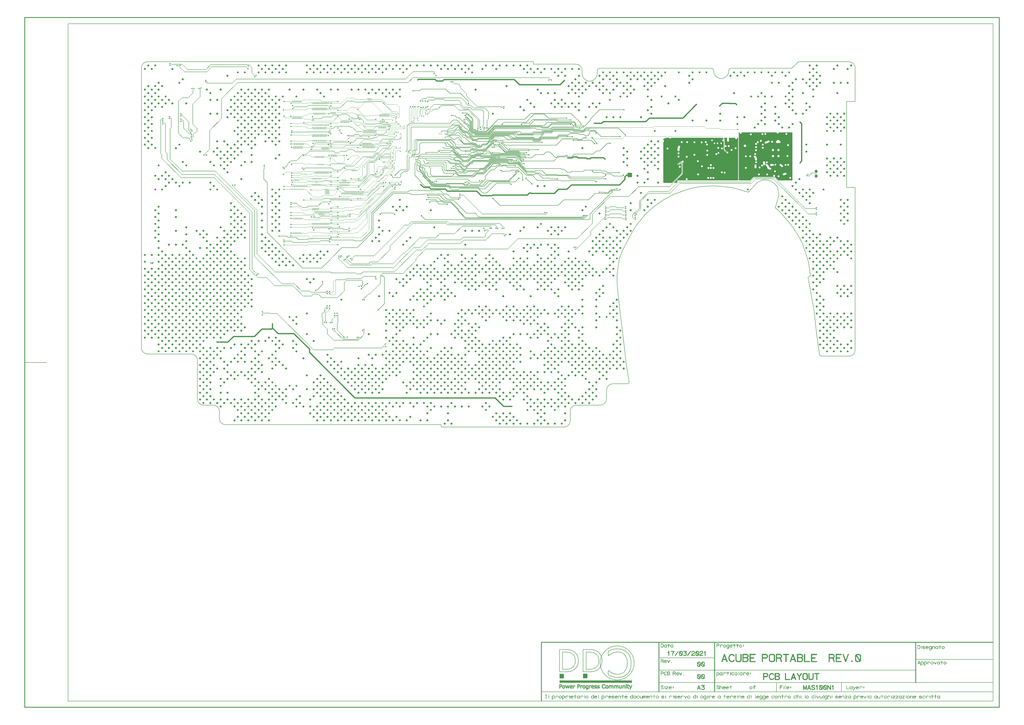
<source format=gbr>
*
G04 Job   : D:\Pd-Master\Mas\Mas100n1 ACB_0001_0\Mas100n1 ACUBE_PORTABILE R_0.pcb*
G04 User  : DESKTOP-CUVV7JD:Shina*
G04 Layer : 3-Internal2.gbr*
G04 Date  : Wed Mar 17 17:59:35 2021*
G04 RSM MASTER DESIGN srl*
%ICAS*%
%MOMM*%
%FSLAX24Y24*%
%OFA0.0000B0.0000*%
G90*
G74*
%AMVB_RECTANGLE*
21,1,$1,$2,0,0,$3*
%
%ADD12C,0.08000*%
%ADD10C,0.15000*%
%ADD70C,0.20000*%
%ADD15C,0.20320*%
%ADD18C,0.25000*%
%ADD16C,0.25400*%
%ADD19C,0.30480*%
%ADD14C,0.35000*%
%ADD17C,0.38000*%
%ADD11C,0.50000*%
%ADD13C,0.50800*%
%ADD71C,1.27000*%
%ADD20VB_RECTANGLE,1.77800X1.77800X0.00000*%
G01*
G36*
X9142Y367695D02*
X14142Y372695D01*
X19142Y367695*
X14142Y362695*
X9142Y367695*
Y395980D02*
X14142Y400980D01*
X19142Y395980*
X14142Y390980*
X9142Y395980*
Y424264D02*
X14142Y429264D01*
X19142Y424264*
X14142Y419264*
X9142Y424264*
Y452548D02*
X14142Y457548D01*
X19142Y452548*
X14142Y447548*
X9142Y452548*
Y480832D02*
X14142Y485832D01*
X19142Y480832*
X14142Y475832*
X9142Y480832*
Y509117D02*
X14142Y514117D01*
X19142Y509117*
X14142Y504117*
X9142Y509117*
Y537401D02*
X14142Y542401D01*
X19142Y537401*
X14142Y532401*
X9142Y537401*
Y565685D02*
X14142Y570685D01*
X19142Y565685*
X14142Y560685*
X9142Y565685*
Y593969D02*
X14142Y598969D01*
X19142Y593969*
X14142Y588969*
X9142Y593969*
Y622254D02*
X14142Y627254D01*
X19142Y622254*
X14142Y617254*
X9142Y622254*
Y650538D02*
X14142Y655538D01*
X19142Y650538*
X14142Y645538*
X9142Y650538*
Y678822D02*
X14142Y683822D01*
X19142Y678822*
X14142Y673822*
X9142Y678822*
Y707107D02*
X14142Y712107D01*
X19142Y707107*
X14142Y702107*
X9142Y707107*
Y1159655D02*
X14142Y1164655D01*
X19142Y1159655*
X14142Y1154655*
X9142Y1159655*
Y1187939D02*
X14142Y1192939D01*
X19142Y1187939*
X14142Y1182939*
X9142Y1187939*
Y1216223D02*
X14142Y1221223D01*
X19142Y1216223*
X14142Y1211223*
X9142Y1216223*
Y1244507D02*
X14142Y1249507D01*
X19142Y1244507*
X14142Y1239507*
X9142Y1244507*
Y1272792D02*
X14142Y1277792D01*
X19142Y1272792*
X14142Y1267792*
X9142Y1272792*
Y1301076D02*
X14142Y1306076D01*
X19142Y1301076*
X14142Y1296076*
X9142Y1301076*
Y1329360D02*
X14142Y1334360D01*
X19142Y1329360*
X14142Y1324360*
X9142Y1329360*
Y1357644D02*
X14142Y1362644D01*
X19142Y1357644*
X14142Y1352644*
X9142Y1357644*
Y1385929D02*
X14142Y1390929D01*
X19142Y1385929*
X14142Y1380929*
X9142Y1385929*
Y1470782D02*
X14142Y1475782D01*
X19142Y1470782*
X14142Y1465782*
X9142Y1470782*
X23284Y381838D02*
X28284Y386838D01*
X33284Y381838*
X28284Y376838*
X23284Y381838*
Y410122D02*
X28284Y415122D01*
X33284Y410122*
X28284Y405122*
X23284Y410122*
Y438406D02*
X28284Y443406D01*
X33284Y438406*
X28284Y433406*
X23284Y438406*
Y466690D02*
X28284Y471690D01*
X33284Y466690*
X28284Y461690*
X23284Y466690*
Y494975D02*
X28284Y499975D01*
X33284Y494975*
X28284Y489975*
X23284Y494975*
Y523259D02*
X28284Y528259D01*
X33284Y523259*
X28284Y518259*
X23284Y523259*
Y551543D02*
X28284Y556543D01*
X33284Y551543*
X28284Y546543*
X23284Y551543*
Y579827D02*
X28284Y584827D01*
X33284Y579827*
X28284Y574827*
X23284Y579827*
Y608112D02*
X28284Y613112D01*
X33284Y608112*
X28284Y603112*
X23284Y608112*
Y636396D02*
X28284Y641396D01*
X33284Y636396*
X28284Y631396*
X23284Y636396*
Y1145513D02*
X28284Y1150513D01*
X33284Y1145513*
X28284Y1140513*
X23284Y1145513*
Y1173797D02*
X28284Y1178797D01*
X33284Y1173797*
X28284Y1168797*
X23284Y1173797*
Y1202081D02*
X28284Y1207081D01*
X33284Y1202081*
X28284Y1197081*
X23284Y1202081*
Y1230365D02*
X28284Y1235365D01*
X33284Y1230365*
X28284Y1225365*
X23284Y1230365*
Y1258650D02*
X28284Y1263650D01*
X33284Y1258650*
X28284Y1253650*
X23284Y1258650*
Y1286934D02*
X28284Y1291934D01*
X33284Y1286934*
X28284Y1281934*
X23284Y1286934*
Y1315218D02*
X28284Y1320218D01*
X33284Y1315218*
X28284Y1310218*
X23284Y1315218*
Y1343502D02*
X28284Y1348502D01*
X33284Y1343502*
X28284Y1338502*
X23284Y1343502*
Y1371787D02*
X28284Y1376787D01*
X33284Y1371787*
X28284Y1366787*
X23284Y1371787*
Y1400071D02*
X28284Y1405071D01*
X33284Y1400071*
X28284Y1395071*
X23284Y1400071*
Y1484924D02*
X28284Y1489924D01*
X33284Y1484924*
X28284Y1479924*
X23284Y1484924*
X37426Y367695D02*
X42426Y372695D01*
X47426Y367695*
X42426Y362695*
X37426Y367695*
Y395980D02*
X42426Y400980D01*
X47426Y395980*
X42426Y390980*
X37426Y395980*
Y424264D02*
X42426Y429264D01*
X47426Y424264*
X42426Y419264*
X37426Y424264*
Y452548D02*
X42426Y457548D01*
X47426Y452548*
X42426Y447548*
X37426Y452548*
Y480832D02*
X42426Y485832D01*
X47426Y480832*
X42426Y475832*
X37426Y480832*
Y509117D02*
X42426Y514117D01*
X47426Y509117*
X42426Y504117*
X37426Y509117*
Y537401D02*
X42426Y542401D01*
X47426Y537401*
X42426Y532401*
X37426Y537401*
Y565685D02*
X42426Y570685D01*
X47426Y565685*
X42426Y560685*
X37426Y565685*
Y593969D02*
X42426Y598969D01*
X47426Y593969*
X42426Y588969*
X37426Y593969*
Y622254D02*
X42426Y627254D01*
X47426Y622254*
X42426Y617254*
X37426Y622254*
Y650538D02*
X42426Y655538D01*
X47426Y650538*
X42426Y645538*
X37426Y650538*
Y707107D02*
X42426Y712107D01*
X47426Y707107*
X42426Y702107*
X37426Y707107*
Y1159655D02*
X42426Y1164655D01*
X47426Y1159655*
X42426Y1154655*
X37426Y1159655*
Y1187939D02*
X42426Y1192939D01*
X47426Y1187939*
X42426Y1182939*
X37426Y1187939*
Y1216223D02*
X42426Y1221223D01*
X47426Y1216223*
X42426Y1211223*
X37426Y1216223*
Y1244507D02*
X42426Y1249507D01*
X47426Y1244507*
X42426Y1239507*
X37426Y1244507*
Y1272792D02*
X42426Y1277792D01*
X47426Y1272792*
X42426Y1267792*
X37426Y1272792*
Y1301076D02*
X42426Y1306076D01*
X47426Y1301076*
X42426Y1296076*
X37426Y1301076*
Y1329360D02*
X42426Y1334360D01*
X47426Y1329360*
X42426Y1324360*
X37426Y1329360*
Y1357644D02*
X42426Y1362644D01*
X47426Y1357644*
X42426Y1352644*
X37426Y1357644*
Y1385929D02*
X42426Y1390929D01*
X47426Y1385929*
X42426Y1380929*
X37426Y1385929*
Y1470782D02*
X42426Y1475782D01*
X47426Y1470782*
X42426Y1465782*
X37426Y1470782*
X51569Y381838D02*
X56569Y386838D01*
X61569Y381838*
X56569Y376838*
X51569Y381838*
Y410122D02*
X56569Y415122D01*
X61569Y410122*
X56569Y405122*
X51569Y410122*
Y438406D02*
X56569Y443406D01*
X61569Y438406*
X56569Y433406*
X51569Y438406*
Y466690D02*
X56569Y471690D01*
X61569Y466690*
X56569Y461690*
X51569Y466690*
Y494975D02*
X56569Y499975D01*
X61569Y494975*
X56569Y489975*
X51569Y494975*
Y523259D02*
X56569Y528259D01*
X61569Y523259*
X56569Y518259*
X51569Y523259*
Y551543D02*
X56569Y556543D01*
X61569Y551543*
X56569Y546543*
X51569Y551543*
Y579827D02*
X56569Y584827D01*
X61569Y579827*
X56569Y574827*
X51569Y579827*
Y608112D02*
X56569Y613112D01*
X61569Y608112*
X56569Y603112*
X51569Y608112*
Y636396D02*
X56569Y641396D01*
X61569Y636396*
X56569Y631396*
X51569Y636396*
Y777817D02*
X56569Y782817D01*
X61569Y777817*
X56569Y772817*
X51569Y777817*
Y806101D02*
X56569Y811101D01*
X61569Y806101*
X56569Y801101*
X51569Y806101*
Y834386D02*
X56569Y839386D01*
X61569Y834386*
X56569Y829386*
X51569Y834386*
Y862670D02*
X56569Y867670D01*
X61569Y862670*
X56569Y857670*
X51569Y862670*
Y890954D02*
X56569Y895954D01*
X61569Y890954*
X56569Y885954*
X51569Y890954*
Y975807D02*
X56569Y980807D01*
X61569Y975807*
X56569Y970807*
X51569Y975807*
Y1032375D02*
X56569Y1037375D01*
X61569Y1032375*
X56569Y1027375*
X51569Y1032375*
Y1145513D02*
X56569Y1150513D01*
X61569Y1145513*
X56569Y1140513*
X51569Y1145513*
Y1315218D02*
X56569Y1320218D01*
X61569Y1315218*
X56569Y1310218*
X51569Y1315218*
Y1343502D02*
X56569Y1348502D01*
X61569Y1343502*
X56569Y1338502*
X51569Y1343502*
Y1371787D02*
X56569Y1376787D01*
X61569Y1371787*
X56569Y1366787*
X51569Y1371787*
Y1400071D02*
X56569Y1405071D01*
X61569Y1400071*
X56569Y1395071*
X51569Y1400071*
Y1484924D02*
X56569Y1489924D01*
X61569Y1484924*
X56569Y1479924*
X51569Y1484924*
X65711Y311127D02*
X70711Y316127D01*
X75711Y311127*
X70711Y306127*
X65711Y311127*
Y339411D02*
X70711Y344411D01*
X75711Y339411*
X70711Y334411*
X65711Y339411*
Y367695D02*
X70711Y372695D01*
X75711Y367695*
X70711Y362695*
X65711Y367695*
Y395980D02*
X70711Y400980D01*
X75711Y395980*
X70711Y390980*
X65711Y395980*
Y424264D02*
X70711Y429264D01*
X75711Y424264*
X70711Y419264*
X65711Y424264*
Y452548D02*
X70711Y457548D01*
X75711Y452548*
X70711Y447548*
X65711Y452548*
Y480832D02*
X70711Y485832D01*
X75711Y480832*
X70711Y475832*
X65711Y480832*
Y509117D02*
X70711Y514117D01*
X75711Y509117*
X70711Y504117*
X65711Y509117*
Y537401D02*
X70711Y542401D01*
X75711Y537401*
X70711Y532401*
X65711Y537401*
Y565685D02*
X70711Y570685D01*
X75711Y565685*
X70711Y560685*
X65711Y565685*
Y593969D02*
X70711Y598969D01*
X75711Y593969*
X70711Y588969*
X65711Y593969*
Y622254D02*
X70711Y627254D01*
X75711Y622254*
X70711Y617254*
X65711Y622254*
Y650538D02*
X70711Y655538D01*
X75711Y650538*
X70711Y645538*
X65711Y650538*
Y678822D02*
X70711Y683822D01*
X75711Y678822*
X70711Y673822*
X65711Y678822*
Y707107D02*
X70711Y712107D01*
X75711Y707107*
X70711Y702107*
X65711Y707107*
Y735391D02*
X70711Y740391D01*
X75711Y735391*
X70711Y730391*
X65711Y735391*
Y763675D02*
X70711Y768675D01*
X75711Y763675*
X70711Y758675*
X65711Y763675*
Y791959D02*
X70711Y796959D01*
X75711Y791959*
X70711Y786959*
X65711Y791959*
Y820244D02*
X70711Y825244D01*
X75711Y820244*
X70711Y815244*
X65711Y820244*
Y848528D02*
X70711Y853528D01*
X75711Y848528*
X70711Y843528*
X65711Y848528*
Y876812D02*
X70711Y881812D01*
X75711Y876812*
X70711Y871812*
X65711Y876812*
Y905096D02*
X70711Y910096D01*
X75711Y905096*
X70711Y900096*
X65711Y905096*
Y1018233D02*
X70711Y1023233D01*
X75711Y1018233*
X70711Y1013233*
X65711Y1018233*
Y1074802D02*
X70711Y1079802D01*
X75711Y1074802*
X70711Y1069802*
X65711Y1074802*
Y1329360D02*
X70711Y1334360D01*
X75711Y1329360*
X70711Y1324360*
X65711Y1329360*
Y1357644D02*
X70711Y1362644D01*
X75711Y1357644*
X70711Y1352644*
X65711Y1357644*
Y1385929D02*
X70711Y1390929D01*
X75711Y1385929*
X70711Y1380929*
X65711Y1385929*
Y1414213D02*
X70711Y1419213D01*
X75711Y1414213*
X70711Y1409213*
X65711Y1414213*
X79853Y325269D02*
X84853Y330269D01*
X89853Y325269*
X84853Y320269*
X79853Y325269*
Y353553D02*
X84853Y358553D01*
X89853Y353553*
X84853Y348553*
X79853Y353553*
Y381838D02*
X84853Y386838D01*
X89853Y381838*
X84853Y376838*
X79853Y381838*
Y410122D02*
X84853Y415122D01*
X89853Y410122*
X84853Y405122*
X79853Y410122*
Y438406D02*
X84853Y443406D01*
X89853Y438406*
X84853Y433406*
X79853Y438406*
Y466690D02*
X84853Y471690D01*
X89853Y466690*
X84853Y461690*
X79853Y466690*
Y494975D02*
X84853Y499975D01*
X89853Y494975*
X84853Y489975*
X79853Y494975*
Y523259D02*
X84853Y528259D01*
X89853Y523259*
X84853Y518259*
X79853Y523259*
Y551543D02*
X84853Y556543D01*
X89853Y551543*
X84853Y546543*
X79853Y551543*
Y579827D02*
X84853Y584827D01*
X89853Y579827*
X84853Y574827*
X79853Y579827*
Y608112D02*
X84853Y613112D01*
X89853Y608112*
X84853Y603112*
X79853Y608112*
Y636396D02*
X84853Y641396D01*
X89853Y636396*
X84853Y631396*
X79853Y636396*
Y664680D02*
X84853Y669680D01*
X89853Y664680*
X84853Y659680*
X79853Y664680*
Y692964D02*
X84853Y697964D01*
X89853Y692964*
X84853Y687964*
X79853Y692964*
Y721249D02*
X84853Y726249D01*
X89853Y721249*
X84853Y716249*
X79853Y721249*
Y975807D02*
X84853Y980807D01*
X89853Y975807*
X84853Y970807*
X79853Y975807*
Y1032375D02*
X84853Y1037375D01*
X89853Y1032375*
X84853Y1027375*
X79853Y1032375*
Y1315218D02*
X84853Y1320218D01*
X89853Y1315218*
X84853Y1310218*
X79853Y1315218*
Y1343502D02*
X84853Y1348502D01*
X89853Y1343502*
X84853Y1338502*
X79853Y1343502*
Y1400071D02*
X84853Y1405071D01*
X89853Y1400071*
X84853Y1395071*
X79853Y1400071*
X93995Y311127D02*
X98995Y316127D01*
X103995Y311127*
X98995Y306127*
X93995Y311127*
Y339411D02*
X98995Y344411D01*
X103995Y339411*
X98995Y334411*
X93995Y339411*
Y367695D02*
X98995Y372695D01*
X103995Y367695*
X98995Y362695*
X93995Y367695*
Y395980D02*
X98995Y400980D01*
X103995Y395980*
X98995Y390980*
X93995Y395980*
Y424264D02*
X98995Y429264D01*
X103995Y424264*
X98995Y419264*
X93995Y424264*
Y452548D02*
X98995Y457548D01*
X103995Y452548*
X98995Y447548*
X93995Y452548*
Y480832D02*
X98995Y485832D01*
X103995Y480832*
X98995Y475832*
X93995Y480832*
Y509117D02*
X98995Y514117D01*
X103995Y509117*
X98995Y504117*
X93995Y509117*
Y537401D02*
X98995Y542401D01*
X103995Y537401*
X98995Y532401*
X93995Y537401*
Y565685D02*
X98995Y570685D01*
X103995Y565685*
X98995Y560685*
X93995Y565685*
Y593969D02*
X98995Y598969D01*
X103995Y593969*
X98995Y588969*
X93995Y593969*
Y622254D02*
X98995Y627254D01*
X103995Y622254*
X98995Y617254*
X93995Y622254*
Y650538D02*
X98995Y655538D01*
X103995Y650538*
X98995Y645538*
X93995Y650538*
Y678822D02*
X98995Y683822D01*
X103995Y678822*
X98995Y673822*
X93995Y678822*
Y707107D02*
X98995Y712107D01*
X103995Y707107*
X98995Y702107*
X93995Y707107*
Y989949D02*
X98995Y994949D01*
X103995Y989949*
X98995Y984949*
X93995Y989949*
Y1018233D02*
X98995Y1023233D01*
X103995Y1018233*
X98995Y1013233*
X93995Y1018233*
Y1046518D02*
X98995Y1051518D01*
X103995Y1046518*
X98995Y1041518*
X93995Y1046518*
Y1329360D02*
X98995Y1334360D01*
X103995Y1329360*
X98995Y1324360*
X93995Y1329360*
Y1357644D02*
X98995Y1362644D01*
X103995Y1357644*
X98995Y1352644*
X93995Y1357644*
X108137Y325269D02*
X113137Y330269D01*
X118137Y325269*
X113137Y320269*
X108137Y325269*
Y353553D02*
X113137Y358553D01*
X118137Y353553*
X113137Y348553*
X108137Y353553*
Y381838D02*
X113137Y386838D01*
X118137Y381838*
X113137Y376838*
X108137Y381838*
Y410122D02*
X113137Y415122D01*
X118137Y410122*
X113137Y405122*
X108137Y410122*
Y438406D02*
X113137Y443406D01*
X118137Y438406*
X113137Y433406*
X108137Y438406*
Y466690D02*
X113137Y471690D01*
X118137Y466690*
X113137Y461690*
X108137Y466690*
Y494975D02*
X113137Y499975D01*
X118137Y494975*
X113137Y489975*
X108137Y494975*
Y523259D02*
X113137Y528259D01*
X118137Y523259*
X113137Y518259*
X108137Y523259*
Y551543D02*
X113137Y556543D01*
X118137Y551543*
X113137Y546543*
X108137Y551543*
Y579827D02*
X113137Y584827D01*
X118137Y579827*
X113137Y574827*
X108137Y579827*
Y608112D02*
X113137Y613112D01*
X118137Y608112*
X113137Y603112*
X108137Y608112*
Y636396D02*
X113137Y641396D01*
X118137Y636396*
X113137Y631396*
X108137Y636396*
Y664680D02*
X113137Y669680D01*
X118137Y664680*
X113137Y659680*
X108137Y664680*
Y692964D02*
X113137Y697964D01*
X118137Y692964*
X113137Y687964*
X108137Y692964*
Y749533D02*
X113137Y754533D01*
X118137Y749533*
X113137Y744533*
X108137Y749533*
Y1004091D02*
X113137Y1009091D01*
X118137Y1004091*
X113137Y999091*
X108137Y1004091*
Y1032375D02*
X113137Y1037375D01*
X118137Y1032375*
X113137Y1027375*
X108137Y1032375*
Y1343502D02*
X113137Y1348502D01*
X118137Y1343502*
X113137Y1338502*
X108137Y1343502*
X122279Y311127D02*
X127279Y316127D01*
X132279Y311127*
X127279Y306127*
X122279Y311127*
Y339411D02*
X127279Y344411D01*
X132279Y339411*
X127279Y334411*
X122279Y339411*
Y367695D02*
X127279Y372695D01*
X132279Y367695*
X127279Y362695*
X122279Y367695*
Y395980D02*
X127279Y400980D01*
X132279Y395980*
X127279Y390980*
X122279Y395980*
Y424264D02*
X127279Y429264D01*
X132279Y424264*
X127279Y419264*
X122279Y424264*
Y452548D02*
X127279Y457548D01*
X132279Y452548*
X127279Y447548*
X122279Y452548*
Y480832D02*
X127279Y485832D01*
X132279Y480832*
X127279Y475832*
X122279Y480832*
Y509117D02*
X127279Y514117D01*
X132279Y509117*
X127279Y504117*
X122279Y509117*
Y537401D02*
X127279Y542401D01*
X132279Y537401*
X127279Y532401*
X122279Y537401*
Y565685D02*
X127279Y570685D01*
X132279Y565685*
X127279Y560685*
X122279Y565685*
Y593969D02*
X127279Y598969D01*
X132279Y593969*
X127279Y588969*
X122279Y593969*
Y622254D02*
X127279Y627254D01*
X132279Y622254*
X127279Y617254*
X122279Y622254*
Y650538D02*
X127279Y655538D01*
X132279Y650538*
X127279Y645538*
X122279Y650538*
Y678822D02*
X127279Y683822D01*
X132279Y678822*
X127279Y673822*
X122279Y678822*
Y707107D02*
X127279Y712107D01*
X132279Y707107*
X127279Y702107*
X122279Y707107*
Y1018233D02*
X127279Y1023233D01*
X132279Y1018233*
X127279Y1013233*
X122279Y1018233*
Y1329360D02*
X127279Y1334360D01*
X132279Y1329360*
X127279Y1324360*
X122279Y1329360*
Y1470782D02*
X127279Y1475782D01*
X132279Y1470782*
X127279Y1465782*
X122279Y1470782*
X136421Y325269D02*
X141421Y330269D01*
X146421Y325269*
X141421Y320269*
X136421Y325269*
Y353553D02*
X141421Y358553D01*
X146421Y353553*
X141421Y348553*
X136421Y353553*
Y381838D02*
X141421Y386838D01*
X146421Y381838*
X141421Y376838*
X136421Y381838*
Y410122D02*
X141421Y415122D01*
X146421Y410122*
X141421Y405122*
X136421Y410122*
Y438406D02*
X141421Y443406D01*
X146421Y438406*
X141421Y433406*
X136421Y438406*
Y466690D02*
X141421Y471690D01*
X146421Y466690*
X141421Y461690*
X136421Y466690*
Y494975D02*
X141421Y499975D01*
X146421Y494975*
X141421Y489975*
X136421Y494975*
Y523259D02*
X141421Y528259D01*
X146421Y523259*
X141421Y518259*
X136421Y523259*
Y551543D02*
X141421Y556543D01*
X146421Y551543*
X141421Y546543*
X136421Y551543*
Y579827D02*
X141421Y584827D01*
X146421Y579827*
X141421Y574827*
X136421Y579827*
Y608112D02*
X141421Y613112D01*
X146421Y608112*
X141421Y603112*
X136421Y608112*
Y636396D02*
X141421Y641396D01*
X146421Y636396*
X141421Y631396*
X136421Y636396*
Y664680D02*
X141421Y669680D01*
X146421Y664680*
X141421Y659680*
X136421Y664680*
Y692964D02*
X141421Y697964D01*
X146421Y692964*
X141421Y687964*
X136421Y692964*
Y749533D02*
X141421Y754533D01*
X146421Y749533*
X141421Y744533*
X136421Y749533*
Y806101D02*
X141421Y811101D01*
X146421Y806101*
X141421Y801101*
X136421Y806101*
Y862670D02*
X141421Y867670D01*
X146421Y862670*
X141421Y857670*
X136421Y862670*
Y890954D02*
X141421Y895954D01*
X146421Y890954*
X141421Y885954*
X136421Y890954*
Y1004091D02*
X141421Y1009091D01*
X146421Y1004091*
X141421Y999091*
X136421Y1004091*
Y1145513D02*
X141421Y1150513D01*
X146421Y1145513*
X141421Y1140513*
X136421Y1145513*
X150563Y311127D02*
X155563Y316127D01*
X160563Y311127*
X155563Y306127*
X150563Y311127*
Y339411D02*
X155563Y344411D01*
X160563Y339411*
X155563Y334411*
X150563Y339411*
Y367695D02*
X155563Y372695D01*
X160563Y367695*
X155563Y362695*
X150563Y367695*
Y395980D02*
X155563Y400980D01*
X160563Y395980*
X155563Y390980*
X150563Y395980*
Y424264D02*
X155563Y429264D01*
X160563Y424264*
X155563Y419264*
X150563Y424264*
Y452548D02*
X155563Y457548D01*
X160563Y452548*
X155563Y447548*
X150563Y452548*
Y480832D02*
X155563Y485832D01*
X160563Y480832*
X155563Y475832*
X150563Y480832*
Y509117D02*
X155563Y514117D01*
X160563Y509117*
X155563Y504117*
X150563Y509117*
Y537401D02*
X155563Y542401D01*
X160563Y537401*
X155563Y532401*
X150563Y537401*
Y565685D02*
X155563Y570685D01*
X160563Y565685*
X155563Y560685*
X150563Y565685*
Y593969D02*
X155563Y598969D01*
X160563Y593969*
X155563Y588969*
X150563Y593969*
Y622254D02*
X155563Y627254D01*
X160563Y622254*
X155563Y617254*
X150563Y622254*
Y650538D02*
X155563Y655538D01*
X160563Y650538*
X155563Y645538*
X150563Y650538*
Y678822D02*
X155563Y683822D01*
X160563Y678822*
X155563Y673822*
X150563Y678822*
Y707107D02*
X155563Y712107D01*
X160563Y707107*
X155563Y702107*
X150563Y707107*
Y989949D02*
X155563Y994949D01*
X160563Y989949*
X155563Y984949*
X150563Y989949*
Y1159655D02*
X155563Y1164655D01*
X160563Y1159655*
X155563Y1154655*
X150563Y1159655*
Y1414213D02*
X155563Y1419213D01*
X160563Y1414213*
X155563Y1409213*
X150563Y1414213*
X164706Y325269D02*
X169706Y330269D01*
X174706Y325269*
X169706Y320269*
X164706Y325269*
Y353553D02*
X169706Y358553D01*
X174706Y353553*
X169706Y348553*
X164706Y353553*
Y381838D02*
X169706Y386838D01*
X174706Y381838*
X169706Y376838*
X164706Y381838*
Y410122D02*
X169706Y415122D01*
X174706Y410122*
X169706Y405122*
X164706Y410122*
Y438406D02*
X169706Y443406D01*
X174706Y438406*
X169706Y433406*
X164706Y438406*
Y466690D02*
X169706Y471690D01*
X174706Y466690*
X169706Y461690*
X164706Y466690*
Y494975D02*
X169706Y499975D01*
X174706Y494975*
X169706Y489975*
X164706Y494975*
Y523259D02*
X169706Y528259D01*
X174706Y523259*
X169706Y518259*
X164706Y523259*
Y551543D02*
X169706Y556543D01*
X174706Y551543*
X169706Y546543*
X164706Y551543*
Y579827D02*
X169706Y584827D01*
X174706Y579827*
X169706Y574827*
X164706Y579827*
Y608112D02*
X169706Y613112D01*
X174706Y608112*
X169706Y603112*
X164706Y608112*
Y636396D02*
X169706Y641396D01*
X174706Y636396*
X169706Y631396*
X164706Y636396*
Y664680D02*
X169706Y669680D01*
X174706Y664680*
X169706Y659680*
X164706Y664680*
Y692964D02*
X169706Y697964D01*
X174706Y692964*
X169706Y687964*
X164706Y692964*
Y749533D02*
X169706Y754533D01*
X174706Y749533*
X169706Y744533*
X164706Y749533*
Y1004091D02*
X169706Y1009091D01*
X174706Y1004091*
X169706Y999091*
X164706Y1004091*
Y1088944D02*
X169706Y1093944D01*
X174706Y1088944*
X169706Y1083944*
X164706Y1088944*
Y1428355D02*
X169706Y1433355D01*
X174706Y1428355*
X169706Y1423355*
X164706Y1428355*
X178848Y311127D02*
X183848Y316127D01*
X188848Y311127*
X183848Y306127*
X178848Y311127*
Y339411D02*
X183848Y344411D01*
X188848Y339411*
X183848Y334411*
X178848Y339411*
Y367695D02*
X183848Y372695D01*
X188848Y367695*
X183848Y362695*
X178848Y367695*
Y395980D02*
X183848Y400980D01*
X188848Y395980*
X183848Y390980*
X178848Y395980*
Y424264D02*
X183848Y429264D01*
X188848Y424264*
X183848Y419264*
X178848Y424264*
Y452548D02*
X183848Y457548D01*
X188848Y452548*
X183848Y447548*
X178848Y452548*
Y480832D02*
X183848Y485832D01*
X188848Y480832*
X183848Y475832*
X178848Y480832*
Y509117D02*
X183848Y514117D01*
X188848Y509117*
X183848Y504117*
X178848Y509117*
Y537401D02*
X183848Y542401D01*
X188848Y537401*
X183848Y532401*
X178848Y537401*
Y565685D02*
X183848Y570685D01*
X188848Y565685*
X183848Y560685*
X178848Y565685*
Y593969D02*
X183848Y598969D01*
X188848Y593969*
X183848Y588969*
X178848Y593969*
Y622254D02*
X183848Y627254D01*
X188848Y622254*
X183848Y617254*
X178848Y622254*
Y650538D02*
X183848Y655538D01*
X188848Y650538*
X183848Y645538*
X178848Y650538*
Y678822D02*
X183848Y683822D01*
X188848Y678822*
X183848Y673822*
X178848Y678822*
Y707107D02*
X183848Y712107D01*
X188848Y707107*
X183848Y702107*
X178848Y707107*
Y735391D02*
X183848Y740391D01*
X188848Y735391*
X183848Y730391*
X178848Y735391*
Y763675D02*
X183848Y768675D01*
X188848Y763675*
X183848Y758675*
X178848Y763675*
Y791959D02*
X183848Y796959D01*
X188848Y791959*
X183848Y786959*
X178848Y791959*
Y820244D02*
X183848Y825244D01*
X188848Y820244*
X183848Y815244*
X178848Y820244*
Y1074802D02*
X183848Y1079802D01*
X188848Y1074802*
X183848Y1069802*
X178848Y1074802*
Y1329360D02*
X183848Y1334360D01*
X188848Y1329360*
X183848Y1324360*
X178848Y1329360*
X192990Y325269D02*
X197990Y330269D01*
X202990Y325269*
X197990Y320269*
X192990Y325269*
Y353553D02*
X197990Y358553D01*
X202990Y353553*
X197990Y348553*
X192990Y353553*
Y381838D02*
X197990Y386838D01*
X202990Y381838*
X197990Y376838*
X192990Y381838*
Y410122D02*
X197990Y415122D01*
X202990Y410122*
X197990Y405122*
X192990Y410122*
Y438406D02*
X197990Y443406D01*
X202990Y438406*
X197990Y433406*
X192990Y438406*
Y466690D02*
X197990Y471690D01*
X202990Y466690*
X197990Y461690*
X192990Y466690*
Y494975D02*
X197990Y499975D01*
X202990Y494975*
X197990Y489975*
X192990Y494975*
Y523259D02*
X197990Y528259D01*
X202990Y523259*
X197990Y518259*
X192990Y523259*
Y551543D02*
X197990Y556543D01*
X202990Y551543*
X197990Y546543*
X192990Y551543*
Y579827D02*
X197990Y584827D01*
X202990Y579827*
X197990Y574827*
X192990Y579827*
Y608112D02*
X197990Y613112D01*
X202990Y608112*
X197990Y603112*
X192990Y608112*
Y636396D02*
X197990Y641396D01*
X202990Y636396*
X197990Y631396*
X192990Y636396*
Y664680D02*
X197990Y669680D01*
X202990Y664680*
X197990Y659680*
X192990Y664680*
Y692964D02*
X197990Y697964D01*
X202990Y692964*
X197990Y687964*
X192990Y692964*
Y721249D02*
X197990Y726249D01*
X202990Y721249*
X197990Y716249*
X192990Y721249*
Y1004091D02*
X197990Y1009091D01*
X202990Y1004091*
X197990Y999091*
X192990Y1004091*
X207132Y311127D02*
X212132Y316127D01*
X217132Y311127*
X212132Y306127*
X207132Y311127*
Y339411D02*
X212132Y344411D01*
X217132Y339411*
X212132Y334411*
X207132Y339411*
Y367695D02*
X212132Y372695D01*
X217132Y367695*
X212132Y362695*
X207132Y367695*
Y395980D02*
X212132Y400980D01*
X217132Y395980*
X212132Y390980*
X207132Y395980*
Y424264D02*
X212132Y429264D01*
X217132Y424264*
X212132Y419264*
X207132Y424264*
Y452548D02*
X212132Y457548D01*
X217132Y452548*
X212132Y447548*
X207132Y452548*
Y480832D02*
X212132Y485832D01*
X217132Y480832*
X212132Y475832*
X207132Y480832*
Y509117D02*
X212132Y514117D01*
X217132Y509117*
X212132Y504117*
X207132Y509117*
Y537401D02*
X212132Y542401D01*
X217132Y537401*
X212132Y532401*
X207132Y537401*
Y565685D02*
X212132Y570685D01*
X217132Y565685*
X212132Y560685*
X207132Y565685*
Y593969D02*
X212132Y598969D01*
X217132Y593969*
X212132Y588969*
X207132Y593969*
Y622254D02*
X212132Y627254D01*
X217132Y622254*
X212132Y617254*
X207132Y622254*
Y650538D02*
X212132Y655538D01*
X217132Y650538*
X212132Y645538*
X207132Y650538*
Y678822D02*
X212132Y683822D01*
X217132Y678822*
X212132Y673822*
X207132Y678822*
Y707107D02*
X212132Y712107D01*
X217132Y707107*
X212132Y702107*
X207132Y707107*
X221274Y325269D02*
X226274Y330269D01*
X231274Y325269*
X226274Y320269*
X221274Y325269*
Y353553D02*
X226274Y358553D01*
X231274Y353553*
X226274Y348553*
X221274Y353553*
Y381838D02*
X226274Y386838D01*
X231274Y381838*
X226274Y376838*
X221274Y381838*
Y410122D02*
X226274Y415122D01*
X231274Y410122*
X226274Y405122*
X221274Y410122*
Y438406D02*
X226274Y443406D01*
X231274Y438406*
X226274Y433406*
X221274Y438406*
Y466690D02*
X226274Y471690D01*
X231274Y466690*
X226274Y461690*
X221274Y466690*
Y494975D02*
X226274Y499975D01*
X231274Y494975*
X226274Y489975*
X221274Y494975*
Y523259D02*
X226274Y528259D01*
X231274Y523259*
X226274Y518259*
X221274Y523259*
Y551543D02*
X226274Y556543D01*
X231274Y551543*
X226274Y546543*
X221274Y551543*
Y579827D02*
X226274Y584827D01*
X231274Y579827*
X226274Y574827*
X221274Y579827*
Y608112D02*
X226274Y613112D01*
X231274Y608112*
X226274Y603112*
X221274Y608112*
Y636396D02*
X226274Y641396D01*
X231274Y636396*
X226274Y631396*
X221274Y636396*
Y664680D02*
X226274Y669680D01*
X231274Y664680*
X226274Y659680*
X221274Y664680*
Y692964D02*
X226274Y697964D01*
X231274Y692964*
X226274Y687964*
X221274Y692964*
Y806101D02*
X226274Y811101D01*
X231274Y806101*
X226274Y801101*
X221274Y806101*
X235416Y113137D02*
X240416Y118137D01*
X245416Y113137*
X240416Y108137*
X235416Y113137*
Y141421D02*
X240416Y146421D01*
X245416Y141421*
X240416Y136421*
X235416Y141421*
Y169706D02*
X240416Y174706D01*
X245416Y169706*
X240416Y164706*
X235416Y169706*
Y197990D02*
X240416Y202990D01*
X245416Y197990*
X240416Y192990*
X235416Y197990*
Y226274D02*
X240416Y231274D01*
X245416Y226274*
X240416Y221274*
X235416Y226274*
Y254558D02*
X240416Y259558D01*
X245416Y254558*
X240416Y249558*
X235416Y254558*
Y282843D02*
X240416Y287843D01*
X245416Y282843*
X240416Y277843*
X235416Y282843*
Y311127D02*
X240416Y316127D01*
X245416Y311127*
X240416Y306127*
X235416Y311127*
Y339411D02*
X240416Y344411D01*
X245416Y339411*
X240416Y334411*
X235416Y339411*
Y367695D02*
X240416Y372695D01*
X245416Y367695*
X240416Y362695*
X235416Y367695*
Y395980D02*
X240416Y400980D01*
X245416Y395980*
X240416Y390980*
X235416Y395980*
Y424264D02*
X240416Y429264D01*
X245416Y424264*
X240416Y419264*
X235416Y424264*
Y452548D02*
X240416Y457548D01*
X245416Y452548*
X240416Y447548*
X235416Y452548*
Y480832D02*
X240416Y485832D01*
X245416Y480832*
X240416Y475832*
X235416Y480832*
Y509117D02*
X240416Y514117D01*
X245416Y509117*
X240416Y504117*
X235416Y509117*
Y537401D02*
X240416Y542401D01*
X245416Y537401*
X240416Y532401*
X235416Y537401*
Y565685D02*
X240416Y570685D01*
X245416Y565685*
X240416Y560685*
X235416Y565685*
Y593969D02*
X240416Y598969D01*
X245416Y593969*
X240416Y588969*
X235416Y593969*
Y622254D02*
X240416Y627254D01*
X245416Y622254*
X240416Y617254*
X235416Y622254*
Y650538D02*
X240416Y655538D01*
X245416Y650538*
X240416Y645538*
X235416Y650538*
Y678822D02*
X240416Y683822D01*
X245416Y678822*
X240416Y673822*
X235416Y678822*
Y735391D02*
X240416Y740391D01*
X245416Y735391*
X240416Y730391*
X235416Y735391*
Y791959D02*
X240416Y796959D01*
X245416Y791959*
X240416Y786959*
X235416Y791959*
Y1131370D02*
X240416Y1136370D01*
X245416Y1131370*
X240416Y1126370*
X235416Y1131370*
X249558Y98995D02*
X254558Y103995D01*
X259558Y98995*
X254558Y93995*
X249558Y98995*
Y127279D02*
X254558Y132279D01*
X259558Y127279*
X254558Y122279*
X249558Y127279*
Y155563D02*
X254558Y160563D01*
X259558Y155563*
X254558Y150563*
X249558Y155563*
Y183848D02*
X254558Y188848D01*
X259558Y183848*
X254558Y178848*
X249558Y183848*
Y212132D02*
X254558Y217132D01*
X259558Y212132*
X254558Y207132*
X249558Y212132*
Y240416D02*
X254558Y245416D01*
X259558Y240416*
X254558Y235416*
X249558Y240416*
Y268700D02*
X254558Y273700D01*
X259558Y268700*
X254558Y263700*
X249558Y268700*
Y296985D02*
X254558Y301985D01*
X259558Y296985*
X254558Y291985*
X249558Y296985*
Y325269D02*
X254558Y330269D01*
X259558Y325269*
X254558Y320269*
X249558Y325269*
Y353553D02*
X254558Y358553D01*
X259558Y353553*
X254558Y348553*
X249558Y353553*
Y381838D02*
X254558Y386838D01*
X259558Y381838*
X254558Y376838*
X249558Y381838*
Y410122D02*
X254558Y415122D01*
X259558Y410122*
X254558Y405122*
X249558Y410122*
Y438406D02*
X254558Y443406D01*
X259558Y438406*
X254558Y433406*
X249558Y438406*
Y466690D02*
X254558Y471690D01*
X259558Y466690*
X254558Y461690*
X249558Y466690*
Y494975D02*
X254558Y499975D01*
X259558Y494975*
X254558Y489975*
X249558Y494975*
Y523259D02*
X254558Y528259D01*
X259558Y523259*
X254558Y518259*
X249558Y523259*
Y551543D02*
X254558Y556543D01*
X259558Y551543*
X254558Y546543*
X249558Y551543*
Y579827D02*
X254558Y584827D01*
X259558Y579827*
X254558Y574827*
X249558Y579827*
Y608112D02*
X254558Y613112D01*
X259558Y608112*
X254558Y603112*
X249558Y608112*
Y636396D02*
X254558Y641396D01*
X259558Y636396*
X254558Y631396*
X249558Y636396*
Y664680D02*
X254558Y669680D01*
X259558Y664680*
X254558Y659680*
X249558Y664680*
Y692964D02*
X254558Y697964D01*
X259558Y692964*
X254558Y687964*
X249558Y692964*
Y777817D02*
X254558Y782817D01*
X259558Y777817*
X254558Y772817*
X249558Y777817*
Y806101D02*
X254558Y811101D01*
X259558Y806101*
X254558Y801101*
X249558Y806101*
X263700Y113137D02*
X268700Y118137D01*
X273700Y113137*
X268700Y108137*
X263700Y113137*
Y141421D02*
X268700Y146421D01*
X273700Y141421*
X268700Y136421*
X263700Y141421*
Y169706D02*
X268700Y174706D01*
X273700Y169706*
X268700Y164706*
X263700Y169706*
Y197990D02*
X268700Y202990D01*
X273700Y197990*
X268700Y192990*
X263700Y197990*
Y226274D02*
X268700Y231274D01*
X273700Y226274*
X268700Y221274*
X263700Y226274*
Y254558D02*
X268700Y259558D01*
X273700Y254558*
X268700Y249558*
X263700Y254558*
Y282843D02*
X268700Y287843D01*
X273700Y282843*
X268700Y277843*
X263700Y282843*
Y311127D02*
X268700Y316127D01*
X273700Y311127*
X268700Y306127*
X263700Y311127*
Y367695D02*
X268700Y372695D01*
X273700Y367695*
X268700Y362695*
X263700Y367695*
Y395980D02*
X268700Y400980D01*
X273700Y395980*
X268700Y390980*
X263700Y395980*
Y424264D02*
X268700Y429264D01*
X273700Y424264*
X268700Y419264*
X263700Y424264*
Y452548D02*
X268700Y457548D01*
X273700Y452548*
X268700Y447548*
X263700Y452548*
Y480832D02*
X268700Y485832D01*
X273700Y480832*
X268700Y475832*
X263700Y480832*
Y509117D02*
X268700Y514117D01*
X273700Y509117*
X268700Y504117*
X263700Y509117*
Y537401D02*
X268700Y542401D01*
X273700Y537401*
X268700Y532401*
X263700Y537401*
Y565685D02*
X268700Y570685D01*
X273700Y565685*
X268700Y560685*
X263700Y565685*
Y593969D02*
X268700Y598969D01*
X273700Y593969*
X268700Y588969*
X263700Y593969*
Y622254D02*
X268700Y627254D01*
X273700Y622254*
X268700Y617254*
X263700Y622254*
Y650538D02*
X268700Y655538D01*
X273700Y650538*
X268700Y645538*
X263700Y650538*
Y678822D02*
X268700Y683822D01*
X273700Y678822*
X268700Y673822*
X263700Y678822*
Y707107D02*
X268700Y712107D01*
X273700Y707107*
X268700Y702107*
X263700Y707107*
Y735391D02*
X268700Y740391D01*
X273700Y735391*
X268700Y730391*
X263700Y735391*
Y763675D02*
X268700Y768675D01*
X273700Y763675*
X268700Y758675*
X263700Y763675*
Y791959D02*
X268700Y796959D01*
X273700Y791959*
X268700Y786959*
X263700Y791959*
Y1385929D02*
X268700Y1390929D01*
X273700Y1385929*
X268700Y1380929*
X263700Y1385929*
X277843Y98995D02*
X282843Y103995D01*
X287843Y98995*
X282843Y93995*
X277843Y98995*
Y127279D02*
X282843Y132279D01*
X287843Y127279*
X282843Y122279*
X277843Y127279*
Y155563D02*
X282843Y160563D01*
X287843Y155563*
X282843Y150563*
X277843Y155563*
Y183848D02*
X282843Y188848D01*
X287843Y183848*
X282843Y178848*
X277843Y183848*
Y212132D02*
X282843Y217132D01*
X287843Y212132*
X282843Y207132*
X277843Y212132*
Y240416D02*
X282843Y245416D01*
X287843Y240416*
X282843Y235416*
X277843Y240416*
Y268700D02*
X282843Y273700D01*
X287843Y268700*
X282843Y263700*
X277843Y268700*
Y296985D02*
X282843Y301985D01*
X287843Y296985*
X282843Y291985*
X277843Y296985*
Y325269D02*
X282843Y330269D01*
X287843Y325269*
X282843Y320269*
X277843Y325269*
Y381838D02*
X282843Y386838D01*
X287843Y381838*
X282843Y376838*
X277843Y381838*
Y410122D02*
X282843Y415122D01*
X287843Y410122*
X282843Y405122*
X277843Y410122*
Y438406D02*
X282843Y443406D01*
X287843Y438406*
X282843Y433406*
X277843Y438406*
Y466690D02*
X282843Y471690D01*
X287843Y466690*
X282843Y461690*
X277843Y466690*
Y494975D02*
X282843Y499975D01*
X287843Y494975*
X282843Y489975*
X277843Y494975*
Y523259D02*
X282843Y528259D01*
X287843Y523259*
X282843Y518259*
X277843Y523259*
Y551543D02*
X282843Y556543D01*
X287843Y551543*
X282843Y546543*
X277843Y551543*
Y579827D02*
X282843Y584827D01*
X287843Y579827*
X282843Y574827*
X277843Y579827*
Y608112D02*
X282843Y613112D01*
X287843Y608112*
X282843Y603112*
X277843Y608112*
Y636396D02*
X282843Y641396D01*
X287843Y636396*
X282843Y631396*
X277843Y636396*
Y664680D02*
X282843Y669680D01*
X287843Y664680*
X282843Y659680*
X277843Y664680*
Y692964D02*
X282843Y697964D01*
X287843Y692964*
X282843Y687964*
X277843Y692964*
Y721249D02*
X282843Y726249D01*
X287843Y721249*
X282843Y716249*
X277843Y721249*
Y749533D02*
X282843Y754533D01*
X287843Y749533*
X282843Y744533*
X277843Y749533*
Y975807D02*
X282843Y980807D01*
X287843Y975807*
X282843Y970807*
X277843Y975807*
Y1004091D02*
X282843Y1009091D01*
X287843Y1004091*
X282843Y999091*
X277843Y1004091*
Y1088944D02*
X282843Y1093944D01*
X287843Y1088944*
X282843Y1083944*
X277843Y1088944*
Y1286934D02*
X282843Y1291934D01*
X287843Y1286934*
X282843Y1281934*
X277843Y1286934*
Y1343502D02*
X282843Y1348502D01*
X287843Y1343502*
X282843Y1338502*
X277843Y1343502*
Y1371787D02*
X282843Y1376787D01*
X287843Y1371787*
X282843Y1366787*
X277843Y1371787*
X291985Y113137D02*
X296985Y118137D01*
X301985Y113137*
X296985Y108137*
X291985Y113137*
Y226274D02*
X296985Y231274D01*
X301985Y226274*
X296985Y221274*
X291985Y226274*
Y254558D02*
X296985Y259558D01*
X301985Y254558*
X296985Y249558*
X291985Y254558*
Y282843D02*
X296985Y287843D01*
X301985Y282843*
X296985Y277843*
X291985Y282843*
Y311127D02*
X296985Y316127D01*
X301985Y311127*
X296985Y306127*
X291985Y311127*
Y367695D02*
X296985Y372695D01*
X301985Y367695*
X296985Y362695*
X291985Y367695*
Y395980D02*
X296985Y400980D01*
X301985Y395980*
X296985Y390980*
X291985Y395980*
Y424264D02*
X296985Y429264D01*
X301985Y424264*
X296985Y419264*
X291985Y424264*
Y452548D02*
X296985Y457548D01*
X301985Y452548*
X296985Y447548*
X291985Y452548*
Y480832D02*
X296985Y485832D01*
X301985Y480832*
X296985Y475832*
X291985Y480832*
Y509117D02*
X296985Y514117D01*
X301985Y509117*
X296985Y504117*
X291985Y509117*
Y537401D02*
X296985Y542401D01*
X301985Y537401*
X296985Y532401*
X291985Y537401*
Y565685D02*
X296985Y570685D01*
X301985Y565685*
X296985Y560685*
X291985Y565685*
Y593969D02*
X296985Y598969D01*
X301985Y593969*
X296985Y588969*
X291985Y593969*
Y622254D02*
X296985Y627254D01*
X301985Y622254*
X296985Y617254*
X291985Y622254*
Y650538D02*
X296985Y655538D01*
X301985Y650538*
X296985Y645538*
X291985Y650538*
Y678822D02*
X296985Y683822D01*
X301985Y678822*
X296985Y673822*
X291985Y678822*
Y707107D02*
X296985Y712107D01*
X301985Y707107*
X296985Y702107*
X291985Y707107*
Y735391D02*
X296985Y740391D01*
X301985Y735391*
X296985Y730391*
X291985Y735391*
Y989949D02*
X296985Y994949D01*
X301985Y989949*
X296985Y984949*
X291985Y989949*
Y1074802D02*
X296985Y1079802D01*
X301985Y1074802*
X296985Y1069802*
X291985Y1074802*
Y1131370D02*
X296985Y1136370D01*
X301985Y1131370*
X296985Y1126370*
X291985Y1131370*
X306127Y98995D02*
X311127Y103995D01*
X316127Y98995*
X311127Y93995*
X306127Y98995*
Y240416D02*
X311127Y245416D01*
X316127Y240416*
X311127Y235416*
X306127Y240416*
Y296985D02*
X311127Y301985D01*
X316127Y296985*
X311127Y291985*
X306127Y296985*
Y325269D02*
X311127Y330269D01*
X316127Y325269*
X311127Y320269*
X306127Y325269*
Y381838D02*
X311127Y386838D01*
X316127Y381838*
X311127Y376838*
X306127Y381838*
Y410122D02*
X311127Y415122D01*
X316127Y410122*
X311127Y405122*
X306127Y410122*
Y438406D02*
X311127Y443406D01*
X316127Y438406*
X311127Y433406*
X306127Y438406*
Y466690D02*
X311127Y471690D01*
X316127Y466690*
X311127Y461690*
X306127Y466690*
Y494975D02*
X311127Y499975D01*
X316127Y494975*
X311127Y489975*
X306127Y494975*
Y523259D02*
X311127Y528259D01*
X316127Y523259*
X311127Y518259*
X306127Y523259*
Y551543D02*
X311127Y556543D01*
X316127Y551543*
X311127Y546543*
X306127Y551543*
Y579827D02*
X311127Y584827D01*
X316127Y579827*
X311127Y574827*
X306127Y579827*
Y608112D02*
X311127Y613112D01*
X316127Y608112*
X311127Y603112*
X306127Y608112*
Y636396D02*
X311127Y641396D01*
X316127Y636396*
X311127Y631396*
X306127Y636396*
Y664680D02*
X311127Y669680D01*
X316127Y664680*
X311127Y659680*
X306127Y664680*
Y692964D02*
X311127Y697964D01*
X316127Y692964*
X311127Y687964*
X306127Y692964*
Y721249D02*
X311127Y726249D01*
X316127Y721249*
X311127Y716249*
X306127Y721249*
Y749533D02*
X311127Y754533D01*
X316127Y749533*
X311127Y744533*
X306127Y749533*
Y777817D02*
X311127Y782817D01*
X316127Y777817*
X311127Y772817*
X306127Y777817*
Y975807D02*
X311127Y980807D01*
X316127Y975807*
X311127Y970807*
X306127Y975807*
Y1117228D02*
X311127Y1122228D01*
X316127Y1117228*
X311127Y1112228*
X306127Y1117228*
Y1145513D02*
X311127Y1150513D01*
X316127Y1145513*
X311127Y1140513*
X306127Y1145513*
Y1173797D02*
X311127Y1178797D01*
X316127Y1173797*
X311127Y1168797*
X306127Y1173797*
Y1286934D02*
X311127Y1291934D01*
X316127Y1286934*
X311127Y1281934*
X306127Y1286934*
Y1343502D02*
X311127Y1348502D01*
X316127Y1343502*
X311127Y1338502*
X306127Y1343502*
X320269Y84853D02*
X325269Y89853D01*
X330269Y84853*
X325269Y79853*
X320269Y84853*
Y113137D02*
X325269Y118137D01*
X330269Y113137*
X325269Y108137*
X320269Y113137*
Y141421D02*
X325269Y146421D01*
X330269Y141421*
X325269Y136421*
X320269Y141421*
Y169706D02*
X325269Y174706D01*
X330269Y169706*
X325269Y164706*
X320269Y169706*
Y197990D02*
X325269Y202990D01*
X330269Y197990*
X325269Y192990*
X320269Y197990*
Y282843D02*
X325269Y287843D01*
X330269Y282843*
X325269Y277843*
X320269Y282843*
Y311127D02*
X325269Y316127D01*
X330269Y311127*
X325269Y306127*
X320269Y311127*
Y367695D02*
X325269Y372695D01*
X330269Y367695*
X325269Y362695*
X320269Y367695*
Y395980D02*
X325269Y400980D01*
X330269Y395980*
X325269Y390980*
X320269Y395980*
Y424264D02*
X325269Y429264D01*
X330269Y424264*
X325269Y419264*
X320269Y424264*
Y452548D02*
X325269Y457548D01*
X330269Y452548*
X325269Y447548*
X320269Y452548*
Y480832D02*
X325269Y485832D01*
X330269Y480832*
X325269Y475832*
X320269Y480832*
Y509117D02*
X325269Y514117D01*
X330269Y509117*
X325269Y504117*
X320269Y509117*
Y537401D02*
X325269Y542401D01*
X330269Y537401*
X325269Y532401*
X320269Y537401*
Y565685D02*
X325269Y570685D01*
X330269Y565685*
X325269Y560685*
X320269Y565685*
Y593969D02*
X325269Y598969D01*
X330269Y593969*
X325269Y588969*
X320269Y593969*
Y622254D02*
X325269Y627254D01*
X330269Y622254*
X325269Y617254*
X320269Y622254*
Y650538D02*
X325269Y655538D01*
X330269Y650538*
X325269Y645538*
X320269Y650538*
Y678822D02*
X325269Y683822D01*
X330269Y678822*
X325269Y673822*
X320269Y678822*
Y707107D02*
X325269Y712107D01*
X330269Y707107*
X325269Y702107*
X320269Y707107*
Y735391D02*
X325269Y740391D01*
X330269Y735391*
X325269Y730391*
X320269Y735391*
Y763675D02*
X325269Y768675D01*
X330269Y763675*
X325269Y758675*
X320269Y763675*
Y820244D02*
X325269Y825244D01*
X330269Y820244*
X325269Y815244*
X320269Y820244*
Y1074802D02*
X325269Y1079802D01*
X330269Y1074802*
X325269Y1069802*
X320269Y1074802*
Y1103086D02*
X325269Y1108086D01*
X330269Y1103086*
X325269Y1098086*
X320269Y1103086*
Y1131370D02*
X325269Y1136370D01*
X330269Y1131370*
X325269Y1126370*
X320269Y1131370*
Y1385929D02*
X325269Y1390929D01*
X330269Y1385929*
X325269Y1380929*
X320269Y1385929*
X334411Y98995D02*
X339411Y103995D01*
X344411Y98995*
X339411Y93995*
X334411Y98995*
Y183848D02*
X339411Y188848D01*
X344411Y183848*
X339411Y178848*
X334411Y183848*
Y240416D02*
X339411Y245416D01*
X344411Y240416*
X339411Y235416*
X334411Y240416*
Y268700D02*
X339411Y273700D01*
X344411Y268700*
X339411Y263700*
X334411Y268700*
Y325269D02*
X339411Y330269D01*
X344411Y325269*
X339411Y320269*
X334411Y325269*
Y381838D02*
X339411Y386838D01*
X344411Y381838*
X339411Y376838*
X334411Y381838*
Y410122D02*
X339411Y415122D01*
X344411Y410122*
X339411Y405122*
X334411Y410122*
Y438406D02*
X339411Y443406D01*
X344411Y438406*
X339411Y433406*
X334411Y438406*
Y466690D02*
X339411Y471690D01*
X344411Y466690*
X339411Y461690*
X334411Y466690*
Y494975D02*
X339411Y499975D01*
X344411Y494975*
X339411Y489975*
X334411Y494975*
Y523259D02*
X339411Y528259D01*
X344411Y523259*
X339411Y518259*
X334411Y523259*
Y551543D02*
X339411Y556543D01*
X344411Y551543*
X339411Y546543*
X334411Y551543*
Y579827D02*
X339411Y584827D01*
X344411Y579827*
X339411Y574827*
X334411Y579827*
Y608112D02*
X339411Y613112D01*
X344411Y608112*
X339411Y603112*
X334411Y608112*
Y636396D02*
X339411Y641396D01*
X344411Y636396*
X339411Y631396*
X334411Y636396*
Y664680D02*
X339411Y669680D01*
X344411Y664680*
X339411Y659680*
X334411Y664680*
Y692964D02*
X339411Y697964D01*
X344411Y692964*
X339411Y687964*
X334411Y692964*
Y721249D02*
X339411Y726249D01*
X344411Y721249*
X339411Y716249*
X334411Y721249*
Y749533D02*
X339411Y754533D01*
X344411Y749533*
X339411Y744533*
X334411Y749533*
Y777817D02*
X339411Y782817D01*
X344411Y777817*
X339411Y772817*
X334411Y777817*
Y806101D02*
X339411Y811101D01*
X344411Y806101*
X339411Y801101*
X334411Y806101*
Y1060660D02*
X339411Y1065660D01*
X344411Y1060660*
X339411Y1055660*
X334411Y1060660*
Y1088944D02*
X339411Y1093944D01*
X344411Y1088944*
X339411Y1083944*
X334411Y1088944*
Y1117228D02*
X339411Y1122228D01*
X344411Y1117228*
X339411Y1112228*
X334411Y1117228*
Y1173797D02*
X339411Y1178797D01*
X344411Y1173797*
X339411Y1168797*
X334411Y1173797*
X348553Y113137D02*
X353553Y118137D01*
X358553Y113137*
X353553Y108137*
X348553Y113137*
Y141421D02*
X353553Y146421D01*
X358553Y141421*
X353553Y136421*
X348553Y141421*
Y197990D02*
X353553Y202990D01*
X358553Y197990*
X353553Y192990*
X348553Y197990*
Y226274D02*
X353553Y231274D01*
X358553Y226274*
X353553Y221274*
X348553Y226274*
Y254558D02*
X353553Y259558D01*
X358553Y254558*
X353553Y249558*
X348553Y254558*
Y395980D02*
X353553Y400980D01*
X358553Y395980*
X353553Y390980*
X348553Y395980*
Y424264D02*
X353553Y429264D01*
X358553Y424264*
X353553Y419264*
X348553Y424264*
Y452548D02*
X353553Y457548D01*
X358553Y452548*
X353553Y447548*
X348553Y452548*
Y480832D02*
X353553Y485832D01*
X358553Y480832*
X353553Y475832*
X348553Y480832*
Y509117D02*
X353553Y514117D01*
X358553Y509117*
X353553Y504117*
X348553Y509117*
Y537401D02*
X353553Y542401D01*
X358553Y537401*
X353553Y532401*
X348553Y537401*
Y565685D02*
X353553Y570685D01*
X358553Y565685*
X353553Y560685*
X348553Y565685*
Y593969D02*
X353553Y598969D01*
X358553Y593969*
X353553Y588969*
X348553Y593969*
Y622254D02*
X353553Y627254D01*
X358553Y622254*
X353553Y617254*
X348553Y622254*
Y650538D02*
X353553Y655538D01*
X358553Y650538*
X353553Y645538*
X348553Y650538*
Y678822D02*
X353553Y683822D01*
X358553Y678822*
X353553Y673822*
X348553Y678822*
Y707107D02*
X353553Y712107D01*
X358553Y707107*
X353553Y702107*
X348553Y707107*
Y735391D02*
X353553Y740391D01*
X358553Y735391*
X353553Y730391*
X348553Y735391*
Y763675D02*
X353553Y768675D01*
X358553Y763675*
X353553Y758675*
X348553Y763675*
Y791959D02*
X353553Y796959D01*
X358553Y791959*
X353553Y786959*
X348553Y791959*
Y1046518D02*
X353553Y1051518D01*
X358553Y1046518*
X353553Y1041518*
X348553Y1046518*
Y1074802D02*
X353553Y1079802D01*
X358553Y1074802*
X353553Y1069802*
X348553Y1074802*
Y1103086D02*
X353553Y1108086D01*
X358553Y1103086*
X353553Y1098086*
X348553Y1103086*
Y1131370D02*
X353553Y1136370D01*
X358553Y1131370*
X353553Y1126370*
X348553Y1131370*
Y1159655D02*
X353553Y1164655D01*
X358553Y1159655*
X353553Y1154655*
X348553Y1159655*
Y1272792D02*
X353553Y1277792D01*
X358553Y1272792*
X353553Y1267792*
X348553Y1272792*
Y1301076D02*
X353553Y1306076D01*
X358553Y1301076*
X353553Y1296076*
X348553Y1301076*
Y1442497D02*
X353553Y1447497D01*
X358553Y1442497*
X353553Y1437497*
X348553Y1442497*
X362695Y98995D02*
X367695Y103995D01*
X372695Y98995*
X367695Y93995*
X362695Y98995*
Y212132D02*
X367695Y217132D01*
X372695Y212132*
X367695Y207132*
X362695Y212132*
Y268700D02*
X367695Y273700D01*
X372695Y268700*
X367695Y263700*
X362695Y268700*
Y325269D02*
X367695Y330269D01*
X372695Y325269*
X367695Y320269*
X362695Y325269*
Y410122D02*
X367695Y415122D01*
X372695Y410122*
X367695Y405122*
X362695Y410122*
Y438406D02*
X367695Y443406D01*
X372695Y438406*
X367695Y433406*
X362695Y438406*
Y466690D02*
X367695Y471690D01*
X372695Y466690*
X367695Y461690*
X362695Y466690*
Y494975D02*
X367695Y499975D01*
X372695Y494975*
X367695Y489975*
X362695Y494975*
Y523259D02*
X367695Y528259D01*
X372695Y523259*
X367695Y518259*
X362695Y523259*
Y551543D02*
X367695Y556543D01*
X372695Y551543*
X367695Y546543*
X362695Y551543*
Y579827D02*
X367695Y584827D01*
X372695Y579827*
X367695Y574827*
X362695Y579827*
Y608112D02*
X367695Y613112D01*
X372695Y608112*
X367695Y603112*
X362695Y608112*
Y636396D02*
X367695Y641396D01*
X372695Y636396*
X367695Y631396*
X362695Y636396*
Y664680D02*
X367695Y669680D01*
X372695Y664680*
X367695Y659680*
X362695Y664680*
Y692964D02*
X367695Y697964D01*
X372695Y692964*
X367695Y687964*
X362695Y692964*
Y721249D02*
X367695Y726249D01*
X372695Y721249*
X367695Y716249*
X362695Y721249*
Y749533D02*
X367695Y754533D01*
X372695Y749533*
X367695Y744533*
X362695Y749533*
Y777817D02*
X367695Y782817D01*
X372695Y777817*
X367695Y772817*
X362695Y777817*
Y806101D02*
X367695Y811101D01*
X372695Y806101*
X367695Y801101*
X362695Y806101*
Y834386D02*
X367695Y839386D01*
X372695Y834386*
X367695Y829386*
X362695Y834386*
Y862670D02*
X367695Y867670D01*
X372695Y862670*
X367695Y857670*
X362695Y862670*
Y890954D02*
X367695Y895954D01*
X372695Y890954*
X367695Y885954*
X362695Y890954*
Y919238D02*
X367695Y924238D01*
X372695Y919238*
X367695Y914238*
X362695Y919238*
Y1088944D02*
X367695Y1093944D01*
X372695Y1088944*
X367695Y1083944*
X362695Y1088944*
Y1117228D02*
X367695Y1122228D01*
X372695Y1117228*
X367695Y1112228*
X362695Y1117228*
Y1145513D02*
X367695Y1150513D01*
X372695Y1145513*
X367695Y1140513*
X362695Y1145513*
Y1286934D02*
X367695Y1291934D01*
X372695Y1286934*
X367695Y1281934*
X362695Y1286934*
Y1315218D02*
X367695Y1320218D01*
X372695Y1315218*
X367695Y1310218*
X362695Y1315218*
Y1343502D02*
X367695Y1348502D01*
X372695Y1343502*
X367695Y1338502*
X362695Y1343502*
X376838Y28284D02*
X381838Y33284D01*
X386838Y28284*
X381838Y23284*
X376838Y28284*
Y84853D02*
X381838Y89853D01*
X386838Y84853*
X381838Y79853*
X376838Y84853*
Y113137D02*
X381838Y118137D01*
X386838Y113137*
X381838Y108137*
X376838Y113137*
Y197990D02*
X381838Y202990D01*
X386838Y197990*
X381838Y192990*
X376838Y197990*
Y226274D02*
X381838Y231274D01*
X386838Y226274*
X381838Y221274*
X376838Y226274*
Y282843D02*
X381838Y287843D01*
X386838Y282843*
X381838Y277843*
X376838Y282843*
Y339411D02*
X381838Y344411D01*
X386838Y339411*
X381838Y334411*
X376838Y339411*
Y395980D02*
X381838Y400980D01*
X386838Y395980*
X381838Y390980*
X376838Y395980*
Y424264D02*
X381838Y429264D01*
X386838Y424264*
X381838Y419264*
X376838Y424264*
Y452548D02*
X381838Y457548D01*
X386838Y452548*
X381838Y447548*
X376838Y452548*
Y480832D02*
X381838Y485832D01*
X386838Y480832*
X381838Y475832*
X376838Y480832*
Y509117D02*
X381838Y514117D01*
X386838Y509117*
X381838Y504117*
X376838Y509117*
Y537401D02*
X381838Y542401D01*
X386838Y537401*
X381838Y532401*
X376838Y537401*
Y565685D02*
X381838Y570685D01*
X386838Y565685*
X381838Y560685*
X376838Y565685*
Y593969D02*
X381838Y598969D01*
X386838Y593969*
X381838Y588969*
X376838Y593969*
Y622254D02*
X381838Y627254D01*
X386838Y622254*
X381838Y617254*
X376838Y622254*
Y650538D02*
X381838Y655538D01*
X386838Y650538*
X381838Y645538*
X376838Y650538*
Y678822D02*
X381838Y683822D01*
X386838Y678822*
X381838Y673822*
X376838Y678822*
Y707107D02*
X381838Y712107D01*
X386838Y707107*
X381838Y702107*
X376838Y707107*
Y763675D02*
X381838Y768675D01*
X386838Y763675*
X381838Y758675*
X376838Y763675*
Y791959D02*
X381838Y796959D01*
X386838Y791959*
X381838Y786959*
X376838Y791959*
Y820244D02*
X381838Y825244D01*
X386838Y820244*
X381838Y815244*
X376838Y820244*
Y848528D02*
X381838Y853528D01*
X386838Y848528*
X381838Y843528*
X376838Y848528*
Y876812D02*
X381838Y881812D01*
X386838Y876812*
X381838Y871812*
X376838Y876812*
Y905096D02*
X381838Y910096D01*
X386838Y905096*
X381838Y900096*
X376838Y905096*
Y1103086D02*
X381838Y1108086D01*
X386838Y1103086*
X381838Y1098086*
X376838Y1103086*
Y1131370D02*
X381838Y1136370D01*
X386838Y1131370*
X381838Y1126370*
X376838Y1131370*
Y1159655D02*
X381838Y1164655D01*
X386838Y1159655*
X381838Y1154655*
X376838Y1159655*
Y1216223D02*
X381838Y1221223D01*
X386838Y1216223*
X381838Y1211223*
X376838Y1216223*
Y1272792D02*
X381838Y1277792D01*
X386838Y1272792*
X381838Y1267792*
X376838Y1272792*
Y1301076D02*
X381838Y1306076D01*
X386838Y1301076*
X381838Y1296076*
X376838Y1301076*
Y1329360D02*
X381838Y1334360D01*
X386838Y1329360*
X381838Y1324360*
X376838Y1329360*
Y1357644D02*
X381838Y1362644D01*
X386838Y1357644*
X381838Y1352644*
X376838Y1357644*
X390980Y42426D02*
X395980Y47426D01*
X400980Y42426*
X395980Y37426*
X390980Y42426*
Y70711D02*
X395980Y75711D01*
X400980Y70711*
X395980Y65711*
X390980Y70711*
Y98995D02*
X395980Y103995D01*
X400980Y98995*
X395980Y93995*
X390980Y98995*
Y212132D02*
X395980Y217132D01*
X400980Y212132*
X395980Y207132*
X390980Y212132*
Y268700D02*
X395980Y273700D01*
X400980Y268700*
X395980Y263700*
X390980Y268700*
Y296985D02*
X395980Y301985D01*
X400980Y296985*
X395980Y291985*
X390980Y296985*
Y410122D02*
X395980Y415122D01*
X400980Y410122*
X395980Y405122*
X390980Y410122*
Y438406D02*
X395980Y443406D01*
X400980Y438406*
X395980Y433406*
X390980Y438406*
Y466690D02*
X395980Y471690D01*
X400980Y466690*
X395980Y461690*
X390980Y466690*
Y494975D02*
X395980Y499975D01*
X400980Y494975*
X395980Y489975*
X390980Y494975*
Y523259D02*
X395980Y528259D01*
X400980Y523259*
X395980Y518259*
X390980Y523259*
Y551543D02*
X395980Y556543D01*
X400980Y551543*
X395980Y546543*
X390980Y551543*
Y579827D02*
X395980Y584827D01*
X400980Y579827*
X395980Y574827*
X390980Y579827*
Y608112D02*
X395980Y613112D01*
X400980Y608112*
X395980Y603112*
X390980Y608112*
Y636396D02*
X395980Y641396D01*
X400980Y636396*
X395980Y631396*
X390980Y636396*
Y664680D02*
X395980Y669680D01*
X400980Y664680*
X395980Y659680*
X390980Y664680*
Y692964D02*
X395980Y697964D01*
X400980Y692964*
X395980Y687964*
X390980Y692964*
Y777817D02*
X395980Y782817D01*
X400980Y777817*
X395980Y772817*
X390980Y777817*
Y806101D02*
X395980Y811101D01*
X400980Y806101*
X395980Y801101*
X390980Y806101*
Y834386D02*
X395980Y839386D01*
X400980Y834386*
X395980Y829386*
X390980Y834386*
Y862670D02*
X395980Y867670D01*
X400980Y862670*
X395980Y857670*
X390980Y862670*
Y890954D02*
X395980Y895954D01*
X400980Y890954*
X395980Y885954*
X390980Y890954*
Y1117228D02*
X395980Y1122228D01*
X400980Y1117228*
X395980Y1112228*
X390980Y1117228*
Y1145513D02*
X395980Y1150513D01*
X400980Y1145513*
X395980Y1140513*
X390980Y1145513*
Y1173797D02*
X395980Y1178797D01*
X400980Y1173797*
X395980Y1168797*
X390980Y1173797*
Y1202081D02*
X395980Y1207081D01*
X400980Y1202081*
X395980Y1197081*
X390980Y1202081*
Y1230365D02*
X395980Y1235365D01*
X400980Y1230365*
X395980Y1225365*
X390980Y1230365*
Y1258650D02*
X395980Y1263650D01*
X400980Y1258650*
X395980Y1253650*
X390980Y1258650*
Y1286934D02*
X395980Y1291934D01*
X400980Y1286934*
X395980Y1281934*
X390980Y1286934*
Y1315218D02*
X395980Y1320218D01*
X400980Y1315218*
X395980Y1310218*
X390980Y1315218*
Y1343502D02*
X395980Y1348502D01*
X400980Y1343502*
X395980Y1338502*
X390980Y1343502*
Y1371787D02*
X395980Y1376787D01*
X400980Y1371787*
X395980Y1366787*
X390980Y1371787*
Y1456639D02*
X395980Y1461639D01*
X400980Y1456639*
X395980Y1451639*
X390980Y1456639*
X405122Y28284D02*
X410122Y33284D01*
X415122Y28284*
X410122Y23284*
X405122Y28284*
Y56569D02*
X410122Y61569D01*
X415122Y56569*
X410122Y51569*
X405122Y56569*
Y84853D02*
X410122Y89853D01*
X415122Y84853*
X410122Y79853*
X405122Y84853*
Y113137D02*
X410122Y118137D01*
X415122Y113137*
X410122Y108137*
X405122Y113137*
Y226274D02*
X410122Y231274D01*
X415122Y226274*
X410122Y221274*
X405122Y226274*
Y282843D02*
X410122Y287843D01*
X415122Y282843*
X410122Y277843*
X405122Y282843*
Y311127D02*
X410122Y316127D01*
X415122Y311127*
X410122Y306127*
X405122Y311127*
Y339411D02*
X410122Y344411D01*
X415122Y339411*
X410122Y334411*
X405122Y339411*
Y395980D02*
X410122Y400980D01*
X415122Y395980*
X410122Y390980*
X405122Y395980*
Y424264D02*
X410122Y429264D01*
X415122Y424264*
X410122Y419264*
X405122Y424264*
Y452548D02*
X410122Y457548D01*
X415122Y452548*
X410122Y447548*
X405122Y452548*
Y480832D02*
X410122Y485832D01*
X415122Y480832*
X410122Y475832*
X405122Y480832*
Y509117D02*
X410122Y514117D01*
X415122Y509117*
X410122Y504117*
X405122Y509117*
Y537401D02*
X410122Y542401D01*
X415122Y537401*
X410122Y532401*
X405122Y537401*
Y565685D02*
X410122Y570685D01*
X415122Y565685*
X410122Y560685*
X405122Y565685*
Y593969D02*
X410122Y598969D01*
X415122Y593969*
X410122Y588969*
X405122Y593969*
Y622254D02*
X410122Y627254D01*
X415122Y622254*
X410122Y617254*
X405122Y622254*
Y650538D02*
X410122Y655538D01*
X415122Y650538*
X410122Y645538*
X405122Y650538*
Y678822D02*
X410122Y683822D01*
X415122Y678822*
X410122Y673822*
X405122Y678822*
Y791959D02*
X410122Y796959D01*
X415122Y791959*
X410122Y786959*
X405122Y791959*
Y820244D02*
X410122Y825244D01*
X415122Y820244*
X410122Y815244*
X405122Y820244*
Y848528D02*
X410122Y853528D01*
X415122Y848528*
X410122Y843528*
X405122Y848528*
Y876812D02*
X410122Y881812D01*
X415122Y876812*
X410122Y871812*
X405122Y876812*
Y1018233D02*
X410122Y1023233D01*
X415122Y1018233*
X410122Y1013233*
X405122Y1018233*
Y1074802D02*
X410122Y1079802D01*
X415122Y1074802*
X410122Y1069802*
X405122Y1074802*
Y1131370D02*
X410122Y1136370D01*
X415122Y1131370*
X410122Y1126370*
X405122Y1131370*
Y1159655D02*
X410122Y1164655D01*
X415122Y1159655*
X410122Y1154655*
X405122Y1159655*
Y1187939D02*
X410122Y1192939D01*
X415122Y1187939*
X410122Y1182939*
X405122Y1187939*
Y1216223D02*
X410122Y1221223D01*
X415122Y1216223*
X410122Y1211223*
X405122Y1216223*
Y1244507D02*
X410122Y1249507D01*
X415122Y1244507*
X410122Y1239507*
X405122Y1244507*
Y1272792D02*
X410122Y1277792D01*
X415122Y1272792*
X410122Y1267792*
X405122Y1272792*
Y1301076D02*
X410122Y1306076D01*
X415122Y1301076*
X410122Y1296076*
X405122Y1301076*
Y1329360D02*
X410122Y1334360D01*
X415122Y1329360*
X410122Y1324360*
X405122Y1329360*
Y1357644D02*
X410122Y1362644D01*
X415122Y1357644*
X410122Y1352644*
X405122Y1357644*
Y1385929D02*
X410122Y1390929D01*
X415122Y1385929*
X410122Y1380929*
X405122Y1385929*
X419264Y42426D02*
X424264Y47426D01*
X429264Y42426*
X424264Y37426*
X419264Y42426*
Y70711D02*
X424264Y75711D01*
X429264Y70711*
X424264Y65711*
X419264Y70711*
Y98995D02*
X424264Y103995D01*
X429264Y98995*
X424264Y93995*
X419264Y98995*
Y212132D02*
X424264Y217132D01*
X429264Y212132*
X424264Y207132*
X419264Y212132*
Y268700D02*
X424264Y273700D01*
X429264Y268700*
X424264Y263700*
X419264Y268700*
Y296985D02*
X424264Y301985D01*
X429264Y296985*
X424264Y291985*
X419264Y296985*
Y325269D02*
X424264Y330269D01*
X429264Y325269*
X424264Y320269*
X419264Y325269*
Y410122D02*
X424264Y415122D01*
X429264Y410122*
X424264Y405122*
X419264Y410122*
Y494975D02*
X424264Y499975D01*
X429264Y494975*
X424264Y489975*
X419264Y494975*
Y523259D02*
X424264Y528259D01*
X429264Y523259*
X424264Y518259*
X419264Y523259*
Y551543D02*
X424264Y556543D01*
X429264Y551543*
X424264Y546543*
X419264Y551543*
Y579827D02*
X424264Y584827D01*
X429264Y579827*
X424264Y574827*
X419264Y579827*
Y608112D02*
X424264Y613112D01*
X429264Y608112*
X424264Y603112*
X419264Y608112*
Y636396D02*
X424264Y641396D01*
X429264Y636396*
X424264Y631396*
X419264Y636396*
Y664680D02*
X424264Y669680D01*
X429264Y664680*
X424264Y659680*
X419264Y664680*
Y692964D02*
X424264Y697964D01*
X429264Y692964*
X424264Y687964*
X419264Y692964*
Y777817D02*
X424264Y782817D01*
X429264Y777817*
X424264Y772817*
X419264Y777817*
Y806101D02*
X424264Y811101D01*
X429264Y806101*
X424264Y801101*
X419264Y806101*
Y834386D02*
X424264Y839386D01*
X429264Y834386*
X424264Y829386*
X419264Y834386*
Y862670D02*
X424264Y867670D01*
X429264Y862670*
X424264Y857670*
X419264Y862670*
Y1088944D02*
X424264Y1093944D01*
X429264Y1088944*
X424264Y1083944*
X419264Y1088944*
Y1173797D02*
X424264Y1178797D01*
X429264Y1173797*
X424264Y1168797*
X419264Y1173797*
Y1202081D02*
X424264Y1207081D01*
X429264Y1202081*
X424264Y1197081*
X419264Y1202081*
Y1230365D02*
X424264Y1235365D01*
X429264Y1230365*
X424264Y1225365*
X419264Y1230365*
Y1258650D02*
X424264Y1263650D01*
X429264Y1258650*
X424264Y1253650*
X419264Y1258650*
Y1286934D02*
X424264Y1291934D01*
X429264Y1286934*
X424264Y1281934*
X419264Y1286934*
Y1315218D02*
X424264Y1320218D01*
X429264Y1315218*
X424264Y1310218*
X419264Y1315218*
Y1343502D02*
X424264Y1348502D01*
X429264Y1343502*
X424264Y1338502*
X419264Y1343502*
Y1371787D02*
X424264Y1376787D01*
X429264Y1371787*
X424264Y1366787*
X419264Y1371787*
Y1456639D02*
X424264Y1461639D01*
X429264Y1456639*
X424264Y1451639*
X419264Y1456639*
X433406Y28284D02*
X438406Y33284D01*
X443406Y28284*
X438406Y23284*
X433406Y28284*
Y56569D02*
X438406Y61569D01*
X443406Y56569*
X438406Y51569*
X433406Y56569*
Y84853D02*
X438406Y89853D01*
X443406Y84853*
X438406Y79853*
X433406Y84853*
Y113137D02*
X438406Y118137D01*
X443406Y113137*
X438406Y108137*
X433406Y113137*
Y197990D02*
X438406Y202990D01*
X443406Y197990*
X438406Y192990*
X433406Y197990*
Y226274D02*
X438406Y231274D01*
X443406Y226274*
X438406Y221274*
X433406Y226274*
Y339411D02*
X438406Y344411D01*
X443406Y339411*
X438406Y334411*
X433406Y339411*
Y509117D02*
X438406Y514117D01*
X443406Y509117*
X438406Y504117*
X433406Y509117*
Y537401D02*
X438406Y542401D01*
X443406Y537401*
X438406Y532401*
X433406Y537401*
Y565685D02*
X438406Y570685D01*
X443406Y565685*
X438406Y560685*
X433406Y565685*
Y593969D02*
X438406Y598969D01*
X443406Y593969*
X438406Y588969*
X433406Y593969*
Y622254D02*
X438406Y627254D01*
X443406Y622254*
X438406Y617254*
X433406Y622254*
Y1159655D02*
X438406Y1164655D01*
X443406Y1159655*
X438406Y1154655*
X433406Y1159655*
Y1187939D02*
X438406Y1192939D01*
X443406Y1187939*
X438406Y1182939*
X433406Y1187939*
Y1216223D02*
X438406Y1221223D01*
X443406Y1216223*
X438406Y1211223*
X433406Y1216223*
Y1244507D02*
X438406Y1249507D01*
X443406Y1244507*
X438406Y1239507*
X433406Y1244507*
Y1272792D02*
X438406Y1277792D01*
X443406Y1272792*
X438406Y1267792*
X433406Y1272792*
Y1301076D02*
X438406Y1306076D01*
X443406Y1301076*
X438406Y1296076*
X433406Y1301076*
Y1329360D02*
X438406Y1334360D01*
X443406Y1329360*
X438406Y1324360*
X433406Y1329360*
Y1357644D02*
X438406Y1362644D01*
X443406Y1357644*
X438406Y1352644*
X433406Y1357644*
Y1385929D02*
X438406Y1390929D01*
X443406Y1385929*
X438406Y1380929*
X433406Y1385929*
X447548Y42426D02*
X452548Y47426D01*
X457548Y42426*
X452548Y37426*
X447548Y42426*
Y70711D02*
X452548Y75711D01*
X457548Y70711*
X452548Y65711*
X447548Y70711*
Y98995D02*
X452548Y103995D01*
X457548Y98995*
X452548Y93995*
X447548Y98995*
Y183848D02*
X452548Y188848D01*
X457548Y183848*
X452548Y178848*
X447548Y183848*
Y212132D02*
X452548Y217132D01*
X457548Y212132*
X452548Y207132*
X447548Y212132*
Y240416D02*
X452548Y245416D01*
X457548Y240416*
X452548Y235416*
X447548Y240416*
Y268700D02*
X452548Y273700D01*
X457548Y268700*
X452548Y263700*
X447548Y268700*
Y325269D02*
X452548Y330269D01*
X457548Y325269*
X452548Y320269*
X447548Y325269*
Y353553D02*
X452548Y358553D01*
X457548Y353553*
X452548Y348553*
X447548Y353553*
Y494975D02*
X452548Y499975D01*
X457548Y494975*
X452548Y489975*
X447548Y494975*
Y523259D02*
X452548Y528259D01*
X457548Y523259*
X452548Y518259*
X447548Y523259*
Y551543D02*
X452548Y556543D01*
X457548Y551543*
X452548Y546543*
X447548Y551543*
Y579827D02*
X452548Y584827D01*
X457548Y579827*
X452548Y574827*
X447548Y579827*
Y608112D02*
X452548Y613112D01*
X457548Y608112*
X452548Y603112*
X447548Y608112*
Y947523D02*
X452548Y952523D01*
X457548Y947523*
X452548Y942523*
X447548Y947523*
Y1088944D02*
X452548Y1093944D01*
X457548Y1088944*
X452548Y1083944*
X447548Y1088944*
Y1117228D02*
X452548Y1122228D01*
X457548Y1117228*
X452548Y1112228*
X447548Y1117228*
Y1145513D02*
X452548Y1150513D01*
X457548Y1145513*
X452548Y1140513*
X447548Y1145513*
Y1173797D02*
X452548Y1178797D01*
X457548Y1173797*
X452548Y1168797*
X447548Y1173797*
Y1202081D02*
X452548Y1207081D01*
X457548Y1202081*
X452548Y1197081*
X447548Y1202081*
Y1230365D02*
X452548Y1235365D01*
X457548Y1230365*
X452548Y1225365*
X447548Y1230365*
Y1258650D02*
X452548Y1263650D01*
X457548Y1258650*
X452548Y1253650*
X447548Y1258650*
Y1286934D02*
X452548Y1291934D01*
X457548Y1286934*
X452548Y1281934*
X447548Y1286934*
Y1315218D02*
X452548Y1320218D01*
X457548Y1315218*
X452548Y1310218*
X447548Y1315218*
Y1343502D02*
X452548Y1348502D01*
X457548Y1343502*
X452548Y1338502*
X447548Y1343502*
Y1371787D02*
X452548Y1376787D01*
X457548Y1371787*
X452548Y1366787*
X447548Y1371787*
X461690Y28284D02*
X466690Y33284D01*
X471690Y28284*
X466690Y23284*
X461690Y28284*
Y56569D02*
X466690Y61569D01*
X471690Y56569*
X466690Y51569*
X461690Y56569*
Y84853D02*
X466690Y89853D01*
X471690Y84853*
X466690Y79853*
X461690Y84853*
Y113137D02*
X466690Y118137D01*
X471690Y113137*
X466690Y108137*
X461690Y113137*
Y141421D02*
X466690Y146421D01*
X471690Y141421*
X466690Y136421*
X461690Y141421*
Y169706D02*
X466690Y174706D01*
X471690Y169706*
X466690Y164706*
X461690Y169706*
Y197990D02*
X466690Y202990D01*
X471690Y197990*
X466690Y192990*
X461690Y197990*
Y226274D02*
X466690Y231274D01*
X471690Y226274*
X466690Y221274*
X461690Y226274*
Y254558D02*
X466690Y259558D01*
X471690Y254558*
X466690Y249558*
X461690Y254558*
Y282843D02*
X466690Y287843D01*
X471690Y282843*
X466690Y277843*
X461690Y282843*
Y311127D02*
X466690Y316127D01*
X471690Y311127*
X466690Y306127*
X461690Y311127*
Y339411D02*
X466690Y344411D01*
X471690Y339411*
X466690Y334411*
X461690Y339411*
Y933381D02*
X466690Y938381D01*
X471690Y933381*
X466690Y928381*
X461690Y933381*
Y961665D02*
X466690Y966665D01*
X471690Y961665*
X466690Y956665*
X461690Y961665*
Y1159655D02*
X466690Y1164655D01*
X471690Y1159655*
X466690Y1154655*
X461690Y1159655*
Y1187939D02*
X466690Y1192939D01*
X471690Y1187939*
X466690Y1182939*
X461690Y1187939*
Y1216223D02*
X466690Y1221223D01*
X471690Y1216223*
X466690Y1211223*
X461690Y1216223*
Y1244507D02*
X466690Y1249507D01*
X471690Y1244507*
X466690Y1239507*
X461690Y1244507*
Y1272792D02*
X466690Y1277792D01*
X471690Y1272792*
X466690Y1267792*
X461690Y1272792*
Y1301076D02*
X466690Y1306076D01*
X471690Y1301076*
X466690Y1296076*
X461690Y1301076*
Y1329360D02*
X466690Y1334360D01*
X471690Y1329360*
X466690Y1324360*
X461690Y1329360*
Y1357644D02*
X466690Y1362644D01*
X471690Y1357644*
X466690Y1352644*
X461690Y1357644*
Y1385929D02*
X466690Y1390929D01*
X471690Y1385929*
X466690Y1380929*
X461690Y1385929*
X475832Y42426D02*
X480832Y47426D01*
X485832Y42426*
X480832Y37426*
X475832Y42426*
Y70711D02*
X480832Y75711D01*
X485832Y70711*
X480832Y65711*
X475832Y70711*
Y98995D02*
X480832Y103995D01*
X485832Y98995*
X480832Y93995*
X475832Y98995*
Y127279D02*
X480832Y132279D01*
X485832Y127279*
X480832Y122279*
X475832Y127279*
Y155563D02*
X480832Y160563D01*
X485832Y155563*
X480832Y150563*
X475832Y155563*
Y183848D02*
X480832Y188848D01*
X485832Y183848*
X480832Y178848*
X475832Y183848*
Y240416D02*
X480832Y245416D01*
X485832Y240416*
X480832Y235416*
X475832Y240416*
Y268700D02*
X480832Y273700D01*
X485832Y268700*
X480832Y263700*
X475832Y268700*
Y296985D02*
X480832Y301985D01*
X485832Y296985*
X480832Y291985*
X475832Y296985*
Y353553D02*
X480832Y358553D01*
X485832Y353553*
X480832Y348553*
X475832Y353553*
Y919238D02*
X480832Y924238D01*
X485832Y919238*
X480832Y914238*
X475832Y919238*
Y947523D02*
X480832Y952523D01*
X485832Y947523*
X480832Y942523*
X475832Y947523*
Y1202081D02*
X480832Y1207081D01*
X485832Y1202081*
X480832Y1197081*
X475832Y1202081*
Y1230365D02*
X480832Y1235365D01*
X485832Y1230365*
X480832Y1225365*
X475832Y1230365*
Y1258650D02*
X480832Y1263650D01*
X485832Y1258650*
X480832Y1253650*
X475832Y1258650*
Y1286934D02*
X480832Y1291934D01*
X485832Y1286934*
X480832Y1281934*
X475832Y1286934*
Y1315218D02*
X480832Y1320218D01*
X485832Y1315218*
X480832Y1310218*
X475832Y1315218*
Y1343502D02*
X480832Y1348502D01*
X485832Y1343502*
X480832Y1338502*
X475832Y1343502*
Y1371787D02*
X480832Y1376787D01*
X485832Y1371787*
X480832Y1366787*
X475832Y1371787*
Y1456639D02*
X480832Y1461639D01*
X485832Y1456639*
X480832Y1451639*
X475832Y1456639*
Y1484924D02*
X480832Y1489924D01*
X485832Y1484924*
X480832Y1479924*
X475832Y1484924*
X489975Y28284D02*
X494975Y33284D01*
X499975Y28284*
X494975Y23284*
X489975Y28284*
Y56569D02*
X494975Y61569D01*
X499975Y56569*
X494975Y51569*
X489975Y56569*
Y84853D02*
X494975Y89853D01*
X499975Y84853*
X494975Y79853*
X489975Y84853*
Y113137D02*
X494975Y118137D01*
X499975Y113137*
X494975Y108137*
X489975Y113137*
Y169706D02*
X494975Y174706D01*
X499975Y169706*
X494975Y164706*
X489975Y169706*
Y226274D02*
X494975Y231274D01*
X499975Y226274*
X494975Y221274*
X489975Y226274*
Y254558D02*
X494975Y259558D01*
X499975Y254558*
X494975Y249558*
X489975Y254558*
Y311127D02*
X494975Y316127D01*
X499975Y311127*
X494975Y306127*
X489975Y311127*
Y735391D02*
X494975Y740391D01*
X499975Y735391*
X494975Y730391*
X489975Y735391*
Y763675D02*
X494975Y768675D01*
X499975Y763675*
X494975Y758675*
X489975Y763675*
Y791959D02*
X494975Y796959D01*
X499975Y791959*
X494975Y786959*
X489975Y791959*
Y820244D02*
X494975Y825244D01*
X499975Y820244*
X494975Y815244*
X489975Y820244*
Y848528D02*
X494975Y853528D01*
X499975Y848528*
X494975Y843528*
X489975Y848528*
Y876812D02*
X494975Y881812D01*
X499975Y876812*
X494975Y871812*
X489975Y876812*
Y905096D02*
X494975Y910096D01*
X499975Y905096*
X494975Y900096*
X489975Y905096*
Y933381D02*
X494975Y938381D01*
X499975Y933381*
X494975Y928381*
X489975Y933381*
Y1216223D02*
X494975Y1221223D01*
X499975Y1216223*
X494975Y1211223*
X489975Y1216223*
Y1244507D02*
X494975Y1249507D01*
X499975Y1244507*
X494975Y1239507*
X489975Y1244507*
Y1272792D02*
X494975Y1277792D01*
X499975Y1272792*
X494975Y1267792*
X489975Y1272792*
Y1301076D02*
X494975Y1306076D01*
X499975Y1301076*
X494975Y1296076*
X489975Y1301076*
Y1329360D02*
X494975Y1334360D01*
X499975Y1329360*
X494975Y1324360*
X489975Y1329360*
Y1357644D02*
X494975Y1362644D01*
X499975Y1357644*
X494975Y1352644*
X489975Y1357644*
Y1385929D02*
X494975Y1390929D01*
X499975Y1385929*
X494975Y1380929*
X489975Y1385929*
Y1470782D02*
X494975Y1475782D01*
X499975Y1470782*
X494975Y1465782*
X489975Y1470782*
X504117Y42426D02*
X509117Y47426D01*
X514117Y42426*
X509117Y37426*
X504117Y42426*
Y70711D02*
X509117Y75711D01*
X514117Y70711*
X509117Y65711*
X504117Y70711*
Y98995D02*
X509117Y103995D01*
X514117Y98995*
X509117Y93995*
X504117Y98995*
Y155563D02*
X509117Y160563D01*
X514117Y155563*
X509117Y150563*
X504117Y155563*
Y183848D02*
X509117Y188848D01*
X514117Y183848*
X509117Y178848*
X504117Y183848*
Y353553D02*
X509117Y358553D01*
X514117Y353553*
X509117Y348553*
X504117Y353553*
Y721249D02*
X509117Y726249D01*
X514117Y721249*
X509117Y716249*
X504117Y721249*
Y749533D02*
X509117Y754533D01*
X514117Y749533*
X509117Y744533*
X504117Y749533*
Y777817D02*
X509117Y782817D01*
X514117Y777817*
X509117Y772817*
X504117Y777817*
Y1173797D02*
X509117Y1178797D01*
X514117Y1173797*
X509117Y1168797*
X504117Y1173797*
Y1202081D02*
X509117Y1207081D01*
X514117Y1202081*
X509117Y1197081*
X504117Y1202081*
Y1230365D02*
X509117Y1235365D01*
X514117Y1230365*
X509117Y1225365*
X504117Y1230365*
Y1258650D02*
X509117Y1263650D01*
X514117Y1258650*
X509117Y1253650*
X504117Y1258650*
Y1286934D02*
X509117Y1291934D01*
X514117Y1286934*
X509117Y1281934*
X504117Y1286934*
Y1315218D02*
X509117Y1320218D01*
X514117Y1315218*
X509117Y1310218*
X504117Y1315218*
Y1343502D02*
X509117Y1348502D01*
X514117Y1343502*
X509117Y1338502*
X504117Y1343502*
Y1371787D02*
X509117Y1376787D01*
X514117Y1371787*
X509117Y1366787*
X504117Y1371787*
Y1456639D02*
X509117Y1461639D01*
X514117Y1456639*
X509117Y1451639*
X504117Y1456639*
Y1484924D02*
X509117Y1489924D01*
X514117Y1484924*
X509117Y1479924*
X504117Y1484924*
X518259Y28284D02*
X523259Y33284D01*
X528259Y28284*
X523259Y23284*
X518259Y28284*
Y56569D02*
X523259Y61569D01*
X528259Y56569*
X523259Y51569*
X518259Y56569*
Y84853D02*
X523259Y89853D01*
X528259Y84853*
X523259Y79853*
X518259Y84853*
Y113137D02*
X523259Y118137D01*
X528259Y113137*
X523259Y108137*
X518259Y113137*
Y141421D02*
X523259Y146421D01*
X528259Y141421*
X523259Y136421*
X518259Y141421*
Y169706D02*
X523259Y174706D01*
X528259Y169706*
X523259Y164706*
X518259Y169706*
Y197990D02*
X523259Y202990D01*
X528259Y197990*
X523259Y192990*
X518259Y197990*
Y282843D02*
X523259Y287843D01*
X528259Y282843*
X523259Y277843*
X518259Y282843*
Y367695D02*
X523259Y372695D01*
X528259Y367695*
X523259Y362695*
X518259Y367695*
Y707107D02*
X523259Y712107D01*
X528259Y707107*
X523259Y702107*
X518259Y707107*
Y735391D02*
X523259Y740391D01*
X528259Y735391*
X523259Y730391*
X518259Y735391*
Y763675D02*
X523259Y768675D01*
X528259Y763675*
X523259Y758675*
X518259Y763675*
Y1187939D02*
X523259Y1192939D01*
X528259Y1187939*
X523259Y1182939*
X518259Y1187939*
Y1216223D02*
X523259Y1221223D01*
X528259Y1216223*
X523259Y1211223*
X518259Y1216223*
Y1244507D02*
X523259Y1249507D01*
X528259Y1244507*
X523259Y1239507*
X518259Y1244507*
Y1272792D02*
X523259Y1277792D01*
X528259Y1272792*
X523259Y1267792*
X518259Y1272792*
Y1301076D02*
X523259Y1306076D01*
X528259Y1301076*
X523259Y1296076*
X518259Y1301076*
Y1329360D02*
X523259Y1334360D01*
X528259Y1329360*
X523259Y1324360*
X518259Y1329360*
Y1357644D02*
X523259Y1362644D01*
X528259Y1357644*
X523259Y1352644*
X518259Y1357644*
Y1385929D02*
X523259Y1390929D01*
X528259Y1385929*
X523259Y1380929*
X518259Y1385929*
Y1470782D02*
X523259Y1475782D01*
X528259Y1470782*
X523259Y1465782*
X518259Y1470782*
X532401Y70711D02*
X537401Y75711D01*
X542401Y70711*
X537401Y65711*
X532401Y70711*
Y98995D02*
X537401Y103995D01*
X542401Y98995*
X537401Y93995*
X532401Y98995*
Y127279D02*
X537401Y132279D01*
X542401Y127279*
X537401Y122279*
X532401Y127279*
Y155563D02*
X537401Y160563D01*
X542401Y155563*
X537401Y150563*
X532401Y155563*
Y183848D02*
X537401Y188848D01*
X542401Y183848*
X537401Y178848*
X532401Y183848*
Y240416D02*
X537401Y245416D01*
X542401Y240416*
X537401Y235416*
X532401Y240416*
Y268700D02*
X537401Y273700D01*
X542401Y268700*
X537401Y263700*
X532401Y268700*
Y296985D02*
X537401Y301985D01*
X542401Y296985*
X537401Y291985*
X532401Y296985*
Y353553D02*
X537401Y358553D01*
X542401Y353553*
X537401Y348553*
X532401Y353553*
Y692964D02*
X537401Y697964D01*
X542401Y692964*
X537401Y687964*
X532401Y692964*
Y721249D02*
X537401Y726249D01*
X542401Y721249*
X537401Y716249*
X532401Y721249*
Y749533D02*
X537401Y754533D01*
X542401Y749533*
X537401Y744533*
X532401Y749533*
Y806101D02*
X537401Y811101D01*
X542401Y806101*
X537401Y801101*
X532401Y806101*
Y834386D02*
X537401Y839386D01*
X542401Y834386*
X537401Y829386*
X532401Y834386*
Y862670D02*
X537401Y867670D01*
X542401Y862670*
X537401Y857670*
X532401Y862670*
Y890954D02*
X537401Y895954D01*
X542401Y890954*
X537401Y885954*
X532401Y890954*
Y919238D02*
X537401Y924238D01*
X542401Y919238*
X537401Y914238*
X532401Y919238*
Y947523D02*
X537401Y952523D01*
X542401Y947523*
X537401Y942523*
X532401Y947523*
Y975807D02*
X537401Y980807D01*
X542401Y975807*
X537401Y970807*
X532401Y975807*
Y1173797D02*
X537401Y1178797D01*
X542401Y1173797*
X537401Y1168797*
X532401Y1173797*
Y1202081D02*
X537401Y1207081D01*
X542401Y1202081*
X537401Y1197081*
X532401Y1202081*
Y1230365D02*
X537401Y1235365D01*
X542401Y1230365*
X537401Y1225365*
X532401Y1230365*
Y1258650D02*
X537401Y1263650D01*
X542401Y1258650*
X537401Y1253650*
X532401Y1258650*
Y1286934D02*
X537401Y1291934D01*
X542401Y1286934*
X537401Y1281934*
X532401Y1286934*
Y1315218D02*
X537401Y1320218D01*
X542401Y1315218*
X537401Y1310218*
X532401Y1315218*
Y1343502D02*
X537401Y1348502D01*
X542401Y1343502*
X537401Y1338502*
X532401Y1343502*
Y1456639D02*
X537401Y1461639D01*
X542401Y1456639*
X537401Y1451639*
X532401Y1456639*
Y1484924D02*
X537401Y1489924D01*
X542401Y1484924*
X537401Y1479924*
X532401Y1484924*
X546543Y84853D02*
X551543Y89853D01*
X556543Y84853*
X551543Y79853*
X546543Y84853*
Y113137D02*
X551543Y118137D01*
X556543Y113137*
X551543Y108137*
X546543Y113137*
Y141421D02*
X551543Y146421D01*
X556543Y141421*
X551543Y136421*
X546543Y141421*
Y169706D02*
X551543Y174706D01*
X556543Y169706*
X551543Y164706*
X546543Y169706*
Y254558D02*
X551543Y259558D01*
X556543Y254558*
X551543Y249558*
X546543Y254558*
Y282843D02*
X551543Y287843D01*
X556543Y282843*
X551543Y277843*
X546543Y282843*
Y311127D02*
X551543Y316127D01*
X556543Y311127*
X551543Y306127*
X546543Y311127*
Y339411D02*
X551543Y344411D01*
X556543Y339411*
X551543Y334411*
X546543Y339411*
Y367695D02*
X551543Y372695D01*
X556543Y367695*
X551543Y362695*
X546543Y367695*
Y678822D02*
X551543Y683822D01*
X556543Y678822*
X551543Y673822*
X546543Y678822*
Y707107D02*
X551543Y712107D01*
X556543Y707107*
X551543Y702107*
X546543Y707107*
Y735391D02*
X551543Y740391D01*
X556543Y735391*
X551543Y730391*
X546543Y735391*
Y820244D02*
X551543Y825244D01*
X556543Y820244*
X551543Y815244*
X546543Y820244*
Y848528D02*
X551543Y853528D01*
X556543Y848528*
X551543Y843528*
X546543Y848528*
Y876812D02*
X551543Y881812D01*
X556543Y876812*
X551543Y871812*
X546543Y876812*
Y905096D02*
X551543Y910096D01*
X556543Y905096*
X551543Y900096*
X546543Y905096*
Y933381D02*
X551543Y938381D01*
X556543Y933381*
X551543Y928381*
X546543Y933381*
Y961665D02*
X551543Y966665D01*
X556543Y961665*
X551543Y956665*
X546543Y961665*
Y1103086D02*
X551543Y1108086D01*
X556543Y1103086*
X551543Y1098086*
X546543Y1103086*
Y1159655D02*
X551543Y1164655D01*
X556543Y1159655*
X551543Y1154655*
X546543Y1159655*
Y1187939D02*
X551543Y1192939D01*
X556543Y1187939*
X551543Y1182939*
X546543Y1187939*
Y1216223D02*
X551543Y1221223D01*
X556543Y1216223*
X551543Y1211223*
X546543Y1216223*
Y1244507D02*
X551543Y1249507D01*
X556543Y1244507*
X551543Y1239507*
X546543Y1244507*
Y1272792D02*
X551543Y1277792D01*
X556543Y1272792*
X551543Y1267792*
X546543Y1272792*
Y1301076D02*
X551543Y1306076D01*
X556543Y1301076*
X551543Y1296076*
X546543Y1301076*
Y1329360D02*
X551543Y1334360D01*
X556543Y1329360*
X551543Y1324360*
X546543Y1329360*
Y1357644D02*
X551543Y1362644D01*
X556543Y1357644*
X551543Y1352644*
X546543Y1357644*
Y1470782D02*
X551543Y1475782D01*
X556543Y1470782*
X551543Y1465782*
X546543Y1470782*
X560685Y127279D02*
X565685Y132279D01*
X570685Y127279*
X565685Y122279*
X560685Y127279*
Y155563D02*
X565685Y160563D01*
X570685Y155563*
X565685Y150563*
X560685Y155563*
Y268700D02*
X565685Y273700D01*
X570685Y268700*
X565685Y263700*
X560685Y268700*
Y325269D02*
X565685Y330269D01*
X570685Y325269*
X565685Y320269*
X560685Y325269*
Y353553D02*
X565685Y358553D01*
X570685Y353553*
X565685Y348553*
X560685Y353553*
Y664680D02*
X565685Y669680D01*
X570685Y664680*
X565685Y659680*
X560685Y664680*
Y692964D02*
X565685Y697964D01*
X570685Y692964*
X565685Y687964*
X560685Y692964*
Y721249D02*
X565685Y726249D01*
X570685Y721249*
X565685Y716249*
X560685Y721249*
Y806101D02*
X565685Y811101D01*
X570685Y806101*
X565685Y801101*
X560685Y806101*
Y834386D02*
X565685Y839386D01*
X570685Y834386*
X565685Y829386*
X560685Y834386*
Y862670D02*
X565685Y867670D01*
X570685Y862670*
X565685Y857670*
X560685Y862670*
Y890954D02*
X565685Y895954D01*
X570685Y890954*
X565685Y885954*
X560685Y890954*
Y919238D02*
X565685Y924238D01*
X570685Y919238*
X565685Y914238*
X560685Y919238*
Y947523D02*
X565685Y952523D01*
X570685Y947523*
X565685Y942523*
X560685Y947523*
Y975807D02*
X565685Y980807D01*
X570685Y975807*
X565685Y970807*
X560685Y975807*
Y1117228D02*
X565685Y1122228D01*
X570685Y1117228*
X565685Y1112228*
X560685Y1117228*
Y1173797D02*
X565685Y1178797D01*
X570685Y1173797*
X565685Y1168797*
X560685Y1173797*
Y1202081D02*
X565685Y1207081D01*
X570685Y1202081*
X565685Y1197081*
X560685Y1202081*
Y1230365D02*
X565685Y1235365D01*
X570685Y1230365*
X565685Y1225365*
X560685Y1230365*
Y1258650D02*
X565685Y1263650D01*
X570685Y1258650*
X565685Y1253650*
X560685Y1258650*
Y1286934D02*
X565685Y1291934D01*
X570685Y1286934*
X565685Y1281934*
X560685Y1286934*
Y1315218D02*
X565685Y1320218D01*
X570685Y1315218*
X565685Y1310218*
X560685Y1315218*
Y1343502D02*
X565685Y1348502D01*
X570685Y1343502*
X565685Y1338502*
X560685Y1343502*
Y1456639D02*
X565685Y1461639D01*
X570685Y1456639*
X565685Y1451639*
X560685Y1456639*
Y1484924D02*
X565685Y1489924D01*
X570685Y1484924*
X565685Y1479924*
X560685Y1484924*
X574827Y113137D02*
X579827Y118137D01*
X584827Y113137*
X579827Y108137*
X574827Y113137*
Y141421D02*
X579827Y146421D01*
X584827Y141421*
X579827Y136421*
X574827Y141421*
Y254558D02*
X579827Y259558D01*
X584827Y254558*
X579827Y249558*
X574827Y254558*
Y339411D02*
X579827Y344411D01*
X584827Y339411*
X579827Y334411*
X574827Y339411*
Y678822D02*
X579827Y683822D01*
X584827Y678822*
X579827Y673822*
X574827Y678822*
Y707107D02*
X579827Y712107D01*
X584827Y707107*
X579827Y702107*
X574827Y707107*
Y1357644D02*
X579827Y1362644D01*
X584827Y1357644*
X579827Y1352644*
X574827Y1357644*
Y1470782D02*
X579827Y1475782D01*
X584827Y1470782*
X579827Y1465782*
X574827Y1470782*
X588969Y98995D02*
X593969Y103995D01*
X598969Y98995*
X593969Y93995*
X588969Y98995*
Y127279D02*
X593969Y132279D01*
X598969Y127279*
X593969Y122279*
X588969Y127279*
Y155563D02*
X593969Y160563D01*
X598969Y155563*
X593969Y150563*
X588969Y155563*
Y240416D02*
X593969Y245416D01*
X598969Y240416*
X593969Y235416*
X588969Y240416*
Y664680D02*
X593969Y669680D01*
X598969Y664680*
X593969Y659680*
X588969Y664680*
Y692964D02*
X593969Y697964D01*
X598969Y692964*
X593969Y687964*
X588969Y692964*
Y1456639D02*
X593969Y1461639D01*
X598969Y1456639*
X593969Y1451639*
X588969Y1456639*
Y1484924D02*
X593969Y1489924D01*
X598969Y1484924*
X593969Y1479924*
X588969Y1484924*
X603112Y169706D02*
X608112Y174706D01*
X613112Y169706*
X608112Y164706*
X603112Y169706*
Y452548D02*
X608112Y457548D01*
X613112Y452548*
X608112Y447548*
X603112Y452548*
Y678822D02*
X608112Y683822D01*
X613112Y678822*
X608112Y673822*
X603112Y678822*
Y1385929D02*
X608112Y1390929D01*
X613112Y1385929*
X608112Y1380929*
X603112Y1385929*
X617254Y98995D02*
X622254Y103995D01*
X627254Y98995*
X622254Y93995*
X617254Y98995*
Y155563D02*
X622254Y160563D01*
X627254Y155563*
X622254Y150563*
X617254Y155563*
Y325269D02*
X622254Y330269D01*
X627254Y325269*
X622254Y320269*
X617254Y325269*
Y353553D02*
X622254Y358553D01*
X627254Y353553*
X622254Y348553*
X617254Y353553*
Y438406D02*
X622254Y443406D01*
X627254Y438406*
X622254Y433406*
X617254Y438406*
Y664680D02*
X622254Y669680D01*
X627254Y664680*
X622254Y659680*
X617254Y664680*
X631396Y84853D02*
X636396Y89853D01*
X641396Y84853*
X636396Y79853*
X631396Y84853*
Y113137D02*
X636396Y118137D01*
X641396Y113137*
X636396Y108137*
X631396Y113137*
Y169706D02*
X636396Y174706D01*
X641396Y169706*
X636396Y164706*
X631396Y169706*
Y311127D02*
X636396Y316127D01*
X641396Y311127*
X636396Y306127*
X631396Y311127*
Y339411D02*
X636396Y344411D01*
X641396Y339411*
X636396Y334411*
X631396Y339411*
Y424264D02*
X636396Y429264D01*
X641396Y424264*
X636396Y419264*
X631396Y424264*
Y452548D02*
X636396Y457548D01*
X641396Y452548*
X636396Y447548*
X631396Y452548*
Y1357644D02*
X636396Y1362644D01*
X641396Y1357644*
X636396Y1352644*
X631396Y1357644*
X645538Y98995D02*
X650538Y103995D01*
X655538Y98995*
X650538Y93995*
X645538Y98995*
Y127279D02*
X650538Y132279D01*
X655538Y127279*
X650538Y122279*
X645538Y127279*
Y692964D02*
X650538Y697964D01*
X655538Y692964*
X650538Y687964*
X645538Y692964*
X659680Y84853D02*
X664680Y89853D01*
X669680Y84853*
X664680Y79853*
X659680Y84853*
Y282843D02*
X664680Y287843D01*
X669680Y282843*
X664680Y277843*
X659680Y282843*
Y678822D02*
X664680Y683822D01*
X669680Y678822*
X664680Y673822*
X659680Y678822*
Y707107D02*
X664680Y712107D01*
X669680Y707107*
X664680Y702107*
X659680Y707107*
Y1385929D02*
X664680Y1390929D01*
X669680Y1385929*
X664680Y1380929*
X659680Y1385929*
X673822Y155563D02*
X678822Y160563D01*
X683822Y155563*
X678822Y150563*
X673822Y155563*
Y212132D02*
X678822Y217132D01*
X683822Y212132*
X678822Y207132*
X673822Y212132*
Y381838D02*
X678822Y386838D01*
X683822Y381838*
X678822Y376838*
X673822Y381838*
Y466690D02*
X678822Y471690D01*
X683822Y466690*
X678822Y461690*
X673822Y466690*
Y608112D02*
X678822Y613112D01*
X683822Y608112*
X678822Y603112*
X673822Y608112*
Y692964D02*
X678822Y697964D01*
X683822Y692964*
X678822Y687964*
X673822Y692964*
Y1456639D02*
X678822Y1461639D01*
X683822Y1456639*
X678822Y1451639*
X673822Y1456639*
Y1484924D02*
X678822Y1489924D01*
X683822Y1484924*
X678822Y1479924*
X673822Y1484924*
X687964Y56569D02*
X692964Y61569D01*
X697964Y56569*
X692964Y51569*
X687964Y56569*
Y84853D02*
X692964Y89853D01*
X697964Y84853*
X692964Y79853*
X687964Y84853*
Y113137D02*
X692964Y118137D01*
X697964Y113137*
X692964Y108137*
X687964Y113137*
Y593969D02*
X692964Y598969D01*
X697964Y593969*
X692964Y588969*
X687964Y593969*
Y678822D02*
X692964Y683822D01*
X697964Y678822*
X692964Y673822*
X687964Y678822*
Y707107D02*
X692964Y712107D01*
X697964Y707107*
X692964Y702107*
X687964Y707107*
Y1470782D02*
X692964Y1475782D01*
X697964Y1470782*
X692964Y1465782*
X687964Y1470782*
X702107Y42426D02*
X707107Y47426D01*
X712107Y42426*
X707107Y37426*
X702107Y42426*
Y70711D02*
X707107Y75711D01*
X712107Y70711*
X707107Y65711*
X702107Y70711*
Y127279D02*
X707107Y132279D01*
X712107Y127279*
X707107Y122279*
X702107Y127279*
Y155563D02*
X707107Y160563D01*
X712107Y155563*
X707107Y150563*
X702107Y155563*
Y183848D02*
X707107Y188848D01*
X712107Y183848*
X707107Y178848*
X702107Y183848*
Y353553D02*
X707107Y358553D01*
X712107Y353553*
X707107Y348553*
X702107Y353553*
Y608112D02*
X707107Y613112D01*
X712107Y608112*
X707107Y603112*
X702107Y608112*
Y692964D02*
X707107Y697964D01*
X712107Y692964*
X707107Y687964*
X702107Y692964*
Y1456639D02*
X707107Y1461639D01*
X712107Y1456639*
X707107Y1451639*
X702107Y1456639*
Y1484924D02*
X707107Y1489924D01*
X712107Y1484924*
X707107Y1479924*
X702107Y1484924*
X716249Y28284D02*
X721249Y33284D01*
X726249Y28284*
X721249Y23284*
X716249Y28284*
Y56569D02*
X721249Y61569D01*
X726249Y56569*
X721249Y51569*
X716249Y56569*
Y84853D02*
X721249Y89853D01*
X726249Y84853*
X721249Y79853*
X716249Y84853*
Y141421D02*
X721249Y146421D01*
X726249Y141421*
X721249Y136421*
X716249Y141421*
Y169706D02*
X721249Y174706D01*
X726249Y169706*
X721249Y164706*
X716249Y169706*
Y197990D02*
X721249Y202990D01*
X726249Y197990*
X721249Y192990*
X716249Y197990*
Y678822D02*
X721249Y683822D01*
X726249Y678822*
X721249Y673822*
X716249Y678822*
Y707107D02*
X721249Y712107D01*
X726249Y707107*
X721249Y702107*
X716249Y707107*
Y1385929D02*
X721249Y1390929D01*
X726249Y1385929*
X721249Y1380929*
X716249Y1385929*
Y1470782D02*
X721249Y1475782D01*
X726249Y1470782*
X721249Y1465782*
X716249Y1470782*
X730391Y42426D02*
X735391Y47426D01*
X740391Y42426*
X735391Y37426*
X730391Y42426*
Y70711D02*
X735391Y75711D01*
X740391Y70711*
X735391Y65711*
X730391Y70711*
Y98995D02*
X735391Y103995D01*
X740391Y98995*
X735391Y93995*
X730391Y98995*
Y127279D02*
X735391Y132279D01*
X740391Y127279*
X735391Y122279*
X730391Y127279*
Y155563D02*
X735391Y160563D01*
X740391Y155563*
X735391Y150563*
X730391Y155563*
Y183848D02*
X735391Y188848D01*
X740391Y183848*
X735391Y178848*
X730391Y183848*
Y212132D02*
X735391Y217132D01*
X740391Y212132*
X735391Y207132*
X730391Y212132*
Y692964D02*
X735391Y697964D01*
X740391Y692964*
X735391Y687964*
X730391Y692964*
Y721249D02*
X735391Y726249D01*
X740391Y721249*
X735391Y716249*
X730391Y721249*
Y1371787D02*
X735391Y1376787D01*
X740391Y1371787*
X735391Y1366787*
X730391Y1371787*
Y1456639D02*
X735391Y1461639D01*
X740391Y1456639*
X735391Y1451639*
X730391Y1456639*
Y1484924D02*
X735391Y1489924D01*
X740391Y1484924*
X735391Y1479924*
X730391Y1484924*
X744533Y28284D02*
X749533Y33284D01*
X754533Y28284*
X749533Y23284*
X744533Y28284*
Y56569D02*
X749533Y61569D01*
X754533Y56569*
X749533Y51569*
X744533Y56569*
Y84853D02*
X749533Y89853D01*
X754533Y84853*
X749533Y79853*
X744533Y84853*
Y113137D02*
X749533Y118137D01*
X754533Y113137*
X749533Y108137*
X744533Y113137*
Y141421D02*
X749533Y146421D01*
X754533Y141421*
X749533Y136421*
X744533Y141421*
Y169706D02*
X749533Y174706D01*
X754533Y169706*
X749533Y164706*
X744533Y169706*
Y197990D02*
X749533Y202990D01*
X754533Y197990*
X749533Y192990*
X744533Y197990*
Y707107D02*
X749533Y712107D01*
X754533Y707107*
X749533Y702107*
X744533Y707107*
Y1357644D02*
X749533Y1362644D01*
X754533Y1357644*
X749533Y1352644*
X744533Y1357644*
Y1470782D02*
X749533Y1475782D01*
X754533Y1470782*
X749533Y1465782*
X744533Y1470782*
X758675Y42426D02*
X763675Y47426D01*
X768675Y42426*
X763675Y37426*
X758675Y42426*
Y70711D02*
X763675Y75711D01*
X768675Y70711*
X763675Y65711*
X758675Y70711*
Y98995D02*
X763675Y103995D01*
X768675Y98995*
X763675Y93995*
X758675Y98995*
Y127279D02*
X763675Y132279D01*
X768675Y127279*
X763675Y122279*
X758675Y127279*
Y155563D02*
X763675Y160563D01*
X768675Y155563*
X763675Y150563*
X758675Y155563*
Y183848D02*
X763675Y188848D01*
X768675Y183848*
X763675Y178848*
X758675Y183848*
Y268700D02*
X763675Y273700D01*
X768675Y268700*
X763675Y263700*
X758675Y268700*
Y296985D02*
X763675Y301985D01*
X768675Y296985*
X763675Y291985*
X758675Y296985*
Y721249D02*
X763675Y726249D01*
X768675Y721249*
X763675Y716249*
X758675Y721249*
Y1456639D02*
X763675Y1461639D01*
X768675Y1456639*
X763675Y1451639*
X758675Y1456639*
Y1484924D02*
X763675Y1489924D01*
X768675Y1484924*
X763675Y1479924*
X758675Y1484924*
X772817Y28284D02*
X777817Y33284D01*
X782817Y28284*
X777817Y23284*
X772817Y28284*
Y56569D02*
X777817Y61569D01*
X782817Y56569*
X777817Y51569*
X772817Y56569*
Y84853D02*
X777817Y89853D01*
X782817Y84853*
X777817Y79853*
X772817Y84853*
Y113137D02*
X777817Y118137D01*
X782817Y113137*
X777817Y108137*
X772817Y113137*
Y141421D02*
X777817Y146421D01*
X782817Y141421*
X777817Y136421*
X772817Y141421*
Y169706D02*
X777817Y174706D01*
X782817Y169706*
X777817Y164706*
X772817Y169706*
Y254558D02*
X777817Y259558D01*
X782817Y254558*
X777817Y249558*
X772817Y254558*
Y282843D02*
X777817Y287843D01*
X782817Y282843*
X777817Y277843*
X772817Y282843*
Y1385929D02*
X777817Y1390929D01*
X782817Y1385929*
X777817Y1380929*
X772817Y1385929*
Y1470782D02*
X777817Y1475782D01*
X782817Y1470782*
X777817Y1465782*
X772817Y1470782*
X786959Y42426D02*
X791959Y47426D01*
X796959Y42426*
X791959Y37426*
X786959Y42426*
Y70711D02*
X791959Y75711D01*
X796959Y70711*
X791959Y65711*
X786959Y70711*
Y98995D02*
X791959Y103995D01*
X796959Y98995*
X791959Y93995*
X786959Y98995*
Y127279D02*
X791959Y132279D01*
X796959Y127279*
X791959Y122279*
X786959Y127279*
Y155563D02*
X791959Y160563D01*
X796959Y155563*
X791959Y150563*
X786959Y155563*
Y240416D02*
X791959Y245416D01*
X796959Y240416*
X791959Y235416*
X786959Y240416*
Y268700D02*
X791959Y273700D01*
X796959Y268700*
X791959Y263700*
X786959Y268700*
Y1456639D02*
X791959Y1461639D01*
X796959Y1456639*
X791959Y1451639*
X786959Y1456639*
Y1484924D02*
X791959Y1489924D01*
X796959Y1484924*
X791959Y1479924*
X786959Y1484924*
X801101Y28284D02*
X806101Y33284D01*
X811101Y28284*
X806101Y23284*
X801101Y28284*
Y56569D02*
X806101Y61569D01*
X811101Y56569*
X806101Y51569*
X801101Y56569*
Y84853D02*
X806101Y89853D01*
X811101Y84853*
X806101Y79853*
X801101Y84853*
Y113137D02*
X806101Y118137D01*
X811101Y113137*
X806101Y108137*
X801101Y113137*
Y141421D02*
X806101Y146421D01*
X811101Y141421*
X806101Y136421*
X801101Y141421*
Y226274D02*
X806101Y231274D01*
X811101Y226274*
X806101Y221274*
X801101Y226274*
Y254558D02*
X806101Y259558D01*
X811101Y254558*
X806101Y249558*
X801101Y254558*
Y1385929D02*
X806101Y1390929D01*
X811101Y1385929*
X806101Y1380929*
X801101Y1385929*
Y1470782D02*
X806101Y1475782D01*
X811101Y1470782*
X806101Y1465782*
X801101Y1470782*
X815244Y42426D02*
X820244Y47426D01*
X825244Y42426*
X820244Y37426*
X815244Y42426*
Y70711D02*
X820244Y75711D01*
X825244Y70711*
X820244Y65711*
X815244Y70711*
Y98995D02*
X820244Y103995D01*
X825244Y98995*
X820244Y93995*
X815244Y98995*
Y127279D02*
X820244Y132279D01*
X825244Y127279*
X820244Y122279*
X815244Y127279*
Y212132D02*
X820244Y217132D01*
X825244Y212132*
X820244Y207132*
X815244Y212132*
Y240416D02*
X820244Y245416D01*
X825244Y240416*
X820244Y235416*
X815244Y240416*
Y268700D02*
X820244Y273700D01*
X825244Y268700*
X820244Y263700*
X815244Y268700*
Y523259D02*
X820244Y528259D01*
X825244Y523259*
X820244Y518259*
X815244Y523259*
Y1456639D02*
X820244Y1461639D01*
X825244Y1456639*
X820244Y1451639*
X815244Y1456639*
Y1484924D02*
X820244Y1489924D01*
X825244Y1484924*
X820244Y1479924*
X815244Y1484924*
X829386Y28284D02*
X834386Y33284D01*
X839386Y28284*
X834386Y23284*
X829386Y28284*
Y56569D02*
X834386Y61569D01*
X839386Y56569*
X834386Y51569*
X829386Y56569*
Y84853D02*
X834386Y89853D01*
X839386Y84853*
X834386Y79853*
X829386Y84853*
Y113137D02*
X834386Y118137D01*
X839386Y113137*
X834386Y108137*
X829386Y113137*
Y197990D02*
X834386Y202990D01*
X839386Y197990*
X834386Y192990*
X829386Y197990*
Y226274D02*
X834386Y231274D01*
X839386Y226274*
X834386Y221274*
X829386Y226274*
Y1470782D02*
X834386Y1475782D01*
X839386Y1470782*
X834386Y1465782*
X829386Y1470782*
X843528Y42426D02*
X848528Y47426D01*
X853528Y42426*
X848528Y37426*
X843528Y42426*
Y70711D02*
X848528Y75711D01*
X853528Y70711*
X848528Y65711*
X843528Y70711*
Y98995D02*
X848528Y103995D01*
X853528Y98995*
X848528Y93995*
X843528Y98995*
Y183848D02*
X848528Y188848D01*
X853528Y183848*
X848528Y178848*
X843528Y183848*
Y212132D02*
X848528Y217132D01*
X853528Y212132*
X848528Y207132*
X843528Y212132*
Y240416D02*
X848528Y245416D01*
X853528Y240416*
X848528Y235416*
X843528Y240416*
Y1456639D02*
X848528Y1461639D01*
X853528Y1456639*
X848528Y1451639*
X843528Y1456639*
Y1484924D02*
X848528Y1489924D01*
X853528Y1484924*
X848528Y1479924*
X843528Y1484924*
X857670Y28284D02*
X862670Y33284D01*
X867670Y28284*
X862670Y23284*
X857670Y28284*
Y56569D02*
X862670Y61569D01*
X867670Y56569*
X862670Y51569*
X857670Y56569*
Y84853D02*
X862670Y89853D01*
X867670Y84853*
X862670Y79853*
X857670Y84853*
Y169706D02*
X862670Y174706D01*
X867670Y169706*
X862670Y164706*
X857670Y169706*
Y197990D02*
X862670Y202990D01*
X867670Y197990*
X862670Y192990*
X857670Y197990*
Y226274D02*
X862670Y231274D01*
X867670Y226274*
X862670Y221274*
X857670Y226274*
Y1385929D02*
X862670Y1390929D01*
X867670Y1385929*
X862670Y1380929*
X857670Y1385929*
Y1470782D02*
X862670Y1475782D01*
X867670Y1470782*
X862670Y1465782*
X857670Y1470782*
X871812Y42426D02*
X876812Y47426D01*
X881812Y42426*
X876812Y37426*
X871812Y42426*
Y70711D02*
X876812Y75711D01*
X881812Y70711*
X876812Y65711*
X871812Y70711*
Y98995D02*
X876812Y103995D01*
X881812Y98995*
X876812Y93995*
X871812Y98995*
Y155563D02*
X876812Y160563D01*
X881812Y155563*
X876812Y150563*
X871812Y155563*
Y183848D02*
X876812Y188848D01*
X881812Y183848*
X876812Y178848*
X871812Y183848*
Y212132D02*
X876812Y217132D01*
X881812Y212132*
X876812Y207132*
X871812Y212132*
Y240416D02*
X876812Y245416D01*
X881812Y240416*
X876812Y235416*
X871812Y240416*
Y1456639D02*
X876812Y1461639D01*
X881812Y1456639*
X876812Y1451639*
X871812Y1456639*
Y1484924D02*
X876812Y1489924D01*
X881812Y1484924*
X876812Y1479924*
X871812Y1484924*
X885954Y28284D02*
X890954Y33284D01*
X895954Y28284*
X890954Y23284*
X885954Y28284*
Y56569D02*
X890954Y61569D01*
X895954Y56569*
X890954Y51569*
X885954Y56569*
Y84853D02*
X890954Y89853D01*
X895954Y84853*
X890954Y79853*
X885954Y84853*
Y141421D02*
X890954Y146421D01*
X895954Y141421*
X890954Y136421*
X885954Y141421*
Y169706D02*
X890954Y174706D01*
X895954Y169706*
X890954Y164706*
X885954Y169706*
Y197990D02*
X890954Y202990D01*
X895954Y197990*
X890954Y192990*
X885954Y197990*
Y226274D02*
X890954Y231274D01*
X895954Y226274*
X890954Y221274*
X885954Y226274*
Y254558D02*
X890954Y259558D01*
X895954Y254558*
X890954Y249558*
X885954Y254558*
Y282843D02*
X890954Y287843D01*
X895954Y282843*
X890954Y277843*
X885954Y282843*
Y1385929D02*
X890954Y1390929D01*
X895954Y1385929*
X890954Y1380929*
X885954Y1385929*
Y1470782D02*
X890954Y1475782D01*
X895954Y1470782*
X890954Y1465782*
X885954Y1470782*
X900096Y42426D02*
X905096Y47426D01*
X910096Y42426*
X905096Y37426*
X900096Y42426*
Y70711D02*
X905096Y75711D01*
X910096Y70711*
X905096Y65711*
X900096Y70711*
Y98995D02*
X905096Y103995D01*
X910096Y98995*
X905096Y93995*
X900096Y98995*
Y155563D02*
X905096Y160563D01*
X910096Y155563*
X905096Y150563*
X900096Y155563*
Y183848D02*
X905096Y188848D01*
X910096Y183848*
X905096Y178848*
X900096Y183848*
Y212132D02*
X905096Y217132D01*
X910096Y212132*
X905096Y207132*
X900096Y212132*
Y240416D02*
X905096Y245416D01*
X910096Y240416*
X905096Y235416*
X900096Y240416*
Y1456639D02*
X905096Y1461639D01*
X910096Y1456639*
X905096Y1451639*
X900096Y1456639*
Y1484924D02*
X905096Y1489924D01*
X910096Y1484924*
X905096Y1479924*
X900096Y1484924*
X914238Y28284D02*
X919238Y33284D01*
X924238Y28284*
X919238Y23284*
X914238Y28284*
Y56569D02*
X919238Y61569D01*
X924238Y56569*
X919238Y51569*
X914238Y56569*
Y84853D02*
X919238Y89853D01*
X924238Y84853*
X919238Y79853*
X914238Y84853*
Y141421D02*
X919238Y146421D01*
X924238Y141421*
X919238Y136421*
X914238Y141421*
Y169706D02*
X919238Y174706D01*
X924238Y169706*
X919238Y164706*
X914238Y169706*
Y197990D02*
X919238Y202990D01*
X924238Y197990*
X919238Y192990*
X914238Y197990*
Y226274D02*
X919238Y231274D01*
X924238Y226274*
X919238Y221274*
X914238Y226274*
Y254558D02*
X919238Y259558D01*
X924238Y254558*
X919238Y249558*
X914238Y254558*
Y1385929D02*
X919238Y1390929D01*
X924238Y1385929*
X919238Y1380929*
X914238Y1385929*
Y1470782D02*
X919238Y1475782D01*
X924238Y1470782*
X919238Y1465782*
X914238Y1470782*
X928381Y42426D02*
X933381Y47426D01*
X938381Y42426*
X933381Y37426*
X928381Y42426*
Y70711D02*
X933381Y75711D01*
X938381Y70711*
X933381Y65711*
X928381Y70711*
Y98995D02*
X933381Y103995D01*
X938381Y98995*
X933381Y93995*
X928381Y98995*
Y155563D02*
X933381Y160563D01*
X938381Y155563*
X933381Y150563*
X928381Y155563*
Y183848D02*
X933381Y188848D01*
X938381Y183848*
X933381Y178848*
X928381Y183848*
Y212132D02*
X933381Y217132D01*
X938381Y212132*
X933381Y207132*
X928381Y212132*
Y240416D02*
X933381Y245416D01*
X938381Y240416*
X933381Y235416*
X928381Y240416*
Y296985D02*
X933381Y301985D01*
X938381Y296985*
X933381Y291985*
X928381Y296985*
Y381838D02*
X933381Y386838D01*
X938381Y381838*
X933381Y376838*
X928381Y381838*
Y1371787D02*
X933381Y1376787D01*
X938381Y1371787*
X933381Y1366787*
X928381Y1371787*
Y1456639D02*
X933381Y1461639D01*
X938381Y1456639*
X933381Y1451639*
X928381Y1456639*
Y1484924D02*
X933381Y1489924D01*
X938381Y1484924*
X933381Y1479924*
X928381Y1484924*
X942523Y28284D02*
X947523Y33284D01*
X952523Y28284*
X947523Y23284*
X942523Y28284*
Y56569D02*
X947523Y61569D01*
X952523Y56569*
X947523Y51569*
X942523Y56569*
Y84853D02*
X947523Y89853D01*
X952523Y84853*
X947523Y79853*
X942523Y84853*
Y141421D02*
X947523Y146421D01*
X952523Y141421*
X947523Y136421*
X942523Y141421*
Y169706D02*
X947523Y174706D01*
X952523Y169706*
X947523Y164706*
X942523Y169706*
Y197990D02*
X947523Y202990D01*
X952523Y197990*
X947523Y192990*
X942523Y197990*
Y226274D02*
X947523Y231274D01*
X952523Y226274*
X947523Y221274*
X942523Y226274*
Y254558D02*
X947523Y259558D01*
X952523Y254558*
X947523Y249558*
X942523Y254558*
Y282843D02*
X947523Y287843D01*
X952523Y282843*
X947523Y277843*
X942523Y282843*
Y763675D02*
X947523Y768675D01*
X952523Y763675*
X947523Y758675*
X942523Y763675*
Y1385929D02*
X947523Y1390929D01*
X952523Y1385929*
X947523Y1380929*
X942523Y1385929*
Y1470782D02*
X947523Y1475782D01*
X952523Y1470782*
X947523Y1465782*
X942523Y1470782*
X956665Y42426D02*
X961665Y47426D01*
X966665Y42426*
X961665Y37426*
X956665Y42426*
Y70711D02*
X961665Y75711D01*
X966665Y70711*
X961665Y65711*
X956665Y70711*
Y98995D02*
X961665Y103995D01*
X966665Y98995*
X961665Y93995*
X956665Y98995*
Y155563D02*
X961665Y160563D01*
X966665Y155563*
X961665Y150563*
X956665Y155563*
Y183848D02*
X961665Y188848D01*
X966665Y183848*
X961665Y178848*
X956665Y183848*
Y212132D02*
X961665Y217132D01*
X966665Y212132*
X961665Y207132*
X956665Y212132*
Y240416D02*
X961665Y245416D01*
X966665Y240416*
X961665Y235416*
X956665Y240416*
Y296985D02*
X961665Y301985D01*
X966665Y296985*
X961665Y291985*
X956665Y296985*
Y777817D02*
X961665Y782817D01*
X966665Y777817*
X961665Y772817*
X956665Y777817*
Y1371787D02*
X961665Y1376787D01*
X966665Y1371787*
X961665Y1366787*
X956665Y1371787*
Y1456639D02*
X961665Y1461639D01*
X966665Y1456639*
X961665Y1451639*
X956665Y1456639*
Y1484924D02*
X961665Y1489924D01*
X966665Y1484924*
X961665Y1479924*
X956665Y1484924*
X970807Y28284D02*
X975807Y33284D01*
X980807Y28284*
X975807Y23284*
X970807Y28284*
Y56569D02*
X975807Y61569D01*
X980807Y56569*
X975807Y51569*
X970807Y56569*
Y84853D02*
X975807Y89853D01*
X980807Y84853*
X975807Y79853*
X970807Y84853*
Y141421D02*
X975807Y146421D01*
X980807Y141421*
X975807Y136421*
X970807Y141421*
Y169706D02*
X975807Y174706D01*
X980807Y169706*
X975807Y164706*
X970807Y169706*
Y197990D02*
X975807Y202990D01*
X980807Y197990*
X975807Y192990*
X970807Y197990*
Y226274D02*
X975807Y231274D01*
X980807Y226274*
X975807Y221274*
X970807Y226274*
Y537401D02*
X975807Y542401D01*
X980807Y537401*
X975807Y532401*
X970807Y537401*
Y763675D02*
X975807Y768675D01*
X980807Y763675*
X975807Y758675*
X970807Y763675*
Y791959D02*
X975807Y796959D01*
X980807Y791959*
X975807Y786959*
X970807Y791959*
Y820244D02*
X975807Y825244D01*
X980807Y820244*
X975807Y815244*
X970807Y820244*
Y848528D02*
X975807Y853528D01*
X980807Y848528*
X975807Y843528*
X970807Y848528*
Y1385929D02*
X975807Y1390929D01*
X980807Y1385929*
X975807Y1380929*
X970807Y1385929*
Y1470782D02*
X975807Y1475782D01*
X980807Y1470782*
X975807Y1465782*
X970807Y1470782*
X984949Y42426D02*
X989949Y47426D01*
X994949Y42426*
X989949Y37426*
X984949Y42426*
Y70711D02*
X989949Y75711D01*
X994949Y70711*
X989949Y65711*
X984949Y70711*
Y98995D02*
X989949Y103995D01*
X994949Y98995*
X989949Y93995*
X984949Y98995*
Y155563D02*
X989949Y160563D01*
X994949Y155563*
X989949Y150563*
X984949Y155563*
Y183848D02*
X989949Y188848D01*
X994949Y183848*
X989949Y178848*
X984949Y183848*
Y212132D02*
X989949Y217132D01*
X994949Y212132*
X989949Y207132*
X984949Y212132*
Y240416D02*
X989949Y245416D01*
X994949Y240416*
X989949Y235416*
X984949Y240416*
Y296985D02*
X989949Y301985D01*
X994949Y296985*
X989949Y291985*
X984949Y296985*
Y806101D02*
X989949Y811101D01*
X994949Y806101*
X989949Y801101*
X984949Y806101*
Y1371787D02*
X989949Y1376787D01*
X994949Y1371787*
X989949Y1366787*
X984949Y1371787*
Y1456639D02*
X989949Y1461639D01*
X994949Y1456639*
X989949Y1451639*
X984949Y1456639*
Y1484924D02*
X989949Y1489924D01*
X994949Y1484924*
X989949Y1479924*
X984949Y1484924*
X999091Y28284D02*
X1004091Y33284D01*
X1009091Y28284*
X1004091Y23284*
X999091Y28284*
Y56569D02*
X1004091Y61569D01*
X1009091Y56569*
X1004091Y51569*
X999091Y56569*
Y84853D02*
X1004091Y89853D01*
X1009091Y84853*
X1004091Y79853*
X999091Y84853*
Y197990D02*
X1004091Y202990D01*
X1009091Y197990*
X1004091Y192990*
X999091Y197990*
Y226274D02*
X1004091Y231274D01*
X1009091Y226274*
X1004091Y221274*
X999091Y226274*
Y254558D02*
X1004091Y259558D01*
X1009091Y254558*
X1004091Y249558*
X999091Y254558*
Y282843D02*
X1004091Y287843D01*
X1009091Y282843*
X1004091Y277843*
X999091Y282843*
Y311127D02*
X1004091Y316127D01*
X1009091Y311127*
X1004091Y306127*
X999091Y311127*
Y367695D02*
X1004091Y372695D01*
X1009091Y367695*
X1004091Y362695*
X999091Y367695*
Y395980D02*
X1004091Y400980D01*
X1009091Y395980*
X1004091Y390980*
X999091Y395980*
Y424264D02*
X1004091Y429264D01*
X1009091Y424264*
X1004091Y419264*
X999091Y424264*
Y452548D02*
X1004091Y457548D01*
X1009091Y452548*
X1004091Y447548*
X999091Y452548*
Y480832D02*
X1004091Y485832D01*
X1009091Y480832*
X1004091Y475832*
X999091Y480832*
Y1357644D02*
X1004091Y1362644D01*
X1009091Y1357644*
X1004091Y1352644*
X999091Y1357644*
Y1385929D02*
X1004091Y1390929D01*
X1009091Y1385929*
X1004091Y1380929*
X999091Y1385929*
Y1470782D02*
X1004091Y1475782D01*
X1009091Y1470782*
X1004091Y1465782*
X999091Y1470782*
X1013233Y42426D02*
X1018233Y47426D01*
X1023233Y42426*
X1018233Y37426*
X1013233Y42426*
Y98995D02*
X1018233Y103995D01*
X1023233Y98995*
X1018233Y93995*
X1013233Y98995*
Y212132D02*
X1018233Y217132D01*
X1023233Y212132*
X1018233Y207132*
X1013233Y212132*
Y240416D02*
X1018233Y245416D01*
X1023233Y240416*
X1018233Y235416*
X1013233Y240416*
Y268700D02*
X1018233Y273700D01*
X1023233Y268700*
X1018233Y263700*
X1013233Y268700*
Y296985D02*
X1018233Y301985D01*
X1023233Y296985*
X1018233Y291985*
X1013233Y296985*
Y353553D02*
X1018233Y358553D01*
X1023233Y353553*
X1018233Y348553*
X1013233Y353553*
Y438406D02*
X1018233Y443406D01*
X1023233Y438406*
X1018233Y433406*
X1013233Y438406*
Y466690D02*
X1018233Y471690D01*
X1023233Y466690*
X1018233Y461690*
X1013233Y466690*
Y551543D02*
X1018233Y556543D01*
X1023233Y551543*
X1018233Y546543*
X1013233Y551543*
Y806101D02*
X1018233Y811101D01*
X1023233Y806101*
X1018233Y801101*
X1013233Y806101*
Y1371787D02*
X1018233Y1376787D01*
X1023233Y1371787*
X1018233Y1366787*
X1013233Y1371787*
Y1484924D02*
X1018233Y1489924D01*
X1023233Y1484924*
X1018233Y1479924*
X1013233Y1484924*
X1027375Y28284D02*
X1032375Y33284D01*
X1037375Y28284*
X1032375Y23284*
X1027375Y28284*
Y84853D02*
X1032375Y89853D01*
X1037375Y84853*
X1032375Y79853*
X1027375Y84853*
Y226274D02*
X1032375Y231274D01*
X1037375Y226274*
X1032375Y221274*
X1027375Y226274*
Y254558D02*
X1032375Y259558D01*
X1037375Y254558*
X1032375Y249558*
X1027375Y254558*
Y282843D02*
X1032375Y287843D01*
X1037375Y282843*
X1032375Y277843*
X1027375Y282843*
Y311127D02*
X1032375Y316127D01*
X1037375Y311127*
X1032375Y306127*
X1027375Y311127*
Y339411D02*
X1032375Y344411D01*
X1037375Y339411*
X1032375Y334411*
X1027375Y339411*
Y367695D02*
X1032375Y372695D01*
X1037375Y367695*
X1032375Y362695*
X1027375Y367695*
Y424264D02*
X1032375Y429264D01*
X1037375Y424264*
X1032375Y419264*
X1027375Y424264*
Y452548D02*
X1032375Y457548D01*
X1037375Y452548*
X1032375Y447548*
X1027375Y452548*
Y480832D02*
X1032375Y485832D01*
X1037375Y480832*
X1032375Y475832*
X1027375Y480832*
Y537401D02*
X1032375Y542401D01*
X1037375Y537401*
X1032375Y532401*
X1027375Y537401*
Y905096D02*
X1032375Y910096D01*
X1037375Y905096*
X1032375Y900096*
X1027375Y905096*
Y1357644D02*
X1032375Y1362644D01*
X1037375Y1357644*
X1032375Y1352644*
X1027375Y1357644*
Y1385929D02*
X1032375Y1390929D01*
X1037375Y1385929*
X1032375Y1380929*
X1027375Y1385929*
Y1470782D02*
X1032375Y1475782D01*
X1037375Y1470782*
X1032375Y1465782*
X1027375Y1470782*
X1041518Y42426D02*
X1046518Y47426D01*
X1051518Y42426*
X1046518Y37426*
X1041518Y42426*
Y98995D02*
X1046518Y103995D01*
X1051518Y98995*
X1046518Y93995*
X1041518Y98995*
Y212132D02*
X1046518Y217132D01*
X1051518Y212132*
X1046518Y207132*
X1041518Y212132*
Y240416D02*
X1046518Y245416D01*
X1051518Y240416*
X1046518Y235416*
X1041518Y240416*
Y268700D02*
X1046518Y273700D01*
X1051518Y268700*
X1046518Y263700*
X1041518Y268700*
Y296985D02*
X1046518Y301985D01*
X1051518Y296985*
X1046518Y291985*
X1041518Y296985*
Y325269D02*
X1046518Y330269D01*
X1051518Y325269*
X1046518Y320269*
X1041518Y325269*
Y353553D02*
X1046518Y358553D01*
X1051518Y353553*
X1046518Y348553*
X1041518Y353553*
Y381838D02*
X1046518Y386838D01*
X1051518Y381838*
X1046518Y376838*
X1041518Y381838*
Y410122D02*
X1046518Y415122D01*
X1051518Y410122*
X1046518Y405122*
X1041518Y410122*
Y438406D02*
X1046518Y443406D01*
X1051518Y438406*
X1046518Y433406*
X1041518Y438406*
Y466690D02*
X1046518Y471690D01*
X1051518Y466690*
X1046518Y461690*
X1041518Y466690*
Y551543D02*
X1046518Y556543D01*
X1051518Y551543*
X1046518Y546543*
X1041518Y551543*
Y608112D02*
X1046518Y613112D01*
X1051518Y608112*
X1046518Y603112*
X1041518Y608112*
Y890954D02*
X1046518Y895954D01*
X1051518Y890954*
X1046518Y885954*
X1041518Y890954*
Y1371787D02*
X1046518Y1376787D01*
X1051518Y1371787*
X1046518Y1366787*
X1041518Y1371787*
Y1484924D02*
X1046518Y1489924D01*
X1051518Y1484924*
X1046518Y1479924*
X1041518Y1484924*
X1055660Y28284D02*
X1060660Y33284D01*
X1065660Y28284*
X1060660Y23284*
X1055660Y28284*
Y84853D02*
X1060660Y89853D01*
X1065660Y84853*
X1060660Y79853*
X1055660Y84853*
Y226274D02*
X1060660Y231274D01*
X1065660Y226274*
X1060660Y221274*
X1055660Y226274*
Y254558D02*
X1060660Y259558D01*
X1065660Y254558*
X1060660Y249558*
X1055660Y254558*
Y282843D02*
X1060660Y287843D01*
X1065660Y282843*
X1060660Y277843*
X1055660Y282843*
Y311127D02*
X1060660Y316127D01*
X1065660Y311127*
X1060660Y306127*
X1055660Y311127*
Y339411D02*
X1060660Y344411D01*
X1065660Y339411*
X1060660Y334411*
X1055660Y339411*
Y395980D02*
X1060660Y400980D01*
X1065660Y395980*
X1060660Y390980*
X1055660Y395980*
Y424264D02*
X1060660Y429264D01*
X1065660Y424264*
X1060660Y419264*
X1055660Y424264*
Y452548D02*
X1060660Y457548D01*
X1065660Y452548*
X1060660Y447548*
X1055660Y452548*
Y480832D02*
X1060660Y485832D01*
X1065660Y480832*
X1060660Y475832*
X1055660Y480832*
Y593969D02*
X1060660Y598969D01*
X1065660Y593969*
X1060660Y588969*
X1055660Y593969*
Y905096D02*
X1060660Y910096D01*
X1065660Y905096*
X1060660Y900096*
X1055660Y905096*
Y933381D02*
X1060660Y938381D01*
X1065660Y933381*
X1060660Y928381*
X1055660Y933381*
Y1357644D02*
X1060660Y1362644D01*
X1065660Y1357644*
X1060660Y1352644*
X1055660Y1357644*
Y1385929D02*
X1060660Y1390929D01*
X1065660Y1385929*
X1060660Y1380929*
X1055660Y1385929*
Y1470782D02*
X1060660Y1475782D01*
X1065660Y1470782*
X1060660Y1465782*
X1055660Y1470782*
X1069802Y98995D02*
X1074802Y103995D01*
X1079802Y98995*
X1074802Y93995*
X1069802Y98995*
Y183848D02*
X1074802Y188848D01*
X1079802Y183848*
X1074802Y178848*
X1069802Y183848*
Y268700D02*
X1074802Y273700D01*
X1079802Y268700*
X1074802Y263700*
X1069802Y268700*
Y296985D02*
X1074802Y301985D01*
X1079802Y296985*
X1074802Y291985*
X1069802Y296985*
Y325269D02*
X1074802Y330269D01*
X1079802Y325269*
X1074802Y320269*
X1069802Y325269*
Y353553D02*
X1074802Y358553D01*
X1079802Y353553*
X1074802Y348553*
X1069802Y353553*
Y410122D02*
X1074802Y415122D01*
X1079802Y410122*
X1074802Y405122*
X1069802Y410122*
Y438406D02*
X1074802Y443406D01*
X1079802Y438406*
X1074802Y433406*
X1069802Y438406*
Y466690D02*
X1074802Y471690D01*
X1079802Y466690*
X1074802Y461690*
X1069802Y466690*
Y579827D02*
X1074802Y584827D01*
X1079802Y579827*
X1074802Y574827*
X1069802Y579827*
Y608112D02*
X1074802Y613112D01*
X1079802Y608112*
X1074802Y603112*
X1069802Y608112*
Y749533D02*
X1074802Y754533D01*
X1079802Y749533*
X1074802Y744533*
X1069802Y749533*
Y890954D02*
X1074802Y895954D01*
X1079802Y890954*
X1074802Y885954*
X1069802Y890954*
Y1456639D02*
X1074802Y1461639D01*
X1079802Y1456639*
X1074802Y1451639*
X1069802Y1456639*
Y1484924D02*
X1074802Y1489924D01*
X1079802Y1484924*
X1074802Y1479924*
X1069802Y1484924*
X1083944Y28284D02*
X1088944Y33284D01*
X1093944Y28284*
X1088944Y23284*
X1083944Y28284*
Y141421D02*
X1088944Y146421D01*
X1093944Y141421*
X1088944Y136421*
X1083944Y141421*
Y169706D02*
X1088944Y174706D01*
X1093944Y169706*
X1088944Y164706*
X1083944Y169706*
Y282843D02*
X1088944Y287843D01*
X1093944Y282843*
X1088944Y277843*
X1083944Y282843*
Y311127D02*
X1088944Y316127D01*
X1093944Y311127*
X1088944Y306127*
X1083944Y311127*
Y339411D02*
X1088944Y344411D01*
X1093944Y339411*
X1088944Y334411*
X1083944Y339411*
Y424264D02*
X1088944Y429264D01*
X1093944Y424264*
X1088944Y419264*
X1083944Y424264*
Y452548D02*
X1088944Y457548D01*
X1093944Y452548*
X1088944Y447548*
X1083944Y452548*
Y480832D02*
X1088944Y485832D01*
X1093944Y480832*
X1088944Y475832*
X1083944Y480832*
Y593969D02*
X1088944Y598969D01*
X1093944Y593969*
X1088944Y588969*
X1083944Y593969*
Y622254D02*
X1088944Y627254D01*
X1093944Y622254*
X1088944Y617254*
X1083944Y622254*
Y763675D02*
X1088944Y768675D01*
X1093944Y763675*
X1088944Y758675*
X1083944Y763675*
Y905096D02*
X1088944Y910096D01*
X1093944Y905096*
X1088944Y900096*
X1083944Y905096*
Y1470782D02*
X1088944Y1475782D01*
X1093944Y1470782*
X1088944Y1465782*
X1083944Y1470782*
X1098086Y42426D02*
X1103086Y47426D01*
X1108086Y42426*
X1103086Y37426*
X1098086Y42426*
Y98995D02*
X1103086Y103995D01*
X1108086Y98995*
X1103086Y93995*
X1098086Y98995*
Y155563D02*
X1103086Y160563D01*
X1108086Y155563*
X1103086Y150563*
X1098086Y155563*
Y183848D02*
X1103086Y188848D01*
X1108086Y183848*
X1103086Y178848*
X1098086Y183848*
Y268700D02*
X1103086Y273700D01*
X1108086Y268700*
X1103086Y263700*
X1098086Y268700*
Y296985D02*
X1103086Y301985D01*
X1108086Y296985*
X1103086Y291985*
X1098086Y296985*
Y325269D02*
X1103086Y330269D01*
X1108086Y325269*
X1103086Y320269*
X1098086Y325269*
Y438406D02*
X1103086Y443406D01*
X1108086Y438406*
X1103086Y433406*
X1098086Y438406*
Y466690D02*
X1103086Y471690D01*
X1108086Y466690*
X1103086Y461690*
X1098086Y466690*
Y523259D02*
X1103086Y528259D01*
X1108086Y523259*
X1103086Y518259*
X1098086Y523259*
Y608112D02*
X1103086Y613112D01*
X1108086Y608112*
X1103086Y603112*
X1098086Y608112*
Y636396D02*
X1103086Y641396D01*
X1108086Y636396*
X1103086Y631396*
X1098086Y636396*
Y777817D02*
X1103086Y782817D01*
X1108086Y777817*
X1103086Y772817*
X1098086Y777817*
Y1484924D02*
X1103086Y1489924D01*
X1108086Y1484924*
X1103086Y1479924*
X1098086Y1484924*
X1112228Y84853D02*
X1117228Y89853D01*
X1122228Y84853*
X1117228Y79853*
X1112228Y84853*
Y169706D02*
X1117228Y174706D01*
X1122228Y169706*
X1117228Y164706*
X1112228Y169706*
Y197990D02*
X1117228Y202990D01*
X1122228Y197990*
X1117228Y192990*
X1112228Y197990*
Y226274D02*
X1117228Y231274D01*
X1122228Y226274*
X1117228Y221274*
X1112228Y226274*
Y254558D02*
X1117228Y259558D01*
X1122228Y254558*
X1117228Y249558*
X1112228Y254558*
Y282843D02*
X1117228Y287843D01*
X1122228Y282843*
X1117228Y277843*
X1112228Y282843*
Y311127D02*
X1117228Y316127D01*
X1122228Y311127*
X1117228Y306127*
X1112228Y311127*
Y339411D02*
X1117228Y344411D01*
X1122228Y339411*
X1117228Y334411*
X1112228Y339411*
Y367695D02*
X1117228Y372695D01*
X1122228Y367695*
X1117228Y362695*
X1112228Y367695*
Y424264D02*
X1117228Y429264D01*
X1122228Y424264*
X1117228Y419264*
X1112228Y424264*
Y452548D02*
X1117228Y457548D01*
X1122228Y452548*
X1117228Y447548*
X1112228Y452548*
Y480832D02*
X1117228Y485832D01*
X1122228Y480832*
X1117228Y475832*
X1112228Y480832*
Y537401D02*
X1117228Y542401D01*
X1122228Y537401*
X1117228Y532401*
X1112228Y537401*
Y622254D02*
X1117228Y627254D01*
X1122228Y622254*
X1117228Y617254*
X1112228Y622254*
Y650538D02*
X1117228Y655538D01*
X1122228Y650538*
X1117228Y645538*
X1112228Y650538*
X1126370Y98995D02*
X1131370Y103995D01*
X1136370Y98995*
X1131370Y93995*
X1126370Y98995*
Y155563D02*
X1131370Y160563D01*
X1136370Y155563*
X1131370Y150563*
X1126370Y155563*
Y183848D02*
X1131370Y188848D01*
X1136370Y183848*
X1131370Y178848*
X1126370Y183848*
Y212132D02*
X1131370Y217132D01*
X1136370Y212132*
X1131370Y207132*
X1126370Y212132*
Y240416D02*
X1131370Y245416D01*
X1136370Y240416*
X1131370Y235416*
X1126370Y240416*
Y268700D02*
X1131370Y273700D01*
X1136370Y268700*
X1131370Y263700*
X1126370Y268700*
Y296985D02*
X1131370Y301985D01*
X1136370Y296985*
X1131370Y291985*
X1126370Y296985*
Y325269D02*
X1131370Y330269D01*
X1136370Y325269*
X1131370Y320269*
X1126370Y325269*
Y410122D02*
X1131370Y415122D01*
X1136370Y410122*
X1131370Y405122*
X1126370Y410122*
Y438406D02*
X1131370Y443406D01*
X1136370Y438406*
X1131370Y433406*
X1126370Y438406*
Y523259D02*
X1131370Y528259D01*
X1136370Y523259*
X1131370Y518259*
X1126370Y523259*
Y551543D02*
X1131370Y556543D01*
X1136370Y551543*
X1131370Y546543*
X1126370Y551543*
Y636396D02*
X1131370Y641396D01*
X1136370Y636396*
X1131370Y631396*
X1126370Y636396*
Y664680D02*
X1131370Y669680D01*
X1136370Y664680*
X1131370Y659680*
X1126370Y664680*
Y1484924D02*
X1131370Y1489924D01*
X1136370Y1484924*
X1131370Y1479924*
X1126370Y1484924*
X1140513Y28284D02*
X1145513Y33284D01*
X1150513Y28284*
X1145513Y23284*
X1140513Y28284*
Y141421D02*
X1145513Y146421D01*
X1150513Y141421*
X1145513Y136421*
X1140513Y141421*
Y169706D02*
X1145513Y174706D01*
X1150513Y169706*
X1145513Y164706*
X1140513Y169706*
Y197990D02*
X1145513Y202990D01*
X1150513Y197990*
X1145513Y192990*
X1140513Y197990*
Y226274D02*
X1145513Y231274D01*
X1150513Y226274*
X1145513Y221274*
X1140513Y226274*
Y254558D02*
X1145513Y259558D01*
X1150513Y254558*
X1145513Y249558*
X1140513Y254558*
Y282843D02*
X1145513Y287843D01*
X1150513Y282843*
X1145513Y277843*
X1140513Y282843*
Y311127D02*
X1145513Y316127D01*
X1150513Y311127*
X1145513Y306127*
X1140513Y311127*
Y339411D02*
X1145513Y344411D01*
X1150513Y339411*
X1145513Y334411*
X1140513Y339411*
Y424264D02*
X1145513Y429264D01*
X1150513Y424264*
X1145513Y419264*
X1140513Y424264*
Y537401D02*
X1145513Y542401D01*
X1150513Y537401*
X1145513Y532401*
X1140513Y537401*
Y565685D02*
X1145513Y570685D01*
X1150513Y565685*
X1145513Y560685*
X1140513Y565685*
Y622254D02*
X1145513Y627254D01*
X1150513Y622254*
X1145513Y617254*
X1140513Y622254*
Y650538D02*
X1145513Y655538D01*
X1150513Y650538*
X1145513Y645538*
X1140513Y650538*
X1154655Y98995D02*
X1159655Y103995D01*
X1164655Y98995*
X1159655Y93995*
X1154655Y98995*
Y155563D02*
X1159655Y160563D01*
X1164655Y155563*
X1159655Y150563*
X1154655Y155563*
Y183848D02*
X1159655Y188848D01*
X1164655Y183848*
X1159655Y178848*
X1154655Y183848*
Y212132D02*
X1159655Y217132D01*
X1164655Y212132*
X1159655Y207132*
X1154655Y212132*
Y240416D02*
X1159655Y245416D01*
X1164655Y240416*
X1159655Y235416*
X1154655Y240416*
Y268700D02*
X1159655Y273700D01*
X1164655Y268700*
X1159655Y263700*
X1154655Y268700*
Y296985D02*
X1159655Y301985D01*
X1164655Y296985*
X1159655Y291985*
X1154655Y296985*
Y353553D02*
X1159655Y358553D01*
X1164655Y353553*
X1159655Y348553*
X1154655Y353553*
Y410122D02*
X1159655Y415122D01*
X1164655Y410122*
X1159655Y405122*
X1154655Y410122*
Y438406D02*
X1159655Y443406D01*
X1164655Y438406*
X1159655Y433406*
X1154655Y438406*
Y494975D02*
X1159655Y499975D01*
X1164655Y494975*
X1159655Y489975*
X1154655Y494975*
Y523259D02*
X1159655Y528259D01*
X1164655Y523259*
X1159655Y518259*
X1154655Y523259*
Y551543D02*
X1159655Y556543D01*
X1164655Y551543*
X1159655Y546543*
X1154655Y551543*
Y608112D02*
X1159655Y613112D01*
X1164655Y608112*
X1159655Y603112*
X1154655Y608112*
Y636396D02*
X1159655Y641396D01*
X1164655Y636396*
X1159655Y631396*
X1154655Y636396*
Y664680D02*
X1159655Y669680D01*
X1164655Y664680*
X1159655Y659680*
X1154655Y664680*
Y1484924D02*
X1159655Y1489924D01*
X1164655Y1484924*
X1159655Y1479924*
X1154655Y1484924*
X1168797Y28284D02*
X1173797Y33284D01*
X1178797Y28284*
X1173797Y23284*
X1168797Y28284*
Y56569D02*
X1173797Y61569D01*
X1178797Y56569*
X1173797Y51569*
X1168797Y56569*
Y84853D02*
X1173797Y89853D01*
X1178797Y84853*
X1173797Y79853*
X1168797Y84853*
Y141421D02*
X1173797Y146421D01*
X1178797Y141421*
X1173797Y136421*
X1168797Y141421*
Y169706D02*
X1173797Y174706D01*
X1178797Y169706*
X1173797Y164706*
X1168797Y169706*
Y197990D02*
X1173797Y202990D01*
X1178797Y197990*
X1173797Y192990*
X1168797Y197990*
Y226274D02*
X1173797Y231274D01*
X1178797Y226274*
X1173797Y221274*
X1168797Y226274*
Y254558D02*
X1173797Y259558D01*
X1178797Y254558*
X1173797Y249558*
X1168797Y254558*
Y282843D02*
X1173797Y287843D01*
X1178797Y282843*
X1173797Y277843*
X1168797Y282843*
Y311127D02*
X1173797Y316127D01*
X1178797Y311127*
X1173797Y306127*
X1168797Y311127*
Y367695D02*
X1173797Y372695D01*
X1178797Y367695*
X1173797Y362695*
X1168797Y367695*
Y424264D02*
X1173797Y429264D01*
X1178797Y424264*
X1173797Y419264*
X1168797Y424264*
Y452548D02*
X1173797Y457548D01*
X1178797Y452548*
X1173797Y447548*
X1168797Y452548*
Y509117D02*
X1173797Y514117D01*
X1178797Y509117*
X1173797Y504117*
X1168797Y509117*
Y537401D02*
X1173797Y542401D01*
X1178797Y537401*
X1173797Y532401*
X1168797Y537401*
Y565685D02*
X1173797Y570685D01*
X1178797Y565685*
X1173797Y560685*
X1168797Y565685*
Y593969D02*
X1173797Y598969D01*
X1178797Y593969*
X1173797Y588969*
X1168797Y593969*
Y622254D02*
X1173797Y627254D01*
X1178797Y622254*
X1173797Y617254*
X1168797Y622254*
Y650538D02*
X1173797Y655538D01*
X1178797Y650538*
X1173797Y645538*
X1168797Y650538*
X1182939Y70711D02*
X1187939Y75711D01*
X1192939Y70711*
X1187939Y65711*
X1182939Y70711*
Y98995D02*
X1187939Y103995D01*
X1192939Y98995*
X1187939Y93995*
X1182939Y98995*
Y155563D02*
X1187939Y160563D01*
X1192939Y155563*
X1187939Y150563*
X1182939Y155563*
Y183848D02*
X1187939Y188848D01*
X1192939Y183848*
X1187939Y178848*
X1182939Y183848*
Y212132D02*
X1187939Y217132D01*
X1192939Y212132*
X1187939Y207132*
X1182939Y212132*
Y240416D02*
X1187939Y245416D01*
X1192939Y240416*
X1187939Y235416*
X1182939Y240416*
Y268700D02*
X1187939Y273700D01*
X1192939Y268700*
X1187939Y263700*
X1182939Y268700*
Y325269D02*
X1187939Y330269D01*
X1192939Y325269*
X1187939Y320269*
X1182939Y325269*
Y381838D02*
X1187939Y386838D01*
X1192939Y381838*
X1187939Y376838*
X1182939Y381838*
Y438406D02*
X1187939Y443406D01*
X1192939Y438406*
X1187939Y433406*
X1182939Y438406*
Y466690D02*
X1187939Y471690D01*
X1192939Y466690*
X1187939Y461690*
X1182939Y466690*
Y523259D02*
X1187939Y528259D01*
X1192939Y523259*
X1187939Y518259*
X1182939Y523259*
Y551543D02*
X1187939Y556543D01*
X1192939Y551543*
X1187939Y546543*
X1182939Y551543*
Y579827D02*
X1187939Y584827D01*
X1192939Y579827*
X1187939Y574827*
X1182939Y579827*
Y608112D02*
X1187939Y613112D01*
X1192939Y608112*
X1187939Y603112*
X1182939Y608112*
Y636396D02*
X1187939Y641396D01*
X1192939Y636396*
X1187939Y631396*
X1182939Y636396*
Y664680D02*
X1187939Y669680D01*
X1192939Y664680*
X1187939Y659680*
X1182939Y664680*
Y890954D02*
X1187939Y895954D01*
X1192939Y890954*
X1187939Y885954*
X1182939Y890954*
Y1484924D02*
X1187939Y1489924D01*
X1192939Y1484924*
X1187939Y1479924*
X1182939Y1484924*
X1197081Y84853D02*
X1202081Y89853D01*
X1207081Y84853*
X1202081Y79853*
X1197081Y84853*
Y141421D02*
X1202081Y146421D01*
X1207081Y141421*
X1202081Y136421*
X1197081Y141421*
Y169706D02*
X1202081Y174706D01*
X1207081Y169706*
X1202081Y164706*
X1197081Y169706*
Y197990D02*
X1202081Y202990D01*
X1207081Y197990*
X1202081Y192990*
X1197081Y197990*
Y226274D02*
X1202081Y231274D01*
X1207081Y226274*
X1202081Y221274*
X1197081Y226274*
Y254558D02*
X1202081Y259558D01*
X1207081Y254558*
X1202081Y249558*
X1197081Y254558*
Y282843D02*
X1202081Y287843D01*
X1207081Y282843*
X1202081Y277843*
X1197081Y282843*
Y537401D02*
X1202081Y542401D01*
X1207081Y537401*
X1202081Y532401*
X1197081Y537401*
Y622254D02*
X1202081Y627254D01*
X1207081Y622254*
X1202081Y617254*
X1197081Y622254*
Y650538D02*
X1202081Y655538D01*
X1207081Y650538*
X1202081Y645538*
X1197081Y650538*
Y678822D02*
X1202081Y683822D01*
X1207081Y678822*
X1202081Y673822*
X1197081Y678822*
Y820244D02*
X1202081Y825244D01*
X1207081Y820244*
X1202081Y815244*
X1197081Y820244*
X1211223Y155563D02*
X1216223Y160563D01*
X1221223Y155563*
X1216223Y150563*
X1211223Y155563*
Y183848D02*
X1216223Y188848D01*
X1221223Y183848*
X1216223Y178848*
X1211223Y183848*
Y212132D02*
X1216223Y217132D01*
X1221223Y212132*
X1216223Y207132*
X1211223Y212132*
Y240416D02*
X1216223Y245416D01*
X1221223Y240416*
X1216223Y235416*
X1211223Y240416*
Y268700D02*
X1216223Y273700D01*
X1221223Y268700*
X1216223Y263700*
X1211223Y268700*
Y296985D02*
X1216223Y301985D01*
X1221223Y296985*
X1216223Y291985*
X1211223Y296985*
Y381838D02*
X1216223Y386838D01*
X1221223Y381838*
X1216223Y376838*
X1211223Y381838*
Y438406D02*
X1216223Y443406D01*
X1221223Y438406*
X1216223Y433406*
X1211223Y438406*
Y551543D02*
X1216223Y556543D01*
X1221223Y551543*
X1216223Y546543*
X1211223Y551543*
Y608112D02*
X1216223Y613112D01*
X1221223Y608112*
X1216223Y603112*
X1211223Y608112*
Y636396D02*
X1216223Y641396D01*
X1221223Y636396*
X1216223Y631396*
X1211223Y636396*
Y692964D02*
X1216223Y697964D01*
X1221223Y692964*
X1216223Y687964*
X1211223Y692964*
Y1484924D02*
X1216223Y1489924D01*
X1221223Y1484924*
X1216223Y1479924*
X1211223Y1484924*
X1225365Y84853D02*
X1230365Y89853D01*
X1235365Y84853*
X1230365Y79853*
X1225365Y84853*
Y141421D02*
X1230365Y146421D01*
X1235365Y141421*
X1230365Y136421*
X1225365Y141421*
Y169706D02*
X1230365Y174706D01*
X1235365Y169706*
X1230365Y164706*
X1225365Y169706*
Y197990D02*
X1230365Y202990D01*
X1235365Y197990*
X1230365Y192990*
X1225365Y197990*
Y226274D02*
X1230365Y231274D01*
X1235365Y226274*
X1230365Y221274*
X1225365Y226274*
Y254558D02*
X1230365Y259558D01*
X1235365Y254558*
X1230365Y249558*
X1225365Y254558*
Y282843D02*
X1230365Y287843D01*
X1235365Y282843*
X1230365Y277843*
X1225365Y282843*
Y311127D02*
X1230365Y316127D01*
X1235365Y311127*
X1230365Y306127*
X1225365Y311127*
Y424264D02*
X1230365Y429264D01*
X1235365Y424264*
X1230365Y419264*
X1225365Y424264*
Y537401D02*
X1230365Y542401D01*
X1235365Y537401*
X1230365Y532401*
X1225365Y537401*
Y565685D02*
X1230365Y570685D01*
X1235365Y565685*
X1230365Y560685*
X1225365Y565685*
Y593969D02*
X1230365Y598969D01*
X1235365Y593969*
X1230365Y588969*
X1225365Y593969*
Y622254D02*
X1230365Y627254D01*
X1235365Y622254*
X1230365Y617254*
X1225365Y622254*
Y707107D02*
X1230365Y712107D01*
X1235365Y707107*
X1230365Y702107*
X1225365Y707107*
Y1470782D02*
X1230365Y1475782D01*
X1235365Y1470782*
X1230365Y1465782*
X1225365Y1470782*
X1239507Y14142D02*
X1244507Y19142D01*
X1249507Y14142*
X1244507Y9142*
X1239507Y14142*
Y155563D02*
X1244507Y160563D01*
X1249507Y155563*
X1244507Y150563*
X1239507Y155563*
Y183848D02*
X1244507Y188848D01*
X1249507Y183848*
X1244507Y178848*
X1239507Y183848*
Y212132D02*
X1244507Y217132D01*
X1249507Y212132*
X1244507Y207132*
X1239507Y212132*
Y240416D02*
X1244507Y245416D01*
X1249507Y240416*
X1244507Y235416*
X1239507Y240416*
Y268700D02*
X1244507Y273700D01*
X1249507Y268700*
X1244507Y263700*
X1239507Y268700*
Y296985D02*
X1244507Y301985D01*
X1249507Y296985*
X1244507Y291985*
X1239507Y296985*
Y325269D02*
X1244507Y330269D01*
X1249507Y325269*
X1244507Y320269*
X1239507Y325269*
Y438406D02*
X1244507Y443406D01*
X1249507Y438406*
X1244507Y433406*
X1239507Y438406*
Y523259D02*
X1244507Y528259D01*
X1249507Y523259*
X1244507Y518259*
X1239507Y523259*
Y551543D02*
X1244507Y556543D01*
X1249507Y551543*
X1244507Y546543*
X1239507Y551543*
Y579827D02*
X1244507Y584827D01*
X1249507Y579827*
X1244507Y574827*
X1239507Y579827*
Y608112D02*
X1244507Y613112D01*
X1249507Y608112*
X1244507Y603112*
X1239507Y608112*
Y636396D02*
X1244507Y641396D01*
X1249507Y636396*
X1244507Y631396*
X1239507Y636396*
Y664680D02*
X1244507Y669680D01*
X1249507Y664680*
X1244507Y659680*
X1239507Y664680*
Y692964D02*
X1244507Y697964D01*
X1249507Y692964*
X1244507Y687964*
X1239507Y692964*
Y1484924D02*
X1244507Y1489924D01*
X1249507Y1484924*
X1244507Y1479924*
X1239507Y1484924*
X1253650Y28284D02*
X1258650Y33284D01*
X1263650Y28284*
X1258650Y23284*
X1253650Y28284*
Y56569D02*
X1258650Y61569D01*
X1263650Y56569*
X1258650Y51569*
X1253650Y56569*
Y84853D02*
X1258650Y89853D01*
X1263650Y84853*
X1258650Y79853*
X1253650Y84853*
Y141421D02*
X1258650Y146421D01*
X1263650Y141421*
X1258650Y136421*
X1253650Y141421*
Y169706D02*
X1258650Y174706D01*
X1263650Y169706*
X1258650Y164706*
X1253650Y169706*
Y197990D02*
X1258650Y202990D01*
X1263650Y197990*
X1258650Y192990*
X1253650Y197990*
Y226274D02*
X1258650Y231274D01*
X1263650Y226274*
X1258650Y221274*
X1253650Y226274*
Y254558D02*
X1258650Y259558D01*
X1263650Y254558*
X1258650Y249558*
X1253650Y254558*
Y282843D02*
X1258650Y287843D01*
X1263650Y282843*
X1258650Y277843*
X1253650Y282843*
Y311127D02*
X1258650Y316127D01*
X1263650Y311127*
X1258650Y306127*
X1253650Y311127*
Y537401D02*
X1258650Y542401D01*
X1263650Y537401*
X1258650Y532401*
X1253650Y537401*
Y565685D02*
X1258650Y570685D01*
X1263650Y565685*
X1258650Y560685*
X1253650Y565685*
Y622254D02*
X1258650Y627254D01*
X1263650Y622254*
X1258650Y617254*
X1253650Y622254*
Y650538D02*
X1258650Y655538D01*
X1263650Y650538*
X1258650Y645538*
X1253650Y650538*
Y678822D02*
X1258650Y683822D01*
X1263650Y678822*
X1258650Y673822*
X1253650Y678822*
Y707107D02*
X1258650Y712107D01*
X1263650Y707107*
X1258650Y702107*
X1253650Y707107*
Y1470782D02*
X1258650Y1475782D01*
X1263650Y1470782*
X1258650Y1465782*
X1253650Y1470782*
X1267792Y14142D02*
X1272792Y19142D01*
X1277792Y14142*
X1272792Y9142*
X1267792Y14142*
Y98995D02*
X1272792Y103995D01*
X1277792Y98995*
X1272792Y93995*
X1267792Y98995*
Y155563D02*
X1272792Y160563D01*
X1277792Y155563*
X1272792Y150563*
X1267792Y155563*
Y183848D02*
X1272792Y188848D01*
X1277792Y183848*
X1272792Y178848*
X1267792Y183848*
Y240416D02*
X1272792Y245416D01*
X1277792Y240416*
X1272792Y235416*
X1267792Y240416*
Y268700D02*
X1272792Y273700D01*
X1277792Y268700*
X1272792Y263700*
X1267792Y268700*
Y296985D02*
X1272792Y301985D01*
X1277792Y296985*
X1272792Y291985*
X1267792Y296985*
Y325269D02*
X1272792Y330269D01*
X1277792Y325269*
X1272792Y320269*
X1267792Y325269*
Y381838D02*
X1272792Y386838D01*
X1277792Y381838*
X1272792Y376838*
X1267792Y381838*
Y551543D02*
X1272792Y556543D01*
X1277792Y551543*
X1272792Y546543*
X1267792Y551543*
Y636396D02*
X1272792Y641396D01*
X1277792Y636396*
X1272792Y631396*
X1267792Y636396*
Y664680D02*
X1272792Y669680D01*
X1277792Y664680*
X1272792Y659680*
X1267792Y664680*
Y1484924D02*
X1272792Y1489924D01*
X1277792Y1484924*
X1272792Y1479924*
X1267792Y1484924*
X1281934Y84853D02*
X1286934Y89853D01*
X1291934Y84853*
X1286934Y79853*
X1281934Y84853*
Y141421D02*
X1286934Y146421D01*
X1291934Y141421*
X1286934Y136421*
X1281934Y141421*
Y169706D02*
X1286934Y174706D01*
X1291934Y169706*
X1286934Y164706*
X1281934Y169706*
Y197990D02*
X1286934Y202990D01*
X1291934Y197990*
X1286934Y192990*
X1281934Y197990*
Y226274D02*
X1286934Y231274D01*
X1291934Y226274*
X1286934Y221274*
X1281934Y226274*
Y254558D02*
X1286934Y259558D01*
X1291934Y254558*
X1286934Y249558*
X1281934Y254558*
Y282843D02*
X1286934Y287843D01*
X1291934Y282843*
X1286934Y277843*
X1281934Y282843*
Y367695D02*
X1286934Y372695D01*
X1291934Y367695*
X1286934Y362695*
X1281934Y367695*
Y395980D02*
X1286934Y400980D01*
X1291934Y395980*
X1286934Y390980*
X1281934Y395980*
Y424264D02*
X1286934Y429264D01*
X1291934Y424264*
X1286934Y419264*
X1281934Y424264*
Y537401D02*
X1286934Y542401D01*
X1291934Y537401*
X1286934Y532401*
X1281934Y537401*
Y593969D02*
X1286934Y598969D01*
X1291934Y593969*
X1286934Y588969*
X1281934Y593969*
Y622254D02*
X1286934Y627254D01*
X1291934Y622254*
X1286934Y617254*
X1281934Y622254*
Y650538D02*
X1286934Y655538D01*
X1291934Y650538*
X1286934Y645538*
X1281934Y650538*
Y1470782D02*
X1286934Y1475782D01*
X1291934Y1470782*
X1286934Y1465782*
X1281934Y1470782*
X1296076Y155563D02*
X1301076Y160563D01*
X1306076Y155563*
X1301076Y150563*
X1296076Y155563*
Y183848D02*
X1301076Y188848D01*
X1306076Y183848*
X1301076Y178848*
X1296076Y183848*
Y212132D02*
X1301076Y217132D01*
X1306076Y212132*
X1301076Y207132*
X1296076Y212132*
Y240416D02*
X1301076Y245416D01*
X1306076Y240416*
X1301076Y235416*
X1296076Y240416*
Y268700D02*
X1301076Y273700D01*
X1306076Y268700*
X1301076Y263700*
X1296076Y268700*
Y296985D02*
X1301076Y301985D01*
X1306076Y296985*
X1301076Y291985*
X1296076Y296985*
Y381838D02*
X1301076Y386838D01*
X1306076Y381838*
X1301076Y376838*
X1296076Y381838*
Y410122D02*
X1301076Y415122D01*
X1306076Y410122*
X1301076Y405122*
X1296076Y410122*
Y438406D02*
X1301076Y443406D01*
X1306076Y438406*
X1301076Y433406*
X1296076Y438406*
Y466690D02*
X1301076Y471690D01*
X1306076Y466690*
X1301076Y461690*
X1296076Y466690*
Y608112D02*
X1301076Y613112D01*
X1306076Y608112*
X1301076Y603112*
X1296076Y608112*
Y636396D02*
X1301076Y641396D01*
X1306076Y636396*
X1301076Y631396*
X1296076Y636396*
Y664680D02*
X1301076Y669680D01*
X1306076Y664680*
X1301076Y659680*
X1296076Y664680*
Y1484924D02*
X1301076Y1489924D01*
X1306076Y1484924*
X1301076Y1479924*
X1296076Y1484924*
X1310218Y84853D02*
X1315218Y89853D01*
X1320218Y84853*
X1315218Y79853*
X1310218Y84853*
Y141421D02*
X1315218Y146421D01*
X1320218Y141421*
X1315218Y136421*
X1310218Y141421*
Y169706D02*
X1315218Y174706D01*
X1320218Y169706*
X1315218Y164706*
X1310218Y169706*
Y197990D02*
X1315218Y202990D01*
X1320218Y197990*
X1315218Y192990*
X1310218Y197990*
Y226274D02*
X1315218Y231274D01*
X1320218Y226274*
X1315218Y221274*
X1310218Y226274*
Y254558D02*
X1315218Y259558D01*
X1320218Y254558*
X1315218Y249558*
X1310218Y254558*
Y282843D02*
X1315218Y287843D01*
X1320218Y282843*
X1315218Y277843*
X1310218Y282843*
Y367695D02*
X1315218Y372695D01*
X1320218Y367695*
X1315218Y362695*
X1310218Y367695*
Y395980D02*
X1315218Y400980D01*
X1320218Y395980*
X1315218Y390980*
X1310218Y395980*
Y424264D02*
X1315218Y429264D01*
X1320218Y424264*
X1315218Y419264*
X1310218Y424264*
Y452548D02*
X1315218Y457548D01*
X1320218Y452548*
X1315218Y447548*
X1310218Y452548*
Y480832D02*
X1315218Y485832D01*
X1320218Y480832*
X1315218Y475832*
X1310218Y480832*
Y593969D02*
X1315218Y598969D01*
X1320218Y593969*
X1315218Y588969*
X1310218Y593969*
Y622254D02*
X1315218Y627254D01*
X1320218Y622254*
X1315218Y617254*
X1310218Y622254*
Y650538D02*
X1315218Y655538D01*
X1320218Y650538*
X1315218Y645538*
X1310218Y650538*
Y678822D02*
X1315218Y683822D01*
X1320218Y678822*
X1315218Y673822*
X1310218Y678822*
Y707107D02*
X1315218Y712107D01*
X1320218Y707107*
X1315218Y702107*
X1310218Y707107*
Y1470782D02*
X1315218Y1475782D01*
X1320218Y1470782*
X1315218Y1465782*
X1310218Y1470782*
X1324360Y155563D02*
X1329360Y160563D01*
X1334360Y155563*
X1329360Y150563*
X1324360Y155563*
Y183848D02*
X1329360Y188848D01*
X1334360Y183848*
X1329360Y178848*
X1324360Y183848*
Y212132D02*
X1329360Y217132D01*
X1334360Y212132*
X1329360Y207132*
X1324360Y212132*
Y240416D02*
X1329360Y245416D01*
X1334360Y240416*
X1329360Y235416*
X1324360Y240416*
Y268700D02*
X1329360Y273700D01*
X1334360Y268700*
X1329360Y263700*
X1324360Y268700*
Y296985D02*
X1329360Y301985D01*
X1334360Y296985*
X1329360Y291985*
X1324360Y296985*
Y325269D02*
X1329360Y330269D01*
X1334360Y325269*
X1329360Y320269*
X1324360Y325269*
Y353553D02*
X1329360Y358553D01*
X1334360Y353553*
X1329360Y348553*
X1324360Y353553*
Y381838D02*
X1329360Y386838D01*
X1334360Y381838*
X1329360Y376838*
X1324360Y381838*
Y438406D02*
X1329360Y443406D01*
X1334360Y438406*
X1329360Y433406*
X1324360Y438406*
Y466690D02*
X1329360Y471690D01*
X1334360Y466690*
X1329360Y461690*
X1324360Y466690*
Y579827D02*
X1329360Y584827D01*
X1334360Y579827*
X1329360Y574827*
X1324360Y579827*
Y608112D02*
X1329360Y613112D01*
X1334360Y608112*
X1329360Y603112*
X1324360Y608112*
Y636396D02*
X1329360Y641396D01*
X1334360Y636396*
X1329360Y631396*
X1324360Y636396*
Y664680D02*
X1329360Y669680D01*
X1334360Y664680*
X1329360Y659680*
X1324360Y664680*
Y692964D02*
X1329360Y697964D01*
X1334360Y692964*
X1329360Y687964*
X1324360Y692964*
Y749533D02*
X1329360Y754533D01*
X1334360Y749533*
X1329360Y744533*
X1324360Y749533*
Y806101D02*
X1329360Y811101D01*
X1334360Y806101*
X1329360Y801101*
X1324360Y806101*
Y1456639D02*
X1329360Y1461639D01*
X1334360Y1456639*
X1329360Y1451639*
X1324360Y1456639*
Y1484924D02*
X1329360Y1489924D01*
X1334360Y1484924*
X1329360Y1479924*
X1324360Y1484924*
X1338502Y84853D02*
X1343502Y89853D01*
X1348502Y84853*
X1343502Y79853*
X1338502Y84853*
Y141421D02*
X1343502Y146421D01*
X1348502Y141421*
X1343502Y136421*
X1338502Y141421*
Y197990D02*
X1343502Y202990D01*
X1348502Y197990*
X1343502Y192990*
X1338502Y197990*
Y226274D02*
X1343502Y231274D01*
X1348502Y226274*
X1343502Y221274*
X1338502Y226274*
Y254558D02*
X1343502Y259558D01*
X1348502Y254558*
X1343502Y249558*
X1338502Y254558*
Y311127D02*
X1343502Y316127D01*
X1348502Y311127*
X1343502Y306127*
X1338502Y311127*
Y339411D02*
X1343502Y344411D01*
X1348502Y339411*
X1343502Y334411*
X1338502Y339411*
Y367695D02*
X1343502Y372695D01*
X1348502Y367695*
X1343502Y362695*
X1338502Y367695*
Y395980D02*
X1343502Y400980D01*
X1348502Y395980*
X1343502Y390980*
X1338502Y395980*
Y424264D02*
X1343502Y429264D01*
X1348502Y424264*
X1343502Y419264*
X1338502Y424264*
Y480832D02*
X1343502Y485832D01*
X1348502Y480832*
X1343502Y475832*
X1338502Y480832*
Y565685D02*
X1343502Y570685D01*
X1348502Y565685*
X1343502Y560685*
X1338502Y565685*
Y593969D02*
X1343502Y598969D01*
X1348502Y593969*
X1343502Y588969*
X1338502Y593969*
Y622254D02*
X1343502Y627254D01*
X1348502Y622254*
X1343502Y617254*
X1338502Y622254*
Y650538D02*
X1343502Y655538D01*
X1348502Y650538*
X1343502Y645538*
X1338502Y650538*
Y678822D02*
X1343502Y683822D01*
X1348502Y678822*
X1343502Y673822*
X1338502Y678822*
Y1470782D02*
X1343502Y1475782D01*
X1348502Y1470782*
X1343502Y1465782*
X1338502Y1470782*
X1352644Y212132D02*
X1357644Y217132D01*
X1362644Y212132*
X1357644Y207132*
X1352644Y212132*
Y240416D02*
X1357644Y245416D01*
X1362644Y240416*
X1357644Y235416*
X1352644Y240416*
Y325269D02*
X1357644Y330269D01*
X1362644Y325269*
X1357644Y320269*
X1352644Y325269*
Y353553D02*
X1357644Y358553D01*
X1362644Y353553*
X1357644Y348553*
X1352644Y353553*
Y381838D02*
X1357644Y386838D01*
X1362644Y381838*
X1357644Y376838*
X1352644Y381838*
Y410122D02*
X1357644Y415122D01*
X1362644Y410122*
X1357644Y405122*
X1352644Y410122*
Y466690D02*
X1357644Y471690D01*
X1362644Y466690*
X1357644Y461690*
X1352644Y466690*
Y579827D02*
X1357644Y584827D01*
X1362644Y579827*
X1357644Y574827*
X1352644Y579827*
Y608112D02*
X1357644Y613112D01*
X1362644Y608112*
X1357644Y603112*
X1352644Y608112*
Y636396D02*
X1357644Y641396D01*
X1362644Y636396*
X1357644Y631396*
X1352644Y636396*
Y664680D02*
X1357644Y669680D01*
X1362644Y664680*
X1357644Y659680*
X1352644Y664680*
Y692964D02*
X1357644Y697964D01*
X1362644Y692964*
X1357644Y687964*
X1352644Y692964*
Y806101D02*
X1357644Y811101D01*
X1362644Y806101*
X1357644Y801101*
X1352644Y806101*
Y1456639D02*
X1357644Y1461639D01*
X1362644Y1456639*
X1357644Y1451639*
X1352644Y1456639*
Y1484924D02*
X1357644Y1489924D01*
X1362644Y1484924*
X1357644Y1479924*
X1352644Y1484924*
X1366787Y141421D02*
X1371787Y146421D01*
X1376787Y141421*
X1371787Y136421*
X1366787Y141421*
Y197990D02*
X1371787Y202990D01*
X1376787Y197990*
X1371787Y192990*
X1366787Y197990*
Y226274D02*
X1371787Y231274D01*
X1376787Y226274*
X1371787Y221274*
X1366787Y226274*
Y254558D02*
X1371787Y259558D01*
X1376787Y254558*
X1371787Y249558*
X1366787Y254558*
Y311127D02*
X1371787Y316127D01*
X1376787Y311127*
X1371787Y306127*
X1366787Y311127*
Y339411D02*
X1371787Y344411D01*
X1376787Y339411*
X1371787Y334411*
X1366787Y339411*
Y367695D02*
X1371787Y372695D01*
X1376787Y367695*
X1371787Y362695*
X1366787Y367695*
Y395980D02*
X1371787Y400980D01*
X1376787Y395980*
X1371787Y390980*
X1366787Y395980*
Y424264D02*
X1371787Y429264D01*
X1376787Y424264*
X1371787Y419264*
X1366787Y424264*
Y480832D02*
X1371787Y485832D01*
X1376787Y480832*
X1371787Y475832*
X1366787Y480832*
Y565685D02*
X1371787Y570685D01*
X1376787Y565685*
X1371787Y560685*
X1366787Y565685*
Y593969D02*
X1371787Y598969D01*
X1376787Y593969*
X1371787Y588969*
X1366787Y593969*
Y622254D02*
X1371787Y627254D01*
X1376787Y622254*
X1371787Y617254*
X1366787Y622254*
Y650538D02*
X1371787Y655538D01*
X1376787Y650538*
X1371787Y645538*
X1366787Y650538*
Y678822D02*
X1371787Y683822D01*
X1376787Y678822*
X1371787Y673822*
X1366787Y678822*
Y707107D02*
X1371787Y712107D01*
X1376787Y707107*
X1371787Y702107*
X1366787Y707107*
Y1385929D02*
X1371787Y1390929D01*
X1376787Y1385929*
X1371787Y1380929*
X1366787Y1385929*
X1380929Y155563D02*
X1385929Y160563D01*
X1390929Y155563*
X1385929Y150563*
X1380929Y155563*
Y183848D02*
X1385929Y188848D01*
X1390929Y183848*
X1385929Y178848*
X1380929Y183848*
Y212132D02*
X1385929Y217132D01*
X1390929Y212132*
X1385929Y207132*
X1380929Y212132*
Y240416D02*
X1385929Y245416D01*
X1390929Y240416*
X1385929Y235416*
X1380929Y240416*
Y268700D02*
X1385929Y273700D01*
X1390929Y268700*
X1385929Y263700*
X1380929Y268700*
Y296985D02*
X1385929Y301985D01*
X1390929Y296985*
X1385929Y291985*
X1380929Y296985*
Y325269D02*
X1385929Y330269D01*
X1390929Y325269*
X1385929Y320269*
X1380929Y325269*
Y353553D02*
X1385929Y358553D01*
X1390929Y353553*
X1385929Y348553*
X1380929Y353553*
Y410122D02*
X1385929Y415122D01*
X1390929Y410122*
X1385929Y405122*
X1380929Y410122*
Y466690D02*
X1385929Y471690D01*
X1390929Y466690*
X1385929Y461690*
X1380929Y466690*
Y494975D02*
X1385929Y499975D01*
X1390929Y494975*
X1385929Y489975*
X1380929Y494975*
Y579827D02*
X1385929Y584827D01*
X1390929Y579827*
X1385929Y574827*
X1380929Y579827*
Y636396D02*
X1385929Y641396D01*
X1390929Y636396*
X1385929Y631396*
X1380929Y636396*
Y664680D02*
X1385929Y669680D01*
X1390929Y664680*
X1385929Y659680*
X1380929Y664680*
Y806101D02*
X1385929Y811101D01*
X1390929Y806101*
X1385929Y801101*
X1380929Y806101*
X1395071Y84853D02*
X1400071Y89853D01*
X1405071Y84853*
X1400071Y79853*
X1395071Y84853*
Y141421D02*
X1400071Y146421D01*
X1405071Y141421*
X1400071Y136421*
X1395071Y141421*
Y169706D02*
X1400071Y174706D01*
X1405071Y169706*
X1400071Y164706*
X1395071Y169706*
Y197990D02*
X1400071Y202990D01*
X1405071Y197990*
X1400071Y192990*
X1395071Y197990*
Y226274D02*
X1400071Y231274D01*
X1405071Y226274*
X1400071Y221274*
X1395071Y226274*
Y254558D02*
X1400071Y259558D01*
X1405071Y254558*
X1400071Y249558*
X1395071Y254558*
Y282843D02*
X1400071Y287843D01*
X1405071Y282843*
X1400071Y277843*
X1395071Y282843*
Y311127D02*
X1400071Y316127D01*
X1405071Y311127*
X1400071Y306127*
X1395071Y311127*
Y339411D02*
X1400071Y344411D01*
X1405071Y339411*
X1400071Y334411*
X1395071Y339411*
Y452548D02*
X1400071Y457548D01*
X1405071Y452548*
X1400071Y447548*
X1395071Y452548*
Y480832D02*
X1400071Y485832D01*
X1405071Y480832*
X1400071Y475832*
X1395071Y480832*
Y593969D02*
X1400071Y598969D01*
X1405071Y593969*
X1400071Y588969*
X1395071Y593969*
Y650538D02*
X1400071Y655538D01*
X1405071Y650538*
X1400071Y645538*
X1395071Y650538*
Y1470782D02*
X1400071Y1475782D01*
X1405071Y1470782*
X1400071Y1465782*
X1395071Y1470782*
X1409213Y70711D02*
X1414213Y75711D01*
X1419213Y70711*
X1414213Y65711*
X1409213Y70711*
Y98995D02*
X1414213Y103995D01*
X1419213Y98995*
X1414213Y93995*
X1409213Y98995*
Y155563D02*
X1414213Y160563D01*
X1419213Y155563*
X1414213Y150563*
X1409213Y155563*
Y183848D02*
X1414213Y188848D01*
X1419213Y183848*
X1414213Y178848*
X1409213Y183848*
Y212132D02*
X1414213Y217132D01*
X1419213Y212132*
X1414213Y207132*
X1409213Y212132*
Y240416D02*
X1414213Y245416D01*
X1419213Y240416*
X1414213Y235416*
X1409213Y240416*
Y268700D02*
X1414213Y273700D01*
X1419213Y268700*
X1414213Y263700*
X1409213Y268700*
Y296985D02*
X1414213Y301985D01*
X1419213Y296985*
X1414213Y291985*
X1409213Y296985*
Y325269D02*
X1414213Y330269D01*
X1419213Y325269*
X1414213Y320269*
X1409213Y325269*
Y438406D02*
X1414213Y443406D01*
X1419213Y438406*
X1414213Y433406*
X1409213Y438406*
Y466690D02*
X1414213Y471690D01*
X1419213Y466690*
X1414213Y461690*
X1409213Y466690*
Y494975D02*
X1414213Y499975D01*
X1419213Y494975*
X1414213Y489975*
X1409213Y494975*
Y579827D02*
X1414213Y584827D01*
X1419213Y579827*
X1414213Y574827*
X1409213Y579827*
Y608112D02*
X1414213Y613112D01*
X1419213Y608112*
X1414213Y603112*
X1409213Y608112*
Y636396D02*
X1414213Y641396D01*
X1419213Y636396*
X1414213Y631396*
X1409213Y636396*
Y664680D02*
X1414213Y669680D01*
X1419213Y664680*
X1414213Y659680*
X1409213Y664680*
Y692964D02*
X1414213Y697964D01*
X1419213Y692964*
X1414213Y687964*
X1409213Y692964*
Y1484924D02*
X1414213Y1489924D01*
X1419213Y1484924*
X1414213Y1479924*
X1409213Y1484924*
X1423355Y84853D02*
X1428355Y89853D01*
X1433355Y84853*
X1428355Y79853*
X1423355Y84853*
Y141421D02*
X1428355Y146421D01*
X1433355Y141421*
X1428355Y136421*
X1423355Y141421*
Y169706D02*
X1428355Y174706D01*
X1433355Y169706*
X1428355Y164706*
X1423355Y169706*
Y197990D02*
X1428355Y202990D01*
X1433355Y197990*
X1428355Y192990*
X1423355Y197990*
Y226274D02*
X1428355Y231274D01*
X1433355Y226274*
X1428355Y221274*
X1423355Y226274*
Y254558D02*
X1428355Y259558D01*
X1433355Y254558*
X1428355Y249558*
X1423355Y254558*
Y282843D02*
X1428355Y287843D01*
X1433355Y282843*
X1428355Y277843*
X1423355Y282843*
Y311127D02*
X1428355Y316127D01*
X1433355Y311127*
X1428355Y306127*
X1423355Y311127*
Y339411D02*
X1428355Y344411D01*
X1433355Y339411*
X1428355Y334411*
X1423355Y339411*
Y452548D02*
X1428355Y457548D01*
X1433355Y452548*
X1428355Y447548*
X1423355Y452548*
Y480832D02*
X1428355Y485832D01*
X1433355Y480832*
X1428355Y475832*
X1423355Y480832*
Y565685D02*
X1428355Y570685D01*
X1433355Y565685*
X1428355Y560685*
X1423355Y565685*
Y593969D02*
X1428355Y598969D01*
X1433355Y593969*
X1428355Y588969*
X1423355Y593969*
Y622254D02*
X1428355Y627254D01*
X1433355Y622254*
X1428355Y617254*
X1423355Y622254*
Y650538D02*
X1428355Y655538D01*
X1433355Y650538*
X1428355Y645538*
X1423355Y650538*
Y678822D02*
X1428355Y683822D01*
X1433355Y678822*
X1428355Y673822*
X1423355Y678822*
Y707107D02*
X1428355Y712107D01*
X1433355Y707107*
X1428355Y702107*
X1423355Y707107*
X1437497Y42426D02*
X1442497Y47426D01*
X1447497Y42426*
X1442497Y37426*
X1437497Y42426*
Y155563D02*
X1442497Y160563D01*
X1447497Y155563*
X1442497Y150563*
X1437497Y155563*
Y183848D02*
X1442497Y188848D01*
X1447497Y183848*
X1442497Y178848*
X1437497Y183848*
Y212132D02*
X1442497Y217132D01*
X1447497Y212132*
X1442497Y207132*
X1437497Y212132*
Y240416D02*
X1442497Y245416D01*
X1447497Y240416*
X1442497Y235416*
X1437497Y240416*
Y268700D02*
X1442497Y273700D01*
X1447497Y268700*
X1442497Y263700*
X1437497Y268700*
Y296985D02*
X1442497Y301985D01*
X1447497Y296985*
X1442497Y291985*
X1437497Y296985*
Y325269D02*
X1442497Y330269D01*
X1447497Y325269*
X1442497Y320269*
X1437497Y325269*
Y353553D02*
X1442497Y358553D01*
X1447497Y353553*
X1442497Y348553*
X1437497Y353553*
Y466690D02*
X1442497Y471690D01*
X1447497Y466690*
X1442497Y461690*
X1437497Y466690*
Y579827D02*
X1442497Y584827D01*
X1447497Y579827*
X1442497Y574827*
X1437497Y579827*
Y608112D02*
X1442497Y613112D01*
X1447497Y608112*
X1442497Y603112*
X1437497Y608112*
Y636396D02*
X1442497Y641396D01*
X1447497Y636396*
X1442497Y631396*
X1437497Y636396*
Y664680D02*
X1442497Y669680D01*
X1447497Y664680*
X1442497Y659680*
X1437497Y664680*
Y692964D02*
X1442497Y697964D01*
X1447497Y692964*
X1442497Y687964*
X1437497Y692964*
Y1286934D02*
X1442497Y1291934D01*
X1447497Y1286934*
X1442497Y1281934*
X1437497Y1286934*
Y1484924D02*
X1442497Y1489924D01*
X1447497Y1484924*
X1442497Y1479924*
X1437497Y1484924*
X1451639Y28284D02*
X1456639Y33284D01*
X1461639Y28284*
X1456639Y23284*
X1451639Y28284*
Y56569D02*
X1456639Y61569D01*
X1461639Y56569*
X1456639Y51569*
X1451639Y56569*
Y141421D02*
X1456639Y146421D01*
X1461639Y141421*
X1456639Y136421*
X1451639Y141421*
Y169706D02*
X1456639Y174706D01*
X1461639Y169706*
X1456639Y164706*
X1451639Y169706*
Y197990D02*
X1456639Y202990D01*
X1461639Y197990*
X1456639Y192990*
X1451639Y197990*
Y226274D02*
X1456639Y231274D01*
X1461639Y226274*
X1456639Y221274*
X1451639Y226274*
Y254558D02*
X1456639Y259558D01*
X1461639Y254558*
X1456639Y249558*
X1451639Y254558*
Y282843D02*
X1456639Y287843D01*
X1461639Y282843*
X1456639Y277843*
X1451639Y282843*
Y311127D02*
X1456639Y316127D01*
X1461639Y311127*
X1456639Y306127*
X1451639Y311127*
Y339411D02*
X1456639Y344411D01*
X1461639Y339411*
X1456639Y334411*
X1451639Y339411*
Y480832D02*
X1456639Y485832D01*
X1461639Y480832*
X1456639Y475832*
X1451639Y480832*
Y565685D02*
X1456639Y570685D01*
X1461639Y565685*
X1456639Y560685*
X1451639Y565685*
Y593969D02*
X1456639Y598969D01*
X1461639Y593969*
X1456639Y588969*
X1451639Y593969*
Y622254D02*
X1456639Y627254D01*
X1461639Y622254*
X1456639Y617254*
X1451639Y622254*
Y650538D02*
X1456639Y655538D01*
X1461639Y650538*
X1456639Y645538*
X1451639Y650538*
Y678822D02*
X1456639Y683822D01*
X1461639Y678822*
X1456639Y673822*
X1451639Y678822*
Y1470782D02*
X1456639Y1475782D01*
X1461639Y1470782*
X1456639Y1465782*
X1451639Y1470782*
X1465782Y14142D02*
X1470782Y19142D01*
X1475782Y14142*
X1470782Y9142*
X1465782Y14142*
Y42426D02*
X1470782Y47426D01*
X1475782Y42426*
X1470782Y37426*
X1465782Y42426*
Y127279D02*
X1470782Y132279D01*
X1475782Y127279*
X1470782Y122279*
X1465782Y127279*
Y155563D02*
X1470782Y160563D01*
X1475782Y155563*
X1470782Y150563*
X1465782Y155563*
Y183848D02*
X1470782Y188848D01*
X1475782Y183848*
X1470782Y178848*
X1465782Y183848*
Y212132D02*
X1470782Y217132D01*
X1475782Y212132*
X1470782Y207132*
X1465782Y212132*
Y240416D02*
X1470782Y245416D01*
X1475782Y240416*
X1470782Y235416*
X1465782Y240416*
Y268700D02*
X1470782Y273700D01*
X1475782Y268700*
X1470782Y263700*
X1465782Y268700*
Y296985D02*
X1470782Y301985D01*
X1475782Y296985*
X1470782Y291985*
X1465782Y296985*
Y325269D02*
X1470782Y330269D01*
X1475782Y325269*
X1470782Y320269*
X1465782Y325269*
Y353553D02*
X1470782Y358553D01*
X1475782Y353553*
X1470782Y348553*
X1465782Y353553*
Y466690D02*
X1470782Y471690D01*
X1475782Y466690*
X1470782Y461690*
X1465782Y466690*
Y608112D02*
X1470782Y613112D01*
X1475782Y608112*
X1470782Y603112*
X1465782Y608112*
Y636396D02*
X1470782Y641396D01*
X1475782Y636396*
X1470782Y631396*
X1465782Y636396*
Y664680D02*
X1470782Y669680D01*
X1475782Y664680*
X1470782Y659680*
X1465782Y664680*
Y1484924D02*
X1470782Y1489924D01*
X1475782Y1484924*
X1470782Y1479924*
X1465782Y1484924*
X1479924Y28284D02*
X1484924Y33284D01*
X1489924Y28284*
X1484924Y23284*
X1479924Y28284*
Y56569D02*
X1484924Y61569D01*
X1489924Y56569*
X1484924Y51569*
X1479924Y56569*
Y113137D02*
X1484924Y118137D01*
X1489924Y113137*
X1484924Y108137*
X1479924Y113137*
Y141421D02*
X1484924Y146421D01*
X1489924Y141421*
X1484924Y136421*
X1479924Y141421*
Y197990D02*
X1484924Y202990D01*
X1489924Y197990*
X1484924Y192990*
X1479924Y197990*
Y226274D02*
X1484924Y231274D01*
X1489924Y226274*
X1484924Y221274*
X1479924Y226274*
Y254558D02*
X1484924Y259558D01*
X1489924Y254558*
X1484924Y249558*
X1479924Y254558*
Y282843D02*
X1484924Y287843D01*
X1489924Y282843*
X1484924Y277843*
X1479924Y282843*
Y311127D02*
X1484924Y316127D01*
X1489924Y311127*
X1484924Y306127*
X1479924Y311127*
Y339411D02*
X1484924Y344411D01*
X1489924Y339411*
X1484924Y334411*
X1479924Y339411*
Y367695D02*
X1484924Y372695D01*
X1489924Y367695*
X1484924Y362695*
X1479924Y367695*
Y452548D02*
X1484924Y457548D01*
X1489924Y452548*
X1484924Y447548*
X1479924Y452548*
Y480832D02*
X1484924Y485832D01*
X1489924Y480832*
X1484924Y475832*
X1479924Y480832*
Y537401D02*
X1484924Y542401D01*
X1489924Y537401*
X1484924Y532401*
X1479924Y537401*
Y622254D02*
X1484924Y627254D01*
X1489924Y622254*
X1484924Y617254*
X1479924Y622254*
Y650538D02*
X1484924Y655538D01*
X1489924Y650538*
X1484924Y645538*
X1479924Y650538*
X1494066Y14142D02*
X1499066Y19142D01*
X1504066Y14142*
X1499066Y9142*
X1494066Y14142*
Y42426D02*
X1499066Y47426D01*
X1504066Y42426*
X1499066Y37426*
X1494066Y42426*
Y127279D02*
X1499066Y132279D01*
X1504066Y127279*
X1499066Y122279*
X1494066Y127279*
Y212132D02*
X1499066Y217132D01*
X1504066Y212132*
X1499066Y207132*
X1494066Y212132*
Y240416D02*
X1499066Y245416D01*
X1504066Y240416*
X1499066Y235416*
X1494066Y240416*
Y268700D02*
X1499066Y273700D01*
X1504066Y268700*
X1499066Y263700*
X1494066Y268700*
Y296985D02*
X1499066Y301985D01*
X1504066Y296985*
X1499066Y291985*
X1494066Y296985*
Y325269D02*
X1499066Y330269D01*
X1504066Y325269*
X1499066Y320269*
X1494066Y325269*
Y353553D02*
X1499066Y358553D01*
X1504066Y353553*
X1499066Y348553*
X1494066Y353553*
Y438406D02*
X1499066Y443406D01*
X1504066Y438406*
X1499066Y433406*
X1494066Y438406*
Y466690D02*
X1499066Y471690D01*
X1504066Y466690*
X1499066Y461690*
X1494066Y466690*
Y494975D02*
X1499066Y499975D01*
X1504066Y494975*
X1499066Y489975*
X1494066Y494975*
Y608112D02*
X1499066Y613112D01*
X1504066Y608112*
X1499066Y603112*
X1494066Y608112*
Y636396D02*
X1499066Y641396D01*
X1504066Y636396*
X1499066Y631396*
X1494066Y636396*
Y1400071D02*
X1499066Y1405071D01*
X1504066Y1400071*
X1499066Y1395071*
X1494066Y1400071*
Y1484924D02*
X1499066Y1489924D01*
X1504066Y1484924*
X1499066Y1479924*
X1494066Y1484924*
X1508208Y28284D02*
X1513208Y33284D01*
X1518208Y28284*
X1513208Y23284*
X1508208Y28284*
Y56569D02*
X1513208Y61569D01*
X1518208Y56569*
X1513208Y51569*
X1508208Y56569*
Y113137D02*
X1513208Y118137D01*
X1518208Y113137*
X1513208Y108137*
X1508208Y113137*
Y141421D02*
X1513208Y146421D01*
X1518208Y141421*
X1513208Y136421*
X1508208Y141421*
Y197990D02*
X1513208Y202990D01*
X1518208Y197990*
X1513208Y192990*
X1508208Y197990*
Y226274D02*
X1513208Y231274D01*
X1518208Y226274*
X1513208Y221274*
X1508208Y226274*
Y254558D02*
X1513208Y259558D01*
X1518208Y254558*
X1513208Y249558*
X1508208Y254558*
Y282843D02*
X1513208Y287843D01*
X1518208Y282843*
X1513208Y277843*
X1508208Y282843*
Y311127D02*
X1513208Y316127D01*
X1518208Y311127*
X1513208Y306127*
X1508208Y311127*
Y339411D02*
X1513208Y344411D01*
X1518208Y339411*
X1513208Y334411*
X1508208Y339411*
Y367695D02*
X1513208Y372695D01*
X1518208Y367695*
X1513208Y362695*
X1508208Y367695*
Y452548D02*
X1513208Y457548D01*
X1518208Y452548*
X1513208Y447548*
X1508208Y452548*
Y480832D02*
X1513208Y485832D01*
X1518208Y480832*
X1513208Y475832*
X1508208Y480832*
Y593969D02*
X1513208Y598969D01*
X1518208Y593969*
X1513208Y588969*
X1508208Y593969*
Y622254D02*
X1513208Y627254D01*
X1518208Y622254*
X1513208Y617254*
X1508208Y622254*
Y650538D02*
X1513208Y655538D01*
X1518208Y650538*
X1513208Y645538*
X1508208Y650538*
Y791959D02*
X1513208Y796959D01*
X1518208Y791959*
X1513208Y786959*
X1508208Y791959*
X1522350Y14142D02*
X1527350Y19142D01*
X1532350Y14142*
X1527350Y9142*
X1522350Y14142*
Y42426D02*
X1527350Y47426D01*
X1532350Y42426*
X1527350Y37426*
X1522350Y42426*
Y127279D02*
X1527350Y132279D01*
X1532350Y127279*
X1527350Y122279*
X1522350Y127279*
Y155563D02*
X1527350Y160563D01*
X1532350Y155563*
X1527350Y150563*
X1522350Y155563*
Y183848D02*
X1527350Y188848D01*
X1532350Y183848*
X1527350Y178848*
X1522350Y183848*
Y212132D02*
X1527350Y217132D01*
X1532350Y212132*
X1527350Y207132*
X1522350Y212132*
Y240416D02*
X1527350Y245416D01*
X1532350Y240416*
X1527350Y235416*
X1522350Y240416*
Y268700D02*
X1527350Y273700D01*
X1532350Y268700*
X1527350Y263700*
X1522350Y268700*
Y296985D02*
X1527350Y301985D01*
X1532350Y296985*
X1527350Y291985*
X1522350Y296985*
Y325269D02*
X1527350Y330269D01*
X1532350Y325269*
X1527350Y320269*
X1522350Y325269*
Y381838D02*
X1527350Y386838D01*
X1532350Y381838*
X1527350Y376838*
X1522350Y381838*
Y438406D02*
X1527350Y443406D01*
X1532350Y438406*
X1527350Y433406*
X1522350Y438406*
Y466690D02*
X1527350Y471690D01*
X1532350Y466690*
X1527350Y461690*
X1522350Y466690*
Y494975D02*
X1527350Y499975D01*
X1532350Y494975*
X1527350Y489975*
X1522350Y494975*
Y579827D02*
X1527350Y584827D01*
X1532350Y579827*
X1527350Y574827*
X1522350Y579827*
Y608112D02*
X1527350Y613112D01*
X1532350Y608112*
X1527350Y603112*
X1522350Y608112*
Y636396D02*
X1527350Y641396D01*
X1532350Y636396*
X1527350Y631396*
X1522350Y636396*
Y664680D02*
X1527350Y669680D01*
X1532350Y664680*
X1527350Y659680*
X1522350Y664680*
Y692964D02*
X1527350Y697964D01*
X1532350Y692964*
X1527350Y687964*
X1522350Y692964*
Y721249D02*
X1527350Y726249D01*
X1532350Y721249*
X1527350Y716249*
X1522350Y721249*
Y1484924D02*
X1527350Y1489924D01*
X1532350Y1484924*
X1527350Y1479924*
X1522350Y1484924*
X1536492Y28284D02*
X1541492Y33284D01*
X1546492Y28284*
X1541492Y23284*
X1536492Y28284*
Y141421D02*
X1541492Y146421D01*
X1546492Y141421*
X1541492Y136421*
X1536492Y141421*
Y169706D02*
X1541492Y174706D01*
X1546492Y169706*
X1541492Y164706*
X1536492Y169706*
Y197990D02*
X1541492Y202990D01*
X1546492Y197990*
X1541492Y192990*
X1536492Y197990*
Y226274D02*
X1541492Y231274D01*
X1546492Y226274*
X1541492Y221274*
X1536492Y226274*
Y282843D02*
X1541492Y287843D01*
X1546492Y282843*
X1541492Y277843*
X1536492Y282843*
Y311127D02*
X1541492Y316127D01*
X1546492Y311127*
X1541492Y306127*
X1536492Y311127*
Y339411D02*
X1541492Y344411D01*
X1546492Y339411*
X1541492Y334411*
X1536492Y339411*
Y452548D02*
X1541492Y457548D01*
X1546492Y452548*
X1541492Y447548*
X1536492Y452548*
Y480832D02*
X1541492Y485832D01*
X1546492Y480832*
X1541492Y475832*
X1536492Y480832*
Y565685D02*
X1541492Y570685D01*
X1546492Y565685*
X1541492Y560685*
X1536492Y565685*
Y593969D02*
X1541492Y598969D01*
X1546492Y593969*
X1541492Y588969*
X1536492Y593969*
Y622254D02*
X1541492Y627254D01*
X1546492Y622254*
X1541492Y617254*
X1536492Y622254*
Y650538D02*
X1541492Y655538D01*
X1546492Y650538*
X1541492Y645538*
X1536492Y650538*
Y678822D02*
X1541492Y683822D01*
X1546492Y678822*
X1541492Y673822*
X1536492Y678822*
X1550634Y14142D02*
X1555634Y19142D01*
X1560634Y14142*
X1555634Y9142*
X1550634Y14142*
Y155563D02*
X1555634Y160563D01*
X1560634Y155563*
X1555634Y150563*
X1550634Y155563*
Y183848D02*
X1555634Y188848D01*
X1560634Y183848*
X1555634Y178848*
X1550634Y183848*
Y212132D02*
X1555634Y217132D01*
X1560634Y212132*
X1555634Y207132*
X1550634Y212132*
Y268700D02*
X1555634Y273700D01*
X1560634Y268700*
X1555634Y263700*
X1550634Y268700*
Y296985D02*
X1555634Y301985D01*
X1560634Y296985*
X1555634Y291985*
X1550634Y296985*
Y325269D02*
X1555634Y330269D01*
X1560634Y325269*
X1555634Y320269*
X1550634Y325269*
Y381838D02*
X1555634Y386838D01*
X1560634Y381838*
X1555634Y376838*
X1550634Y381838*
Y438406D02*
X1555634Y443406D01*
X1560634Y438406*
X1555634Y433406*
X1550634Y438406*
Y466690D02*
X1555634Y471690D01*
X1560634Y466690*
X1555634Y461690*
X1550634Y466690*
Y579827D02*
X1555634Y584827D01*
X1560634Y579827*
X1555634Y574827*
X1550634Y579827*
Y608112D02*
X1555634Y613112D01*
X1560634Y608112*
X1555634Y603112*
X1550634Y608112*
Y636396D02*
X1555634Y641396D01*
X1560634Y636396*
X1555634Y631396*
X1550634Y636396*
Y664680D02*
X1555634Y669680D01*
X1560634Y664680*
X1555634Y659680*
X1550634Y664680*
Y692964D02*
X1555634Y697964D01*
X1560634Y692964*
X1555634Y687964*
X1550634Y692964*
Y806101D02*
X1555634Y811101D01*
X1560634Y806101*
X1555634Y801101*
X1550634Y806101*
Y1315218D02*
X1555634Y1320218D01*
X1560634Y1315218*
X1555634Y1310218*
X1550634Y1315218*
Y1484924D02*
X1555634Y1489924D01*
X1560634Y1484924*
X1555634Y1479924*
X1550634Y1484924*
X1564776Y113137D02*
X1569776Y118137D01*
X1574776Y113137*
X1569776Y108137*
X1564776Y113137*
Y141421D02*
X1569776Y146421D01*
X1574776Y141421*
X1569776Y136421*
X1564776Y141421*
Y169706D02*
X1569776Y174706D01*
X1574776Y169706*
X1569776Y164706*
X1564776Y169706*
Y197990D02*
X1569776Y202990D01*
X1574776Y197990*
X1569776Y192990*
X1564776Y197990*
Y226274D02*
X1569776Y231274D01*
X1574776Y226274*
X1569776Y221274*
X1564776Y226274*
Y424264D02*
X1569776Y429264D01*
X1574776Y424264*
X1569776Y419264*
X1564776Y424264*
Y452548D02*
X1569776Y457548D01*
X1574776Y452548*
X1569776Y447548*
X1564776Y452548*
Y480832D02*
X1569776Y485832D01*
X1574776Y480832*
X1569776Y475832*
X1564776Y480832*
Y565685D02*
X1569776Y570685D01*
X1574776Y565685*
X1569776Y560685*
X1564776Y565685*
Y622254D02*
X1569776Y627254D01*
X1574776Y622254*
X1569776Y617254*
X1564776Y622254*
Y650538D02*
X1569776Y655538D01*
X1574776Y650538*
X1569776Y645538*
X1564776Y650538*
Y678822D02*
X1569776Y683822D01*
X1574776Y678822*
X1569776Y673822*
X1564776Y678822*
Y735391D02*
X1569776Y740391D01*
X1574776Y735391*
X1569776Y730391*
X1564776Y735391*
Y820244D02*
X1569776Y825244D01*
X1574776Y820244*
X1569776Y815244*
X1564776Y820244*
Y1301076D02*
X1569776Y1306076D01*
X1574776Y1301076*
X1569776Y1296076*
X1564776Y1301076*
Y1470782D02*
X1569776Y1475782D01*
X1574776Y1470782*
X1569776Y1465782*
X1564776Y1470782*
X1578919Y14142D02*
X1583919Y19142D01*
X1588919Y14142*
X1583919Y9142*
X1578919Y14142*
Y70711D02*
X1583919Y75711D01*
X1588919Y70711*
X1583919Y65711*
X1578919Y70711*
Y98995D02*
X1583919Y103995D01*
X1588919Y98995*
X1583919Y93995*
X1578919Y98995*
Y127279D02*
X1583919Y132279D01*
X1588919Y127279*
X1583919Y122279*
X1578919Y127279*
Y155563D02*
X1583919Y160563D01*
X1588919Y155563*
X1583919Y150563*
X1578919Y155563*
Y183848D02*
X1583919Y188848D01*
X1588919Y183848*
X1583919Y178848*
X1578919Y183848*
Y212132D02*
X1583919Y217132D01*
X1588919Y212132*
X1583919Y207132*
X1578919Y212132*
Y381838D02*
X1583919Y386838D01*
X1588919Y381838*
X1583919Y376838*
X1578919Y381838*
Y438406D02*
X1583919Y443406D01*
X1588919Y438406*
X1583919Y433406*
X1578919Y438406*
Y466690D02*
X1583919Y471690D01*
X1588919Y466690*
X1583919Y461690*
X1578919Y466690*
Y494975D02*
X1583919Y499975D01*
X1588919Y494975*
X1583919Y489975*
X1578919Y494975*
Y608112D02*
X1583919Y613112D01*
X1588919Y608112*
X1583919Y603112*
X1578919Y608112*
Y636396D02*
X1583919Y641396D01*
X1588919Y636396*
X1583919Y631396*
X1578919Y636396*
Y664680D02*
X1583919Y669680D01*
X1588919Y664680*
X1583919Y659680*
X1578919Y664680*
Y692964D02*
X1583919Y697964D01*
X1588919Y692964*
X1583919Y687964*
X1578919Y692964*
Y721249D02*
X1583919Y726249D01*
X1588919Y721249*
X1583919Y716249*
X1578919Y721249*
Y749533D02*
X1583919Y754533D01*
X1588919Y749533*
X1583919Y744533*
X1578919Y749533*
Y1343502D02*
X1583919Y1348502D01*
X1588919Y1343502*
X1583919Y1338502*
X1578919Y1343502*
Y1456639D02*
X1583919Y1461639D01*
X1588919Y1456639*
X1583919Y1451639*
X1578919Y1456639*
Y1484924D02*
X1583919Y1489924D01*
X1588919Y1484924*
X1583919Y1479924*
X1578919Y1484924*
X1593061Y84853D02*
X1598061Y89853D01*
X1603061Y84853*
X1598061Y79853*
X1593061Y84853*
Y113137D02*
X1598061Y118137D01*
X1603061Y113137*
X1598061Y108137*
X1593061Y113137*
Y169706D02*
X1598061Y174706D01*
X1603061Y169706*
X1598061Y164706*
X1593061Y169706*
Y197990D02*
X1598061Y202990D01*
X1603061Y197990*
X1598061Y192990*
X1593061Y197990*
Y226274D02*
X1598061Y231274D01*
X1603061Y226274*
X1598061Y221274*
X1593061Y226274*
Y282843D02*
X1598061Y287843D01*
X1603061Y282843*
X1598061Y277843*
X1593061Y282843*
Y311127D02*
X1598061Y316127D01*
X1603061Y311127*
X1598061Y306127*
X1593061Y311127*
Y367695D02*
X1598061Y372695D01*
X1603061Y367695*
X1598061Y362695*
X1593061Y367695*
Y424264D02*
X1598061Y429264D01*
X1603061Y424264*
X1598061Y419264*
X1593061Y424264*
Y452548D02*
X1598061Y457548D01*
X1603061Y452548*
X1598061Y447548*
X1593061Y452548*
Y480832D02*
X1598061Y485832D01*
X1603061Y480832*
X1598061Y475832*
X1593061Y480832*
Y537401D02*
X1598061Y542401D01*
X1603061Y537401*
X1598061Y532401*
X1593061Y537401*
Y622254D02*
X1598061Y627254D01*
X1603061Y622254*
X1598061Y617254*
X1593061Y622254*
Y650538D02*
X1598061Y655538D01*
X1603061Y650538*
X1598061Y645538*
X1593061Y650538*
Y735391D02*
X1598061Y740391D01*
X1603061Y735391*
X1598061Y730391*
X1593061Y735391*
Y1329360D02*
X1598061Y1334360D01*
X1603061Y1329360*
X1598061Y1324360*
X1593061Y1329360*
Y1470782D02*
X1598061Y1475782D01*
X1603061Y1470782*
X1598061Y1465782*
X1593061Y1470782*
X1607203Y14142D02*
X1612203Y19142D01*
X1617203Y14142*
X1612203Y9142*
X1607203Y14142*
Y70711D02*
X1612203Y75711D01*
X1617203Y70711*
X1612203Y65711*
X1607203Y70711*
Y98995D02*
X1612203Y103995D01*
X1617203Y98995*
X1612203Y93995*
X1607203Y98995*
Y155563D02*
X1612203Y160563D01*
X1617203Y155563*
X1612203Y150563*
X1607203Y155563*
Y183848D02*
X1612203Y188848D01*
X1617203Y183848*
X1612203Y178848*
X1607203Y183848*
Y212132D02*
X1612203Y217132D01*
X1617203Y212132*
X1612203Y207132*
X1607203Y212132*
Y296985D02*
X1612203Y301985D01*
X1617203Y296985*
X1612203Y291985*
X1607203Y296985*
Y381838D02*
X1612203Y386838D01*
X1617203Y381838*
X1612203Y376838*
X1607203Y381838*
Y438406D02*
X1612203Y443406D01*
X1617203Y438406*
X1612203Y433406*
X1607203Y438406*
Y466690D02*
X1612203Y471690D01*
X1617203Y466690*
X1612203Y461690*
X1607203Y466690*
Y494975D02*
X1612203Y499975D01*
X1617203Y494975*
X1612203Y489975*
X1607203Y494975*
Y608112D02*
X1612203Y613112D01*
X1617203Y608112*
X1612203Y603112*
X1607203Y608112*
Y636396D02*
X1612203Y641396D01*
X1617203Y636396*
X1612203Y631396*
X1607203Y636396*
Y664680D02*
X1612203Y669680D01*
X1617203Y664680*
X1612203Y659680*
X1607203Y664680*
Y749533D02*
X1612203Y754533D01*
X1617203Y749533*
X1612203Y744533*
X1607203Y749533*
Y1315218D02*
X1612203Y1320218D01*
X1617203Y1315218*
X1612203Y1310218*
X1607203Y1315218*
Y1456639D02*
X1612203Y1461639D01*
X1617203Y1456639*
X1612203Y1451639*
X1607203Y1456639*
X1621345Y28284D02*
X1626345Y33284D01*
X1631345Y28284*
X1626345Y23284*
X1621345Y28284*
Y56569D02*
X1626345Y61569D01*
X1631345Y56569*
X1626345Y51569*
X1621345Y56569*
Y84853D02*
X1626345Y89853D01*
X1631345Y84853*
X1626345Y79853*
X1621345Y84853*
Y113137D02*
X1626345Y118137D01*
X1631345Y113137*
X1626345Y108137*
X1621345Y113137*
Y169706D02*
X1626345Y174706D01*
X1631345Y169706*
X1626345Y164706*
X1621345Y169706*
Y197990D02*
X1626345Y202990D01*
X1631345Y197990*
X1626345Y192990*
X1621345Y197990*
Y226274D02*
X1626345Y231274D01*
X1631345Y226274*
X1626345Y221274*
X1621345Y226274*
Y282843D02*
X1626345Y287843D01*
X1631345Y282843*
X1626345Y277843*
X1621345Y282843*
Y367695D02*
X1626345Y372695D01*
X1631345Y367695*
X1626345Y362695*
X1621345Y367695*
Y395980D02*
X1626345Y400980D01*
X1631345Y395980*
X1626345Y390980*
X1621345Y395980*
Y424264D02*
X1626345Y429264D01*
X1631345Y424264*
X1626345Y419264*
X1621345Y424264*
Y452548D02*
X1626345Y457548D01*
X1631345Y452548*
X1626345Y447548*
X1621345Y452548*
Y480832D02*
X1626345Y485832D01*
X1631345Y480832*
X1626345Y475832*
X1621345Y480832*
Y565685D02*
X1626345Y570685D01*
X1631345Y565685*
X1626345Y560685*
X1621345Y565685*
Y593969D02*
X1626345Y598969D01*
X1631345Y593969*
X1626345Y588969*
X1621345Y593969*
Y622254D02*
X1626345Y627254D01*
X1631345Y622254*
X1626345Y617254*
X1621345Y622254*
Y650538D02*
X1626345Y655538D01*
X1631345Y650538*
X1626345Y645538*
X1621345Y650538*
Y678822D02*
X1626345Y683822D01*
X1631345Y678822*
X1626345Y673822*
X1621345Y678822*
Y707107D02*
X1626345Y712107D01*
X1631345Y707107*
X1626345Y702107*
X1621345Y707107*
Y735391D02*
X1626345Y740391D01*
X1631345Y735391*
X1626345Y730391*
X1621345Y735391*
Y820244D02*
X1626345Y825244D01*
X1631345Y820244*
X1626345Y815244*
X1621345Y820244*
Y989949D02*
X1626345Y994949D01*
X1631345Y989949*
X1626345Y984949*
X1621345Y989949*
Y1385929D02*
X1626345Y1390929D01*
X1631345Y1385929*
X1626345Y1380929*
X1621345Y1385929*
Y1470782D02*
X1626345Y1475782D01*
X1631345Y1470782*
X1626345Y1465782*
X1621345Y1470782*
X1635487Y14142D02*
X1640487Y19142D01*
X1645487Y14142*
X1640487Y9142*
X1635487Y14142*
Y42426D02*
X1640487Y47426D01*
X1645487Y42426*
X1640487Y37426*
X1635487Y42426*
Y70711D02*
X1640487Y75711D01*
X1645487Y70711*
X1640487Y65711*
X1635487Y70711*
Y98995D02*
X1640487Y103995D01*
X1645487Y98995*
X1640487Y93995*
X1635487Y98995*
Y155563D02*
X1640487Y160563D01*
X1645487Y155563*
X1640487Y150563*
X1635487Y155563*
Y183848D02*
X1640487Y188848D01*
X1645487Y183848*
X1640487Y178848*
X1635487Y183848*
Y296985D02*
X1640487Y301985D01*
X1645487Y296985*
X1640487Y291985*
X1635487Y296985*
Y381838D02*
X1640487Y386838D01*
X1645487Y381838*
X1640487Y376838*
X1635487Y381838*
Y410122D02*
X1640487Y415122D01*
X1645487Y410122*
X1640487Y405122*
X1635487Y410122*
Y466690D02*
X1640487Y471690D01*
X1645487Y466690*
X1640487Y461690*
X1635487Y466690*
Y579827D02*
X1640487Y584827D01*
X1645487Y579827*
X1640487Y574827*
X1635487Y579827*
Y608112D02*
X1640487Y613112D01*
X1645487Y608112*
X1640487Y603112*
X1635487Y608112*
Y636396D02*
X1640487Y641396D01*
X1645487Y636396*
X1640487Y631396*
X1635487Y636396*
Y664680D02*
X1640487Y669680D01*
X1645487Y664680*
X1640487Y659680*
X1635487Y664680*
Y692964D02*
X1640487Y697964D01*
X1645487Y692964*
X1640487Y687964*
X1635487Y692964*
Y749533D02*
X1640487Y754533D01*
X1645487Y749533*
X1640487Y744533*
X1635487Y749533*
Y834386D02*
X1640487Y839386D01*
X1645487Y834386*
X1640487Y829386*
X1635487Y834386*
Y1371787D02*
X1640487Y1376787D01*
X1645487Y1371787*
X1640487Y1366787*
X1635487Y1371787*
Y1456639D02*
X1640487Y1461639D01*
X1645487Y1456639*
X1640487Y1451639*
X1635487Y1456639*
X1649629Y28284D02*
X1654629Y33284D01*
X1659629Y28284*
X1654629Y23284*
X1649629Y28284*
Y56569D02*
X1654629Y61569D01*
X1659629Y56569*
X1654629Y51569*
X1649629Y56569*
Y84853D02*
X1654629Y89853D01*
X1659629Y84853*
X1654629Y79853*
X1649629Y84853*
Y113137D02*
X1654629Y118137D01*
X1659629Y113137*
X1654629Y108137*
X1649629Y113137*
Y141421D02*
X1654629Y146421D01*
X1659629Y141421*
X1654629Y136421*
X1649629Y141421*
Y169706D02*
X1654629Y174706D01*
X1659629Y169706*
X1654629Y164706*
X1649629Y169706*
Y226274D02*
X1654629Y231274D01*
X1659629Y226274*
X1654629Y221274*
X1649629Y226274*
Y254558D02*
X1654629Y259558D01*
X1659629Y254558*
X1654629Y249558*
X1649629Y254558*
Y282843D02*
X1654629Y287843D01*
X1659629Y282843*
X1654629Y277843*
X1649629Y282843*
Y311127D02*
X1654629Y316127D01*
X1659629Y311127*
X1654629Y306127*
X1649629Y311127*
Y395980D02*
X1654629Y400980D01*
X1659629Y395980*
X1654629Y390980*
X1649629Y395980*
Y424264D02*
X1654629Y429264D01*
X1659629Y424264*
X1654629Y419264*
X1649629Y424264*
Y480832D02*
X1654629Y485832D01*
X1659629Y480832*
X1654629Y475832*
X1649629Y480832*
Y565685D02*
X1654629Y570685D01*
X1659629Y565685*
X1654629Y560685*
X1649629Y565685*
Y593969D02*
X1654629Y598969D01*
X1659629Y593969*
X1654629Y588969*
X1649629Y593969*
Y622254D02*
X1654629Y627254D01*
X1659629Y622254*
X1654629Y617254*
X1649629Y622254*
Y650538D02*
X1654629Y655538D01*
X1659629Y650538*
X1654629Y645538*
X1649629Y650538*
Y678822D02*
X1654629Y683822D01*
X1659629Y678822*
X1654629Y673822*
X1649629Y678822*
Y989949D02*
X1654629Y994949D01*
X1659629Y989949*
X1654629Y984949*
X1649629Y989949*
Y1470782D02*
X1654629Y1475782D01*
X1659629Y1470782*
X1654629Y1465782*
X1649629Y1470782*
X1663771Y14142D02*
X1668771Y19142D01*
X1673771Y14142*
X1668771Y9142*
X1663771Y14142*
Y98995D02*
X1668771Y103995D01*
X1673771Y98995*
X1668771Y93995*
X1663771Y98995*
Y155563D02*
X1668771Y160563D01*
X1673771Y155563*
X1668771Y150563*
X1663771Y155563*
Y183848D02*
X1668771Y188848D01*
X1673771Y183848*
X1668771Y178848*
X1663771Y183848*
Y240416D02*
X1668771Y245416D01*
X1673771Y240416*
X1668771Y235416*
X1663771Y240416*
Y268700D02*
X1668771Y273700D01*
X1673771Y268700*
X1668771Y263700*
X1663771Y268700*
Y296985D02*
X1668771Y301985D01*
X1673771Y296985*
X1668771Y291985*
X1663771Y296985*
Y325269D02*
X1668771Y330269D01*
X1673771Y325269*
X1668771Y320269*
X1663771Y325269*
Y353553D02*
X1668771Y358553D01*
X1673771Y353553*
X1668771Y348553*
X1663771Y353553*
Y381838D02*
X1668771Y386838D01*
X1673771Y381838*
X1668771Y376838*
X1663771Y381838*
Y410122D02*
X1668771Y415122D01*
X1673771Y410122*
X1668771Y405122*
X1663771Y410122*
Y466690D02*
X1668771Y471690D01*
X1673771Y466690*
X1668771Y461690*
X1663771Y466690*
Y579827D02*
X1668771Y584827D01*
X1673771Y579827*
X1668771Y574827*
X1663771Y579827*
Y608112D02*
X1668771Y613112D01*
X1673771Y608112*
X1668771Y603112*
X1663771Y608112*
Y636396D02*
X1668771Y641396D01*
X1673771Y636396*
X1668771Y631396*
X1663771Y636396*
Y664680D02*
X1668771Y669680D01*
X1673771Y664680*
X1668771Y659680*
X1663771Y664680*
Y692964D02*
X1668771Y697964D01*
X1673771Y692964*
X1668771Y687964*
X1663771Y692964*
Y749533D02*
X1668771Y754533D01*
X1673771Y749533*
X1668771Y744533*
X1663771Y749533*
Y806101D02*
X1668771Y811101D01*
X1673771Y806101*
X1668771Y801101*
X1663771Y806101*
Y1371787D02*
X1668771Y1376787D01*
X1673771Y1371787*
X1668771Y1366787*
X1663771Y1371787*
X1677913Y84853D02*
X1682913Y89853D01*
X1687913Y84853*
X1682913Y79853*
X1677913Y84853*
Y113137D02*
X1682913Y118137D01*
X1687913Y113137*
X1682913Y108137*
X1677913Y113137*
Y169706D02*
X1682913Y174706D01*
X1687913Y169706*
X1682913Y164706*
X1677913Y169706*
Y226274D02*
X1682913Y231274D01*
X1687913Y226274*
X1682913Y221274*
X1677913Y226274*
Y254558D02*
X1682913Y259558D01*
X1687913Y254558*
X1682913Y249558*
X1677913Y254558*
Y282843D02*
X1682913Y287843D01*
X1687913Y282843*
X1682913Y277843*
X1677913Y282843*
Y311127D02*
X1682913Y316127D01*
X1687913Y311127*
X1682913Y306127*
X1677913Y311127*
Y339411D02*
X1682913Y344411D01*
X1687913Y339411*
X1682913Y334411*
X1677913Y339411*
Y367695D02*
X1682913Y372695D01*
X1687913Y367695*
X1682913Y362695*
X1677913Y367695*
Y565685D02*
X1682913Y570685D01*
X1687913Y565685*
X1682913Y560685*
X1677913Y565685*
Y593969D02*
X1682913Y598969D01*
X1687913Y593969*
X1682913Y588969*
X1677913Y593969*
Y622254D02*
X1682913Y627254D01*
X1687913Y622254*
X1682913Y617254*
X1677913Y622254*
Y650538D02*
X1682913Y655538D01*
X1687913Y650538*
X1682913Y645538*
X1677913Y650538*
Y678822D02*
X1682913Y683822D01*
X1687913Y678822*
X1682913Y673822*
X1677913Y678822*
Y707107D02*
X1682913Y712107D01*
X1687913Y707107*
X1682913Y702107*
X1677913Y707107*
Y735391D02*
X1682913Y740391D01*
X1687913Y735391*
X1682913Y730391*
X1677913Y735391*
Y791959D02*
X1682913Y796959D01*
X1687913Y791959*
X1682913Y786959*
X1677913Y791959*
Y820244D02*
X1682913Y825244D01*
X1687913Y820244*
X1682913Y815244*
X1677913Y820244*
Y1329360D02*
X1682913Y1334360D01*
X1687913Y1329360*
X1682913Y1324360*
X1677913Y1329360*
Y1470782D02*
X1682913Y1475782D01*
X1687913Y1470782*
X1682913Y1465782*
X1677913Y1470782*
X1692056Y14142D02*
X1697056Y19142D01*
X1702056Y14142*
X1697056Y9142*
X1692056Y14142*
Y70711D02*
X1697056Y75711D01*
X1702056Y70711*
X1697056Y65711*
X1692056Y70711*
Y98995D02*
X1697056Y103995D01*
X1702056Y98995*
X1697056Y93995*
X1692056Y98995*
Y155563D02*
X1697056Y160563D01*
X1702056Y155563*
X1697056Y150563*
X1692056Y155563*
Y183848D02*
X1697056Y188848D01*
X1702056Y183848*
X1697056Y178848*
X1692056Y183848*
Y240416D02*
X1697056Y245416D01*
X1702056Y240416*
X1697056Y235416*
X1692056Y240416*
Y268700D02*
X1697056Y273700D01*
X1702056Y268700*
X1697056Y263700*
X1692056Y268700*
Y296985D02*
X1697056Y301985D01*
X1702056Y296985*
X1697056Y291985*
X1692056Y296985*
Y325269D02*
X1697056Y330269D01*
X1702056Y325269*
X1697056Y320269*
X1692056Y325269*
Y381838D02*
X1697056Y386838D01*
X1702056Y381838*
X1697056Y376838*
X1692056Y381838*
Y466690D02*
X1697056Y471690D01*
X1702056Y466690*
X1697056Y461690*
X1692056Y466690*
Y551543D02*
X1697056Y556543D01*
X1702056Y551543*
X1697056Y546543*
X1692056Y551543*
Y608112D02*
X1697056Y613112D01*
X1702056Y608112*
X1697056Y603112*
X1692056Y608112*
Y636396D02*
X1697056Y641396D01*
X1702056Y636396*
X1697056Y631396*
X1692056Y636396*
Y664680D02*
X1697056Y669680D01*
X1702056Y664680*
X1697056Y659680*
X1692056Y664680*
Y692964D02*
X1697056Y697964D01*
X1702056Y692964*
X1697056Y687964*
X1692056Y692964*
Y721249D02*
X1697056Y726249D01*
X1702056Y721249*
X1697056Y716249*
X1692056Y721249*
Y749533D02*
X1697056Y754533D01*
X1702056Y749533*
X1697056Y744533*
X1692056Y749533*
Y806101D02*
X1697056Y811101D01*
X1702056Y806101*
X1697056Y801101*
X1692056Y806101*
Y1315218D02*
X1697056Y1320218D01*
X1702056Y1315218*
X1697056Y1310218*
X1692056Y1315218*
Y1343502D02*
X1697056Y1348502D01*
X1702056Y1343502*
X1697056Y1338502*
X1692056Y1343502*
Y1371787D02*
X1697056Y1376787D01*
X1702056Y1371787*
X1697056Y1366787*
X1692056Y1371787*
Y1456639D02*
X1697056Y1461639D01*
X1702056Y1456639*
X1697056Y1451639*
X1692056Y1456639*
X1706198Y84853D02*
X1711198Y89853D01*
X1716198Y84853*
X1711198Y79853*
X1706198Y84853*
Y113137D02*
X1711198Y118137D01*
X1716198Y113137*
X1711198Y108137*
X1706198Y113137*
Y141421D02*
X1711198Y146421D01*
X1716198Y141421*
X1711198Y136421*
X1706198Y141421*
Y169706D02*
X1711198Y174706D01*
X1716198Y169706*
X1711198Y164706*
X1706198Y169706*
Y197990D02*
X1711198Y202990D01*
X1716198Y197990*
X1711198Y192990*
X1706198Y197990*
Y226274D02*
X1711198Y231274D01*
X1716198Y226274*
X1711198Y221274*
X1706198Y226274*
Y254558D02*
X1711198Y259558D01*
X1716198Y254558*
X1711198Y249558*
X1706198Y254558*
Y282843D02*
X1711198Y287843D01*
X1716198Y282843*
X1711198Y277843*
X1706198Y282843*
Y311127D02*
X1711198Y316127D01*
X1716198Y311127*
X1711198Y306127*
X1706198Y311127*
Y367695D02*
X1711198Y372695D01*
X1716198Y367695*
X1711198Y362695*
X1706198Y367695*
Y452548D02*
X1711198Y457548D01*
X1716198Y452548*
X1711198Y447548*
X1706198Y452548*
Y480832D02*
X1711198Y485832D01*
X1716198Y480832*
X1711198Y475832*
X1706198Y480832*
Y537401D02*
X1711198Y542401D01*
X1716198Y537401*
X1711198Y532401*
X1706198Y537401*
Y565685D02*
X1711198Y570685D01*
X1716198Y565685*
X1711198Y560685*
X1706198Y565685*
Y622254D02*
X1711198Y627254D01*
X1716198Y622254*
X1711198Y617254*
X1706198Y622254*
Y650538D02*
X1711198Y655538D01*
X1716198Y650538*
X1711198Y645538*
X1706198Y650538*
Y707107D02*
X1711198Y712107D01*
X1716198Y707107*
X1711198Y702107*
X1706198Y707107*
Y735391D02*
X1711198Y740391D01*
X1716198Y735391*
X1711198Y730391*
X1706198Y735391*
Y791959D02*
X1711198Y796959D01*
X1716198Y791959*
X1711198Y786959*
X1706198Y791959*
Y820244D02*
X1711198Y825244D01*
X1716198Y820244*
X1711198Y815244*
X1706198Y820244*
Y1329360D02*
X1711198Y1334360D01*
X1716198Y1329360*
X1711198Y1324360*
X1706198Y1329360*
Y1442497D02*
X1711198Y1447497D01*
X1716198Y1442497*
X1711198Y1437497*
X1706198Y1442497*
Y1470782D02*
X1711198Y1475782D01*
X1716198Y1470782*
X1711198Y1465782*
X1706198Y1470782*
X1716195Y-1049529D02*
X2013795D01*
Y-1040729*
X1716195*
Y-1049529*
X1716595Y-1031929D02*
X1734195D01*
Y-1013129*
X1716595*
Y-1031929*
X1720340Y14142D02*
X1725340Y19142D01*
X1730340Y14142*
X1725340Y9142*
X1720340Y14142*
Y98995D02*
X1725340Y103995D01*
X1730340Y98995*
X1725340Y93995*
X1720340Y98995*
Y127279D02*
X1725340Y132279D01*
X1730340Y127279*
X1725340Y122279*
X1720340Y127279*
Y155563D02*
X1725340Y160563D01*
X1730340Y155563*
X1725340Y150563*
X1720340Y155563*
Y183848D02*
X1725340Y188848D01*
X1730340Y183848*
X1725340Y178848*
X1720340Y183848*
Y212132D02*
X1725340Y217132D01*
X1730340Y212132*
X1725340Y207132*
X1720340Y212132*
Y268700D02*
X1725340Y273700D01*
X1730340Y268700*
X1725340Y263700*
X1720340Y268700*
Y296985D02*
X1725340Y301985D01*
X1730340Y296985*
X1725340Y291985*
X1720340Y296985*
Y325269D02*
X1725340Y330269D01*
X1730340Y325269*
X1725340Y320269*
X1720340Y325269*
Y353553D02*
X1725340Y358553D01*
X1730340Y353553*
X1725340Y348553*
X1720340Y353553*
Y381838D02*
X1725340Y386838D01*
X1730340Y381838*
X1725340Y376838*
X1720340Y381838*
Y410122D02*
X1725340Y415122D01*
X1730340Y410122*
X1725340Y405122*
X1720340Y410122*
Y466690D02*
X1725340Y471690D01*
X1730340Y466690*
X1725340Y461690*
X1720340Y466690*
Y494975D02*
X1725340Y499975D01*
X1730340Y494975*
X1725340Y489975*
X1720340Y494975*
Y636396D02*
X1725340Y641396D01*
X1730340Y636396*
X1725340Y631396*
X1720340Y636396*
Y664680D02*
X1725340Y669680D01*
X1730340Y664680*
X1725340Y659680*
X1720340Y664680*
Y806101D02*
X1725340Y811101D01*
X1730340Y806101*
X1725340Y801101*
X1720340Y806101*
Y1315218D02*
X1725340Y1320218D01*
X1730340Y1315218*
X1725340Y1310218*
X1720340Y1315218*
Y1343502D02*
X1725340Y1348502D01*
X1730340Y1343502*
X1725340Y1338502*
X1720340Y1343502*
Y1456639D02*
X1725340Y1461639D01*
X1730340Y1456639*
X1725340Y1451639*
X1720340Y1456639*
X1734482Y28284D02*
X1739482Y33284D01*
X1744482Y28284*
X1739482Y23284*
X1734482Y28284*
Y56569D02*
X1739482Y61569D01*
X1744482Y56569*
X1739482Y51569*
X1734482Y56569*
Y84853D02*
X1739482Y89853D01*
X1744482Y84853*
X1739482Y79853*
X1734482Y84853*
Y113137D02*
X1739482Y118137D01*
X1744482Y113137*
X1739482Y108137*
X1734482Y113137*
Y141421D02*
X1739482Y146421D01*
X1744482Y141421*
X1739482Y136421*
X1734482Y141421*
Y169706D02*
X1739482Y174706D01*
X1744482Y169706*
X1739482Y164706*
X1734482Y169706*
Y197990D02*
X1739482Y202990D01*
X1744482Y197990*
X1739482Y192990*
X1734482Y197990*
Y282843D02*
X1739482Y287843D01*
X1744482Y282843*
X1739482Y277843*
X1734482Y282843*
Y311127D02*
X1739482Y316127D01*
X1744482Y311127*
X1739482Y306127*
X1734482Y311127*
Y339411D02*
X1739482Y344411D01*
X1744482Y339411*
X1739482Y334411*
X1734482Y339411*
Y367695D02*
X1739482Y372695D01*
X1744482Y367695*
X1739482Y362695*
X1734482Y367695*
Y395980D02*
X1739482Y400980D01*
X1744482Y395980*
X1739482Y390980*
X1734482Y395980*
Y424264D02*
X1739482Y429264D01*
X1744482Y424264*
X1739482Y419264*
X1734482Y424264*
Y452548D02*
X1739482Y457548D01*
X1744482Y452548*
X1739482Y447548*
X1734482Y452548*
Y480832D02*
X1739482Y485832D01*
X1744482Y480832*
X1739482Y475832*
X1734482Y480832*
Y593969D02*
X1739482Y598969D01*
X1744482Y593969*
X1739482Y588969*
X1734482Y593969*
Y622254D02*
X1739482Y627254D01*
X1744482Y622254*
X1739482Y617254*
X1734482Y622254*
Y650538D02*
X1739482Y655538D01*
X1744482Y650538*
X1739482Y645538*
X1734482Y650538*
Y678822D02*
X1739482Y683822D01*
X1744482Y678822*
X1739482Y673822*
X1734482Y678822*
Y820244D02*
X1739482Y825244D01*
X1744482Y820244*
X1739482Y815244*
X1734482Y820244*
Y1329360D02*
X1739482Y1334360D01*
X1744482Y1329360*
X1739482Y1324360*
X1734482Y1329360*
Y1442497D02*
X1739482Y1447497D01*
X1744482Y1442497*
X1739482Y1437497*
X1734482Y1442497*
Y1470782D02*
X1739482Y1475782D01*
X1744482Y1470782*
X1739482Y1465782*
X1734482Y1470782*
X1748624Y98995D02*
X1753624Y103995D01*
X1758624Y98995*
X1753624Y93995*
X1748624Y98995*
Y127279D02*
X1753624Y132279D01*
X1758624Y127279*
X1753624Y122279*
X1748624Y127279*
Y212132D02*
X1753624Y217132D01*
X1758624Y212132*
X1753624Y207132*
X1748624Y212132*
Y268700D02*
X1753624Y273700D01*
X1758624Y268700*
X1753624Y263700*
X1748624Y268700*
Y296985D02*
X1753624Y301985D01*
X1758624Y296985*
X1753624Y291985*
X1748624Y296985*
Y325269D02*
X1753624Y330269D01*
X1758624Y325269*
X1753624Y320269*
X1748624Y325269*
Y353553D02*
X1753624Y358553D01*
X1758624Y353553*
X1753624Y348553*
X1748624Y353553*
Y381838D02*
X1753624Y386838D01*
X1758624Y381838*
X1753624Y376838*
X1748624Y381838*
Y410122D02*
X1753624Y415122D01*
X1758624Y410122*
X1753624Y405122*
X1748624Y410122*
Y438406D02*
X1753624Y443406D01*
X1758624Y438406*
X1753624Y433406*
X1748624Y438406*
Y466690D02*
X1753624Y471690D01*
X1758624Y466690*
X1753624Y461690*
X1748624Y466690*
Y494975D02*
X1753624Y499975D01*
X1758624Y494975*
X1753624Y489975*
X1748624Y494975*
Y579827D02*
X1753624Y584827D01*
X1758624Y579827*
X1753624Y574827*
X1748624Y579827*
Y608112D02*
X1753624Y613112D01*
X1758624Y608112*
X1753624Y603112*
X1748624Y608112*
Y636396D02*
X1753624Y641396D01*
X1758624Y636396*
X1753624Y631396*
X1748624Y636396*
Y664680D02*
X1753624Y669680D01*
X1758624Y664680*
X1753624Y659680*
X1748624Y664680*
Y692964D02*
X1753624Y697964D01*
X1758624Y692964*
X1753624Y687964*
X1748624Y692964*
Y721249D02*
X1753624Y726249D01*
X1758624Y721249*
X1753624Y716249*
X1748624Y721249*
Y1315218D02*
X1753624Y1320218D01*
X1758624Y1315218*
X1753624Y1310218*
X1748624Y1315218*
Y1371787D02*
X1753624Y1376787D01*
X1758624Y1371787*
X1753624Y1366787*
X1748624Y1371787*
Y1400071D02*
X1753624Y1405071D01*
X1758624Y1400071*
X1753624Y1395071*
X1748624Y1400071*
X1762766Y113137D02*
X1767766Y118137D01*
X1772766Y113137*
X1767766Y108137*
X1762766Y113137*
Y226274D02*
X1767766Y231274D01*
X1772766Y226274*
X1767766Y221274*
X1762766Y226274*
Y254558D02*
X1767766Y259558D01*
X1772766Y254558*
X1767766Y249558*
X1762766Y254558*
Y282843D02*
X1767766Y287843D01*
X1772766Y282843*
X1767766Y277843*
X1762766Y282843*
Y311127D02*
X1767766Y316127D01*
X1772766Y311127*
X1767766Y306127*
X1762766Y311127*
Y339411D02*
X1767766Y344411D01*
X1772766Y339411*
X1767766Y334411*
X1762766Y339411*
Y424264D02*
X1767766Y429264D01*
X1772766Y424264*
X1767766Y419264*
X1762766Y424264*
Y452548D02*
X1767766Y457548D01*
X1772766Y452548*
X1767766Y447548*
X1762766Y452548*
Y480832D02*
X1767766Y485832D01*
X1772766Y480832*
X1767766Y475832*
X1762766Y480832*
Y565685D02*
X1767766Y570685D01*
X1772766Y565685*
X1767766Y560685*
X1762766Y565685*
Y593969D02*
X1767766Y598969D01*
X1772766Y593969*
X1767766Y588969*
X1762766Y593969*
Y622254D02*
X1767766Y627254D01*
X1772766Y622254*
X1767766Y617254*
X1762766Y622254*
Y650538D02*
X1767766Y655538D01*
X1772766Y650538*
X1767766Y645538*
X1762766Y650538*
Y678822D02*
X1767766Y683822D01*
X1772766Y678822*
X1767766Y673822*
X1762766Y678822*
Y1329360D02*
X1767766Y1334360D01*
X1772766Y1329360*
X1767766Y1324360*
X1762766Y1329360*
Y1385929D02*
X1767766Y1390929D01*
X1772766Y1385929*
X1767766Y1380929*
X1762766Y1385929*
Y1414213D02*
X1767766Y1419213D01*
X1772766Y1414213*
X1767766Y1409213*
X1762766Y1414213*
Y1470782D02*
X1767766Y1475782D01*
X1772766Y1470782*
X1767766Y1465782*
X1762766Y1470782*
X1776908Y98995D02*
X1781908Y103995D01*
X1786908Y98995*
X1781908Y93995*
X1776908Y98995*
Y212132D02*
X1781908Y217132D01*
X1786908Y212132*
X1781908Y207132*
X1776908Y212132*
Y240416D02*
X1781908Y245416D01*
X1786908Y240416*
X1781908Y235416*
X1776908Y240416*
Y268700D02*
X1781908Y273700D01*
X1786908Y268700*
X1781908Y263700*
X1776908Y268700*
Y296985D02*
X1781908Y301985D01*
X1786908Y296985*
X1781908Y291985*
X1776908Y296985*
Y325269D02*
X1781908Y330269D01*
X1786908Y325269*
X1781908Y320269*
X1776908Y325269*
Y410122D02*
X1781908Y415122D01*
X1786908Y410122*
X1781908Y405122*
X1776908Y410122*
Y466690D02*
X1781908Y471690D01*
X1786908Y466690*
X1781908Y461690*
X1776908Y466690*
Y579827D02*
X1781908Y584827D01*
X1786908Y579827*
X1781908Y574827*
X1776908Y579827*
Y608112D02*
X1781908Y613112D01*
X1786908Y608112*
X1781908Y603112*
X1776908Y608112*
Y636396D02*
X1781908Y641396D01*
X1786908Y636396*
X1781908Y631396*
X1776908Y636396*
Y664680D02*
X1781908Y669680D01*
X1786908Y664680*
X1781908Y659680*
X1776908Y664680*
Y692964D02*
X1781908Y697964D01*
X1786908Y692964*
X1781908Y687964*
X1776908Y692964*
Y1315218D02*
X1781908Y1320218D01*
X1786908Y1315218*
X1781908Y1310218*
X1776908Y1315218*
Y1371787D02*
X1781908Y1376787D01*
X1786908Y1371787*
X1781908Y1366787*
X1776908Y1371787*
Y1400071D02*
X1781908Y1405071D01*
X1786908Y1400071*
X1781908Y1395071*
X1776908Y1400071*
Y1428355D02*
X1781908Y1433355D01*
X1786908Y1428355*
X1781908Y1423355*
X1776908Y1428355*
X1791051Y113137D02*
X1796051Y118137D01*
X1801051Y113137*
X1796051Y108137*
X1791051Y113137*
Y226274D02*
X1796051Y231274D01*
X1801051Y226274*
X1796051Y221274*
X1791051Y226274*
Y254558D02*
X1796051Y259558D01*
X1801051Y254558*
X1796051Y249558*
X1791051Y254558*
Y282843D02*
X1796051Y287843D01*
X1801051Y282843*
X1796051Y277843*
X1791051Y282843*
Y311127D02*
X1796051Y316127D01*
X1801051Y311127*
X1796051Y306127*
X1791051Y311127*
Y339411D02*
X1796051Y344411D01*
X1801051Y339411*
X1796051Y334411*
X1791051Y339411*
Y367695D02*
X1796051Y372695D01*
X1801051Y367695*
X1796051Y362695*
X1791051Y367695*
Y395980D02*
X1796051Y400980D01*
X1801051Y395980*
X1796051Y390980*
X1791051Y395980*
Y480832D02*
X1796051Y485832D01*
X1801051Y480832*
X1796051Y475832*
X1791051Y480832*
Y565685D02*
X1796051Y570685D01*
X1801051Y565685*
X1796051Y560685*
X1791051Y565685*
Y593969D02*
X1796051Y598969D01*
X1801051Y593969*
X1796051Y588969*
X1791051Y593969*
Y622254D02*
X1796051Y627254D01*
X1801051Y622254*
X1796051Y617254*
X1791051Y622254*
Y650538D02*
X1796051Y655538D01*
X1801051Y650538*
X1796051Y645538*
X1791051Y650538*
Y678822D02*
X1796051Y683822D01*
X1801051Y678822*
X1796051Y673822*
X1791051Y678822*
Y1301076D02*
X1796051Y1306076D01*
X1801051Y1301076*
X1796051Y1296076*
X1791051Y1301076*
Y1329360D02*
X1796051Y1334360D01*
X1801051Y1329360*
X1796051Y1324360*
X1791051Y1329360*
Y1357644D02*
X1796051Y1362644D01*
X1801051Y1357644*
X1796051Y1352644*
X1791051Y1357644*
Y1385929D02*
X1796051Y1390929D01*
X1801051Y1385929*
X1796051Y1380929*
X1791051Y1385929*
Y1414213D02*
X1796051Y1419213D01*
X1801051Y1414213*
X1796051Y1409213*
X1791051Y1414213*
Y1442497D02*
X1796051Y1447497D01*
X1801051Y1442497*
X1796051Y1437497*
X1791051Y1442497*
Y1470782D02*
X1796051Y1475782D01*
X1801051Y1470782*
X1796051Y1465782*
X1791051Y1470782*
X1805193Y98995D02*
X1810193Y103995D01*
X1815193Y98995*
X1810193Y93995*
X1805193Y98995*
Y127279D02*
X1810193Y132279D01*
X1815193Y127279*
X1810193Y122279*
X1805193Y127279*
Y212132D02*
X1810193Y217132D01*
X1815193Y212132*
X1810193Y207132*
X1805193Y212132*
Y240416D02*
X1810193Y245416D01*
X1815193Y240416*
X1810193Y235416*
X1805193Y240416*
Y268700D02*
X1810193Y273700D01*
X1815193Y268700*
X1810193Y263700*
X1805193Y268700*
Y296985D02*
X1810193Y301985D01*
X1815193Y296985*
X1810193Y291985*
X1805193Y296985*
Y325269D02*
X1810193Y330269D01*
X1815193Y325269*
X1810193Y320269*
X1805193Y325269*
Y353553D02*
X1810193Y358553D01*
X1815193Y353553*
X1810193Y348553*
X1805193Y353553*
Y381838D02*
X1810193Y386838D01*
X1815193Y381838*
X1810193Y376838*
X1805193Y381838*
Y410122D02*
X1810193Y415122D01*
X1815193Y410122*
X1810193Y405122*
X1805193Y410122*
Y466690D02*
X1810193Y471690D01*
X1815193Y466690*
X1810193Y461690*
X1805193Y466690*
Y494975D02*
X1810193Y499975D01*
X1815193Y494975*
X1810193Y489975*
X1805193Y494975*
Y523259D02*
X1810193Y528259D01*
X1815193Y523259*
X1810193Y518259*
X1805193Y523259*
Y579827D02*
X1810193Y584827D01*
X1815193Y579827*
X1810193Y574827*
X1805193Y579827*
Y608112D02*
X1810193Y613112D01*
X1815193Y608112*
X1810193Y603112*
X1805193Y608112*
Y636396D02*
X1810193Y641396D01*
X1815193Y636396*
X1810193Y631396*
X1805193Y636396*
Y664680D02*
X1810193Y669680D01*
X1815193Y664680*
X1810193Y659680*
X1805193Y664680*
Y890954D02*
X1810193Y895954D01*
X1815193Y890954*
X1810193Y885954*
X1805193Y890954*
Y1145513D02*
X1810193Y1150513D01*
X1815193Y1145513*
X1810193Y1140513*
X1805193Y1145513*
Y1371787D02*
X1810193Y1376787D01*
X1815193Y1371787*
X1810193Y1366787*
X1805193Y1371787*
Y1400071D02*
X1810193Y1405071D01*
X1815193Y1400071*
X1810193Y1395071*
X1805193Y1400071*
X1812995Y-1031529D02*
X1830595D01*
Y-1012729*
X1812995*
Y-1031529*
X1819335Y113137D02*
X1824335Y118137D01*
X1829335Y113137*
X1824335Y108137*
X1819335Y113137*
Y141421D02*
X1824335Y146421D01*
X1829335Y141421*
X1824335Y136421*
X1819335Y141421*
Y197990D02*
X1824335Y202990D01*
X1829335Y197990*
X1824335Y192990*
X1819335Y197990*
Y226274D02*
X1824335Y231274D01*
X1829335Y226274*
X1824335Y221274*
X1819335Y226274*
Y254558D02*
X1824335Y259558D01*
X1829335Y254558*
X1824335Y249558*
X1819335Y254558*
Y282843D02*
X1824335Y287843D01*
X1829335Y282843*
X1824335Y277843*
X1819335Y282843*
Y311127D02*
X1824335Y316127D01*
X1829335Y311127*
X1824335Y306127*
X1819335Y311127*
Y339411D02*
X1824335Y344411D01*
X1829335Y339411*
X1824335Y334411*
X1819335Y339411*
Y622254D02*
X1824335Y627254D01*
X1829335Y622254*
X1824335Y617254*
X1819335Y622254*
Y650538D02*
X1824335Y655538D01*
X1829335Y650538*
X1824335Y645538*
X1819335Y650538*
Y678822D02*
X1824335Y683822D01*
X1829335Y678822*
X1824335Y673822*
X1819335Y678822*
Y905096D02*
X1824335Y910096D01*
X1829335Y905096*
X1824335Y900096*
X1819335Y905096*
Y1272792D02*
X1824335Y1277792D01*
X1829335Y1272792*
X1824335Y1267792*
X1819335Y1272792*
Y1385929D02*
X1824335Y1390929D01*
X1829335Y1385929*
X1824335Y1380929*
X1819335Y1385929*
Y1414213D02*
X1824335Y1419213D01*
X1829335Y1414213*
X1824335Y1409213*
X1819335Y1414213*
X1833477Y98995D02*
X1838477Y103995D01*
X1843477Y98995*
X1838477Y93995*
X1833477Y98995*
Y127279D02*
X1838477Y132279D01*
X1843477Y127279*
X1838477Y122279*
X1833477Y127279*
Y155563D02*
X1838477Y160563D01*
X1843477Y155563*
X1838477Y150563*
X1833477Y155563*
Y183848D02*
X1838477Y188848D01*
X1843477Y183848*
X1838477Y178848*
X1833477Y183848*
Y240416D02*
X1838477Y245416D01*
X1843477Y240416*
X1838477Y235416*
X1833477Y240416*
Y268700D02*
X1838477Y273700D01*
X1843477Y268700*
X1838477Y263700*
X1833477Y268700*
Y296985D02*
X1838477Y301985D01*
X1843477Y296985*
X1838477Y291985*
X1833477Y296985*
Y325269D02*
X1838477Y330269D01*
X1843477Y325269*
X1838477Y320269*
X1833477Y325269*
Y636396D02*
X1838477Y641396D01*
X1843477Y636396*
X1838477Y631396*
X1833477Y636396*
Y664680D02*
X1838477Y669680D01*
X1843477Y664680*
X1838477Y659680*
X1833477Y664680*
Y721249D02*
X1838477Y726249D01*
X1843477Y721249*
X1838477Y716249*
X1833477Y721249*
Y1315218D02*
X1838477Y1320218D01*
X1843477Y1315218*
X1838477Y1310218*
X1833477Y1315218*
Y1400071D02*
X1838477Y1405071D01*
X1843477Y1400071*
X1838477Y1395071*
X1833477Y1400071*
X1847619Y113137D02*
X1852619Y118137D01*
X1857619Y113137*
X1852619Y108137*
X1847619Y113137*
Y141421D02*
X1852619Y146421D01*
X1857619Y141421*
X1852619Y136421*
X1847619Y141421*
Y169706D02*
X1852619Y174706D01*
X1857619Y169706*
X1852619Y164706*
X1847619Y169706*
Y254558D02*
X1852619Y259558D01*
X1857619Y254558*
X1852619Y249558*
X1847619Y254558*
Y282843D02*
X1852619Y287843D01*
X1857619Y282843*
X1852619Y277843*
X1847619Y282843*
Y311127D02*
X1852619Y316127D01*
X1857619Y311127*
X1852619Y306127*
X1847619Y311127*
Y622254D02*
X1852619Y627254D01*
X1857619Y622254*
X1852619Y617254*
X1847619Y622254*
Y650538D02*
X1852619Y655538D01*
X1857619Y650538*
X1852619Y645538*
X1847619Y650538*
Y707107D02*
X1852619Y712107D01*
X1857619Y707107*
X1852619Y702107*
X1847619Y707107*
Y735391D02*
X1852619Y740391D01*
X1857619Y735391*
X1852619Y730391*
X1847619Y735391*
Y763675D02*
X1852619Y768675D01*
X1857619Y763675*
X1852619Y758675*
X1847619Y763675*
Y1329360D02*
X1852619Y1334360D01*
X1857619Y1329360*
X1852619Y1324360*
X1847619Y1329360*
Y1414213D02*
X1852619Y1419213D01*
X1857619Y1414213*
X1852619Y1409213*
X1847619Y1414213*
X1861761Y127279D02*
X1866761Y132279D01*
X1871761Y127279*
X1866761Y122279*
X1861761Y127279*
Y155563D02*
X1866761Y160563D01*
X1871761Y155563*
X1866761Y150563*
X1861761Y155563*
Y183848D02*
X1866761Y188848D01*
X1871761Y183848*
X1866761Y178848*
X1861761Y183848*
Y240416D02*
X1866761Y245416D01*
X1871761Y240416*
X1866761Y235416*
X1861761Y240416*
Y268700D02*
X1866761Y273700D01*
X1871761Y268700*
X1866761Y263700*
X1861761Y268700*
Y296985D02*
X1866761Y301985D01*
X1871761Y296985*
X1866761Y291985*
X1861761Y296985*
Y325269D02*
X1866761Y330269D01*
X1871761Y325269*
X1866761Y320269*
X1861761Y325269*
Y410122D02*
X1866761Y415122D01*
X1871761Y410122*
X1866761Y405122*
X1861761Y410122*
Y438406D02*
X1866761Y443406D01*
X1871761Y438406*
X1866761Y433406*
X1861761Y438406*
Y466690D02*
X1866761Y471690D01*
X1871761Y466690*
X1866761Y461690*
X1861761Y466690*
Y494975D02*
X1866761Y499975D01*
X1871761Y494975*
X1866761Y489975*
X1861761Y494975*
Y523259D02*
X1866761Y528259D01*
X1871761Y523259*
X1866761Y518259*
X1861761Y523259*
Y551543D02*
X1866761Y556543D01*
X1871761Y551543*
X1866761Y546543*
X1861761Y551543*
Y636396D02*
X1866761Y641396D01*
X1871761Y636396*
X1866761Y631396*
X1861761Y636396*
Y721249D02*
X1866761Y726249D01*
X1871761Y721249*
X1866761Y716249*
X1861761Y721249*
Y749533D02*
X1866761Y754533D01*
X1871761Y749533*
X1866761Y744533*
X1861761Y749533*
Y777817D02*
X1866761Y782817D01*
X1871761Y777817*
X1866761Y772817*
X1861761Y777817*
Y1315218D02*
X1866761Y1320218D01*
X1871761Y1315218*
X1866761Y1310218*
X1861761Y1315218*
Y1400071D02*
X1866761Y1405071D01*
X1871761Y1400071*
X1866761Y1395071*
X1861761Y1400071*
X1875903Y197990D02*
X1880903Y202990D01*
X1885903Y197990*
X1880903Y192990*
X1875903Y197990*
Y226274D02*
X1880903Y231274D01*
X1885903Y226274*
X1880903Y221274*
X1875903Y226274*
Y254558D02*
X1880903Y259558D01*
X1885903Y254558*
X1880903Y249558*
X1875903Y254558*
Y282843D02*
X1880903Y287843D01*
X1885903Y282843*
X1880903Y277843*
X1875903Y282843*
Y311127D02*
X1880903Y316127D01*
X1885903Y311127*
X1880903Y306127*
X1875903Y311127*
Y452548D02*
X1880903Y457548D01*
X1885903Y452548*
X1880903Y447548*
X1875903Y452548*
Y537401D02*
X1880903Y542401D01*
X1885903Y537401*
X1880903Y532401*
X1875903Y537401*
Y565685D02*
X1880903Y570685D01*
X1885903Y565685*
X1880903Y560685*
X1875903Y565685*
Y622254D02*
X1880903Y627254D01*
X1885903Y622254*
X1880903Y617254*
X1875903Y622254*
Y735391D02*
X1880903Y740391D01*
X1885903Y735391*
X1880903Y730391*
X1875903Y735391*
Y763675D02*
X1880903Y768675D01*
X1885903Y763675*
X1880903Y758675*
X1875903Y763675*
Y791959D02*
X1880903Y796959D01*
X1885903Y791959*
X1880903Y786959*
X1875903Y791959*
Y876812D02*
X1880903Y881812D01*
X1885903Y876812*
X1880903Y871812*
X1875903Y876812*
Y1329360D02*
X1880903Y1334360D01*
X1885903Y1329360*
X1880903Y1324360*
X1875903Y1329360*
Y1385929D02*
X1880903Y1390929D01*
X1885903Y1385929*
X1880903Y1380929*
X1875903Y1385929*
Y1414213D02*
X1880903Y1419213D01*
X1885903Y1414213*
X1880903Y1409213*
X1875903Y1414213*
Y1442497D02*
X1880903Y1447497D01*
X1885903Y1442497*
X1880903Y1437497*
X1875903Y1442497*
X1890045Y212132D02*
X1895045Y217132D01*
X1900045Y212132*
X1895045Y207132*
X1890045Y212132*
Y240416D02*
X1895045Y245416D01*
X1900045Y240416*
X1895045Y235416*
X1890045Y240416*
Y268700D02*
X1895045Y273700D01*
X1900045Y268700*
X1895045Y263700*
X1890045Y268700*
Y296985D02*
X1895045Y301985D01*
X1900045Y296985*
X1895045Y291985*
X1890045Y296985*
Y551543D02*
X1895045Y556543D01*
X1900045Y551543*
X1895045Y546543*
X1890045Y551543*
Y579827D02*
X1895045Y584827D01*
X1900045Y579827*
X1895045Y574827*
X1890045Y579827*
Y636396D02*
X1895045Y641396D01*
X1900045Y636396*
X1895045Y631396*
X1890045Y636396*
Y721249D02*
X1895045Y726249D01*
X1900045Y721249*
X1895045Y716249*
X1890045Y721249*
Y749533D02*
X1895045Y754533D01*
X1900045Y749533*
X1895045Y744533*
X1890045Y749533*
Y777817D02*
X1895045Y782817D01*
X1900045Y777817*
X1895045Y772817*
X1890045Y777817*
Y806101D02*
X1895045Y811101D01*
X1900045Y806101*
X1895045Y801101*
X1890045Y806101*
Y1371787D02*
X1895045Y1376787D01*
X1900045Y1371787*
X1895045Y1366787*
X1890045Y1371787*
Y1400071D02*
X1895045Y1405071D01*
X1900045Y1400071*
X1895045Y1395071*
X1890045Y1400071*
Y1428355D02*
X1895045Y1433355D01*
X1900045Y1428355*
X1895045Y1423355*
X1890045Y1428355*
Y1456639D02*
X1895045Y1461639D01*
X1900045Y1456639*
X1895045Y1451639*
X1890045Y1456639*
X1904188Y197990D02*
X1909188Y202990D01*
X1914188Y197990*
X1909188Y192990*
X1904188Y197990*
Y226274D02*
X1909188Y231274D01*
X1914188Y226274*
X1909188Y221274*
X1904188Y226274*
Y254558D02*
X1909188Y259558D01*
X1914188Y254558*
X1909188Y249558*
X1904188Y254558*
Y282843D02*
X1909188Y287843D01*
X1914188Y282843*
X1909188Y277843*
X1904188Y282843*
Y452548D02*
X1909188Y457548D01*
X1914188Y452548*
X1909188Y447548*
X1904188Y452548*
Y650538D02*
X1909188Y655538D01*
X1914188Y650538*
X1909188Y645538*
X1904188Y650538*
Y707107D02*
X1909188Y712107D01*
X1914188Y707107*
X1909188Y702107*
X1904188Y707107*
Y735391D02*
X1909188Y740391D01*
X1914188Y735391*
X1909188Y730391*
X1904188Y735391*
Y763675D02*
X1909188Y768675D01*
X1914188Y763675*
X1909188Y758675*
X1904188Y763675*
Y820244D02*
X1909188Y825244D01*
X1914188Y820244*
X1909188Y815244*
X1904188Y820244*
Y1272792D02*
X1909188Y1277792D01*
X1914188Y1272792*
X1909188Y1267792*
X1904188Y1272792*
Y1385929D02*
X1909188Y1390929D01*
X1914188Y1385929*
X1909188Y1380929*
X1904188Y1385929*
Y1442497D02*
X1909188Y1447497D01*
X1914188Y1442497*
X1909188Y1437497*
X1904188Y1442497*
X1918330Y240416D02*
X1923330Y245416D01*
X1928330Y240416*
X1923330Y235416*
X1918330Y240416*
Y268700D02*
X1923330Y273700D01*
X1928330Y268700*
X1923330Y263700*
X1918330Y268700*
Y296985D02*
X1923330Y301985D01*
X1928330Y296985*
X1923330Y291985*
X1918330Y296985*
Y466690D02*
X1923330Y471690D01*
X1928330Y466690*
X1923330Y461690*
X1918330Y466690*
Y494975D02*
X1923330Y499975D01*
X1928330Y494975*
X1923330Y489975*
X1918330Y494975*
Y636396D02*
X1923330Y641396D01*
X1928330Y636396*
X1923330Y631396*
X1918330Y636396*
Y664680D02*
X1923330Y669680D01*
X1928330Y664680*
X1923330Y659680*
X1918330Y664680*
Y692964D02*
X1923330Y697964D01*
X1928330Y692964*
X1923330Y687964*
X1918330Y692964*
Y721249D02*
X1923330Y726249D01*
X1928330Y721249*
X1923330Y716249*
X1918330Y721249*
Y749533D02*
X1923330Y754533D01*
X1928330Y749533*
X1923330Y744533*
X1918330Y749533*
Y777817D02*
X1923330Y782817D01*
X1928330Y777817*
X1923330Y772817*
X1918330Y777817*
Y834386D02*
X1923330Y839386D01*
X1928330Y834386*
X1923330Y829386*
X1918330Y834386*
Y1343502D02*
X1923330Y1348502D01*
X1928330Y1343502*
X1923330Y1338502*
X1918330Y1343502*
Y1371787D02*
X1923330Y1376787D01*
X1928330Y1371787*
X1923330Y1366787*
X1918330Y1371787*
Y1428355D02*
X1923330Y1433355D01*
X1928330Y1428355*
X1923330Y1423355*
X1918330Y1428355*
Y1456639D02*
X1923330Y1461639D01*
X1928330Y1456639*
X1923330Y1451639*
X1918330Y1456639*
X1932472Y254558D02*
X1937472Y259558D01*
X1942472Y254558*
X1937472Y249558*
X1932472Y254558*
Y282843D02*
X1937472Y287843D01*
X1942472Y282843*
X1937472Y277843*
X1932472Y282843*
Y311127D02*
X1937472Y316127D01*
X1942472Y311127*
X1937472Y306127*
X1932472Y311127*
Y339411D02*
X1937472Y344411D01*
X1942472Y339411*
X1937472Y334411*
X1932472Y339411*
Y452548D02*
X1937472Y457548D01*
X1942472Y452548*
X1937472Y447548*
X1932472Y452548*
Y480832D02*
X1937472Y485832D01*
X1942472Y480832*
X1937472Y475832*
X1932472Y480832*
Y509117D02*
X1937472Y514117D01*
X1942472Y509117*
X1937472Y504117*
X1932472Y509117*
Y622254D02*
X1937472Y627254D01*
X1942472Y622254*
X1937472Y617254*
X1932472Y622254*
Y650538D02*
X1937472Y655538D01*
X1942472Y650538*
X1937472Y645538*
X1932472Y650538*
Y678822D02*
X1937472Y683822D01*
X1942472Y678822*
X1937472Y673822*
X1932472Y678822*
Y707107D02*
X1937472Y712107D01*
X1942472Y707107*
X1937472Y702107*
X1932472Y707107*
Y735391D02*
X1937472Y740391D01*
X1942472Y735391*
X1937472Y730391*
X1932472Y735391*
Y763675D02*
X1937472Y768675D01*
X1942472Y763675*
X1937472Y758675*
X1932472Y763675*
Y820244D02*
X1937472Y825244D01*
X1942472Y820244*
X1937472Y815244*
X1932472Y820244*
Y1272792D02*
X1937472Y1277792D01*
X1942472Y1272792*
X1937472Y1267792*
X1932472Y1272792*
Y1385929D02*
X1937472Y1390929D01*
X1942472Y1385929*
X1937472Y1380929*
X1932472Y1385929*
Y1414213D02*
X1937472Y1419213D01*
X1942472Y1414213*
X1937472Y1409213*
X1932472Y1414213*
Y1442497D02*
X1937472Y1447497D01*
X1942472Y1442497*
X1937472Y1437497*
X1932472Y1442497*
X1946614Y240416D02*
X1951614Y245416D01*
X1956614Y240416*
X1951614Y235416*
X1946614Y240416*
Y268700D02*
X1951614Y273700D01*
X1956614Y268700*
X1951614Y263700*
X1946614Y268700*
Y296985D02*
X1951614Y301985D01*
X1956614Y296985*
X1951614Y291985*
X1946614Y296985*
Y325269D02*
X1951614Y330269D01*
X1956614Y325269*
X1951614Y320269*
X1946614Y325269*
Y353553D02*
X1951614Y358553D01*
X1956614Y353553*
X1951614Y348553*
X1946614Y353553*
Y381838D02*
X1951614Y386838D01*
X1956614Y381838*
X1951614Y376838*
X1946614Y381838*
Y410122D02*
X1951614Y415122D01*
X1956614Y410122*
X1951614Y405122*
X1946614Y410122*
Y438406D02*
X1951614Y443406D01*
X1956614Y438406*
X1951614Y433406*
X1946614Y438406*
Y466690D02*
X1951614Y471690D01*
X1956614Y466690*
X1951614Y461690*
X1946614Y466690*
Y494975D02*
X1951614Y499975D01*
X1956614Y494975*
X1951614Y489975*
X1946614Y494975*
Y523259D02*
X1951614Y528259D01*
X1956614Y523259*
X1951614Y518259*
X1946614Y523259*
Y692964D02*
X1951614Y697964D01*
X1956614Y692964*
X1951614Y687964*
X1946614Y692964*
Y721249D02*
X1951614Y726249D01*
X1956614Y721249*
X1951614Y716249*
X1946614Y721249*
Y749533D02*
X1951614Y754533D01*
X1956614Y749533*
X1951614Y744533*
X1946614Y749533*
Y777817D02*
X1951614Y782817D01*
X1956614Y777817*
X1951614Y772817*
X1946614Y777817*
Y806101D02*
X1951614Y811101D01*
X1956614Y806101*
X1951614Y801101*
X1946614Y806101*
Y1400071D02*
X1951614Y1405071D01*
X1956614Y1400071*
X1951614Y1395071*
X1946614Y1400071*
Y1428355D02*
X1951614Y1433355D01*
X1956614Y1428355*
X1951614Y1423355*
X1946614Y1428355*
Y1456639D02*
X1951614Y1461639D01*
X1956614Y1456639*
X1951614Y1451639*
X1946614Y1456639*
X1960756Y254558D02*
X1965756Y259558D01*
X1970756Y254558*
X1965756Y249558*
X1960756Y254558*
Y282843D02*
X1965756Y287843D01*
X1970756Y282843*
X1965756Y277843*
X1960756Y282843*
Y311127D02*
X1965756Y316127D01*
X1970756Y311127*
X1965756Y306127*
X1960756Y311127*
Y339411D02*
X1965756Y344411D01*
X1970756Y339411*
X1965756Y334411*
X1960756Y339411*
Y367695D02*
X1965756Y372695D01*
X1970756Y367695*
X1965756Y362695*
X1960756Y367695*
Y395980D02*
X1965756Y400980D01*
X1970756Y395980*
X1965756Y390980*
X1960756Y395980*
Y735391D02*
X1965756Y740391D01*
X1970756Y735391*
X1965756Y730391*
X1960756Y735391*
Y763675D02*
X1965756Y768675D01*
X1970756Y763675*
X1965756Y758675*
X1960756Y763675*
Y791959D02*
X1965756Y796959D01*
X1970756Y791959*
X1965756Y786959*
X1960756Y791959*
Y1272792D02*
X1965756Y1277792D01*
X1970756Y1272792*
X1965756Y1267792*
X1960756Y1272792*
Y1357644D02*
X1965756Y1362644D01*
X1970756Y1357644*
X1965756Y1352644*
X1960756Y1357644*
Y1414213D02*
X1965756Y1419213D01*
X1970756Y1414213*
X1965756Y1409213*
X1960756Y1414213*
X1974898Y240416D02*
X1979898Y245416D01*
X1984898Y240416*
X1979898Y235416*
X1974898Y240416*
Y268700D02*
X1979898Y273700D01*
X1984898Y268700*
X1979898Y263700*
X1974898Y268700*
Y777817D02*
X1979898Y782817D01*
X1984898Y777817*
X1979898Y772817*
X1974898Y777817*
Y806101D02*
X1979898Y811101D01*
X1984898Y806101*
X1979898Y801101*
X1974898Y806101*
Y1088944D02*
X1979898Y1093944D01*
X1984898Y1088944*
X1979898Y1083944*
X1974898Y1088944*
Y1117228D02*
X1979898Y1122228D01*
X1984898Y1117228*
X1979898Y1112228*
X1974898Y1117228*
Y1145513D02*
X1979898Y1150513D01*
X1984898Y1145513*
X1979898Y1140513*
X1974898Y1145513*
Y1371787D02*
X1979898Y1376787D01*
X1984898Y1371787*
X1979898Y1366787*
X1974898Y1371787*
Y1400071D02*
X1979898Y1405071D01*
X1984898Y1400071*
X1979898Y1395071*
X1974898Y1400071*
Y1456639D02*
X1979898Y1461639D01*
X1984898Y1456639*
X1979898Y1451639*
X1974898Y1456639*
X1989040Y791959D02*
X1994040Y796959D01*
X1999040Y791959*
X1994040Y786959*
X1989040Y791959*
Y820244D02*
X1994040Y825244D01*
X1999040Y820244*
X1994040Y815244*
X1989040Y820244*
Y1074802D02*
X1994040Y1079802D01*
X1999040Y1074802*
X1994040Y1069802*
X1989040Y1074802*
Y1103086D02*
X1994040Y1108086D01*
X1999040Y1103086*
X1994040Y1098086*
X1989040Y1103086*
Y1131370D02*
X1994040Y1136370D01*
X1999040Y1131370*
X1994040Y1126370*
X1989040Y1131370*
Y1357644D02*
X1994040Y1362644D01*
X1999040Y1357644*
X1994040Y1352644*
X1989040Y1357644*
Y1385929D02*
X1994040Y1390929D01*
X1999040Y1385929*
X1994040Y1380929*
X1989040Y1385929*
Y1414213D02*
X1994040Y1419213D01*
X1999040Y1414213*
X1994040Y1409213*
X1989040Y1414213*
Y1442497D02*
X1994040Y1447497D01*
X1999040Y1442497*
X1994040Y1437497*
X1989040Y1442497*
X2003182Y806101D02*
X2008182Y811101D01*
X2013182Y806101*
X2008182Y801101*
X2003182Y806101*
Y834386D02*
X2008182Y839386D01*
X2013182Y834386*
X2008182Y829386*
X2003182Y834386*
Y890954D02*
X2008182Y895954D01*
X2013182Y890954*
X2008182Y885954*
X2003182Y890954*
Y919238D02*
X2008182Y924238D01*
X2013182Y919238*
X2008182Y914238*
X2003182Y919238*
Y1371787D02*
X2008182Y1376787D01*
X2013182Y1371787*
X2008182Y1366787*
X2003182Y1371787*
Y1400071D02*
X2008182Y1405071D01*
X2013182Y1400071*
X2008182Y1395071*
X2003182Y1400071*
Y1428355D02*
X2008182Y1433355D01*
X2013182Y1428355*
X2008182Y1423355*
X2003182Y1428355*
Y1456639D02*
X2008182Y1461639D01*
X2013182Y1456639*
X2008182Y1451639*
X2003182Y1456639*
X2017325Y1385929D02*
X2022325Y1390929D01*
X2027325Y1385929*
X2022325Y1380929*
X2017325Y1385929*
Y1442497D02*
X2022325Y1447497D01*
X2027325Y1442497*
X2022325Y1437497*
X2017325Y1442497*
X2031467Y1004091D02*
X2036467Y1009091D01*
X2041467Y1004091*
X2036467Y999091*
X2031467Y1004091*
Y1032375D02*
X2036467Y1037375D01*
X2041467Y1032375*
X2036467Y1027375*
X2031467Y1032375*
Y1428355D02*
X2036467Y1433355D01*
X2041467Y1428355*
X2036467Y1423355*
X2031467Y1428355*
Y1456639D02*
X2036467Y1461639D01*
X2041467Y1456639*
X2036467Y1451639*
X2031467Y1456639*
X2045609Y961665D02*
X2050609Y966665D01*
X2055609Y961665*
X2050609Y956665*
X2045609Y961665*
Y1103086D02*
X2050609Y1108086D01*
X2055609Y1103086*
X2050609Y1098086*
X2045609Y1103086*
Y1131370D02*
X2050609Y1136370D01*
X2055609Y1131370*
X2050609Y1126370*
X2045609Y1131370*
Y1272792D02*
X2050609Y1277792D01*
X2055609Y1272792*
X2050609Y1267792*
X2045609Y1272792*
Y1442497D02*
X2050609Y1447497D01*
X2055609Y1442497*
X2050609Y1437497*
X2045609Y1442497*
X2059751Y890954D02*
X2064751Y895954D01*
X2069751Y890954*
X2064751Y885954*
X2059751Y890954*
Y1004091D02*
X2064751Y1009091D01*
X2069751Y1004091*
X2064751Y999091*
X2059751Y1004091*
Y1060660D02*
X2064751Y1065660D01*
X2069751Y1060660*
X2064751Y1055660*
X2059751Y1060660*
Y1088944D02*
X2064751Y1093944D01*
X2069751Y1088944*
X2064751Y1083944*
X2059751Y1088944*
Y1117228D02*
X2064751Y1122228D01*
X2069751Y1117228*
X2064751Y1112228*
X2059751Y1117228*
Y1145513D02*
X2064751Y1150513D01*
X2069751Y1145513*
X2064751Y1140513*
X2059751Y1145513*
Y1400071D02*
X2064751Y1405071D01*
X2069751Y1400071*
X2064751Y1395071*
X2059751Y1400071*
Y1428355D02*
X2064751Y1433355D01*
X2069751Y1428355*
X2064751Y1423355*
X2059751Y1428355*
Y1456639D02*
X2064751Y1461639D01*
X2069751Y1456639*
X2064751Y1451639*
X2059751Y1456639*
X2073893Y905096D02*
X2078893Y910096D01*
X2083893Y905096*
X2078893Y900096*
X2073893Y905096*
Y933381D02*
X2078893Y938381D01*
X2083893Y933381*
X2078893Y928381*
X2073893Y933381*
Y1018233D02*
X2078893Y1023233D01*
X2083893Y1018233*
X2078893Y1013233*
X2073893Y1018233*
Y1046518D02*
X2078893Y1051518D01*
X2083893Y1046518*
X2078893Y1041518*
X2073893Y1046518*
Y1074802D02*
X2078893Y1079802D01*
X2083893Y1074802*
X2078893Y1069802*
X2073893Y1074802*
Y1103086D02*
X2078893Y1108086D01*
X2083893Y1103086*
X2078893Y1098086*
X2073893Y11
... [534819 chars truncated]
</source>
